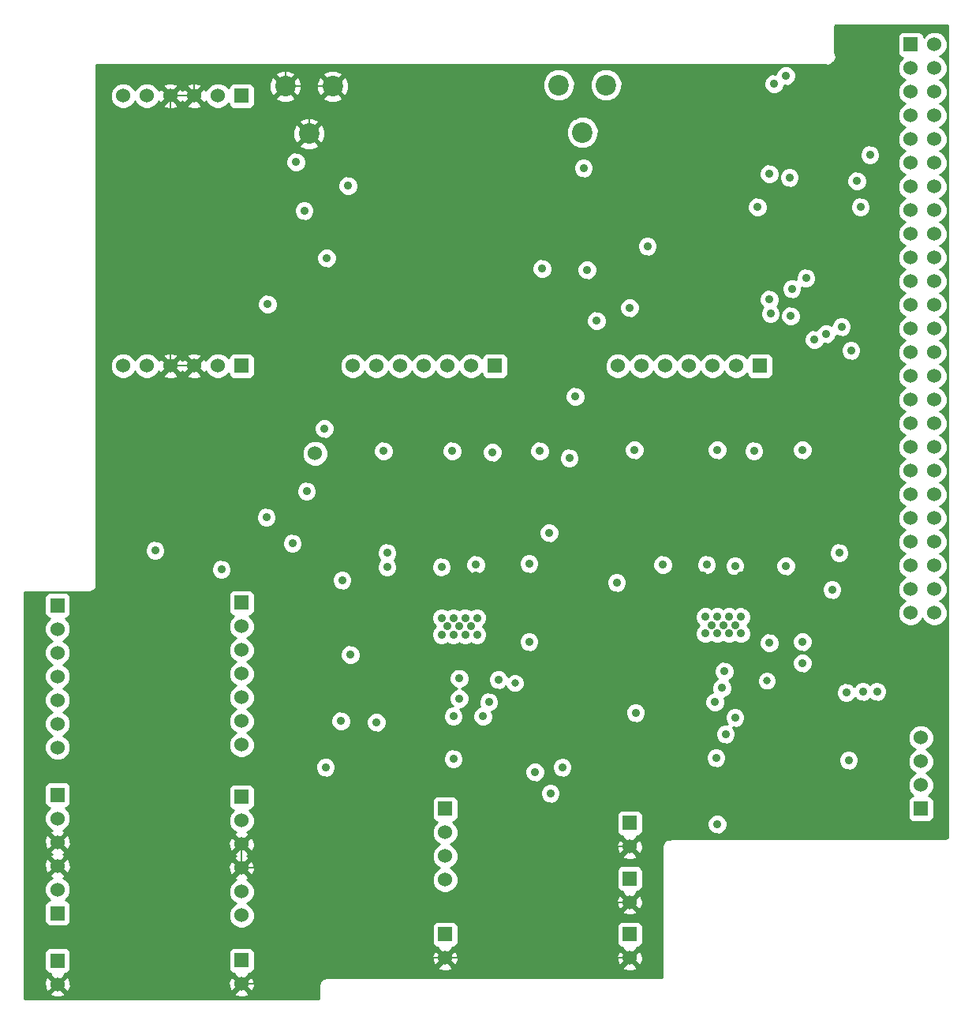
<source format=gbr>
G04 (created by PCBNEW (2013-mar-13)-testing) date Wed 17 Dec 2014 11:00:28 GMT*
%MOIN*%
G04 Gerber Fmt 3.4, Leading zero omitted, Abs format*
%FSLAX34Y34*%
G01*
G70*
G90*
G04 APERTURE LIST*
%ADD10C,0.005906*%
%ADD11C,0.031500*%
%ADD12C,0.060000*%
%ADD13R,0.060000X0.060000*%
%ADD14C,0.086600*%
%ADD15C,0.035400*%
%ADD16C,0.035000*%
%ADD17C,0.008000*%
%ADD18C,0.010000*%
G04 APERTURE END LIST*
G54D10*
G54D11*
X52150Y-46600D03*
X62800Y-46500D03*
G54D12*
X43708Y-36904D03*
G54D13*
X40600Y-43200D03*
G54D12*
X40600Y-44200D03*
X40600Y-45200D03*
X40600Y-46200D03*
X40600Y-47200D03*
X40600Y-48200D03*
X40600Y-49200D03*
G54D13*
X32829Y-43313D03*
G54D12*
X32829Y-44313D03*
X32829Y-45313D03*
X32829Y-46313D03*
X32829Y-47313D03*
X32829Y-48313D03*
X32829Y-49313D03*
G54D13*
X62500Y-33200D03*
G54D12*
X61500Y-33200D03*
X60500Y-33200D03*
X59500Y-33200D03*
X58500Y-33200D03*
X57500Y-33200D03*
X56500Y-33200D03*
G54D13*
X51300Y-33200D03*
G54D12*
X50300Y-33200D03*
X49300Y-33200D03*
X48300Y-33200D03*
X47300Y-33200D03*
X46300Y-33200D03*
X45300Y-33200D03*
G54D13*
X40600Y-21800D03*
G54D12*
X39600Y-21800D03*
X38600Y-21800D03*
X37600Y-21800D03*
X36600Y-21800D03*
X35600Y-21800D03*
G54D13*
X69300Y-51900D03*
G54D12*
X69300Y-50900D03*
X69300Y-49900D03*
X69300Y-48900D03*
G54D13*
X49200Y-51900D03*
G54D12*
X49200Y-52900D03*
X49200Y-53900D03*
X49200Y-54900D03*
G54D13*
X32829Y-58313D03*
G54D12*
X32829Y-59313D03*
G54D13*
X57000Y-57200D03*
G54D12*
X57000Y-58200D03*
G54D13*
X57000Y-54850D03*
G54D12*
X57000Y-55850D03*
G54D13*
X57000Y-52500D03*
G54D12*
X57000Y-53500D03*
G54D13*
X68874Y-19639D03*
G54D12*
X69874Y-19639D03*
X68874Y-24639D03*
X69874Y-20639D03*
X68874Y-25639D03*
X69874Y-21639D03*
X68874Y-26639D03*
X69874Y-22639D03*
X68874Y-27639D03*
X69874Y-23639D03*
X68874Y-28639D03*
X69874Y-24639D03*
X68874Y-29639D03*
X69874Y-25639D03*
X68874Y-30639D03*
X69874Y-26639D03*
X68874Y-31639D03*
X69874Y-27639D03*
X68874Y-32639D03*
X69874Y-28639D03*
X68874Y-33639D03*
X69874Y-29639D03*
X68874Y-34639D03*
X69874Y-30639D03*
X69874Y-31639D03*
X68874Y-35639D03*
X69874Y-32639D03*
X69874Y-34639D03*
X69874Y-35639D03*
X69874Y-36639D03*
X69874Y-37639D03*
X68874Y-36639D03*
X68874Y-37639D03*
X68874Y-20639D03*
X68874Y-21639D03*
X68874Y-22639D03*
X68874Y-23639D03*
X68874Y-38639D03*
X69874Y-38639D03*
X69874Y-33639D03*
X68874Y-39639D03*
X69874Y-39639D03*
X68874Y-40639D03*
X69874Y-40639D03*
X68874Y-41639D03*
X69874Y-41639D03*
X68874Y-42639D03*
X69874Y-42639D03*
X68874Y-43639D03*
X69874Y-43639D03*
G54D13*
X32829Y-51313D03*
G54D12*
X32829Y-52313D03*
X32829Y-53313D03*
X32829Y-54313D03*
G54D13*
X32829Y-56313D03*
G54D12*
X32829Y-55313D03*
G54D13*
X40600Y-33200D03*
G54D12*
X39600Y-33200D03*
X38600Y-33200D03*
X37600Y-33200D03*
X36600Y-33200D03*
X35600Y-33200D03*
G54D13*
X40600Y-51400D03*
G54D12*
X40600Y-52400D03*
X40600Y-53400D03*
X40600Y-54400D03*
X40600Y-55400D03*
X40600Y-56400D03*
G54D13*
X40600Y-58300D03*
G54D12*
X40600Y-59300D03*
G54D14*
X43450Y-23400D03*
X44450Y-21400D03*
X42450Y-21400D03*
X55000Y-23350D03*
X56000Y-21350D03*
X54000Y-21350D03*
G54D15*
X49050Y-43850D03*
X49550Y-43850D03*
X50050Y-43850D03*
X50550Y-43850D03*
X49300Y-44200D03*
X49800Y-44200D03*
X50300Y-44200D03*
X49050Y-44550D03*
X49550Y-44550D03*
X50050Y-44550D03*
X50550Y-44550D03*
X60200Y-43800D03*
X60700Y-43800D03*
X61200Y-43800D03*
X61700Y-43800D03*
X60450Y-44150D03*
X60950Y-44150D03*
X61450Y-44150D03*
X60200Y-44500D03*
X60700Y-44500D03*
X61200Y-44500D03*
X61700Y-44500D03*
G54D13*
X49200Y-57200D03*
G54D12*
X49200Y-58200D03*
G54D16*
X53000Y-50350D03*
X44800Y-48200D03*
X49550Y-49800D03*
X49550Y-48000D03*
X50800Y-48000D03*
X49800Y-47250D03*
X42750Y-40700D03*
X61050Y-48750D03*
X60900Y-46800D03*
X60650Y-49750D03*
X60600Y-47400D03*
X66750Y-26500D03*
X62400Y-26500D03*
X63600Y-20950D03*
X44100Y-35850D03*
X44200Y-28650D03*
X54450Y-37100D03*
X39750Y-41800D03*
X43250Y-26650D03*
X65300Y-31850D03*
X63850Y-29950D03*
X66150Y-47000D03*
X66250Y-49850D03*
X65550Y-42650D03*
X53650Y-51250D03*
X65950Y-31550D03*
X64450Y-29500D03*
X55600Y-31300D03*
X55200Y-29150D03*
X57750Y-28150D03*
X67150Y-24300D03*
X63800Y-31100D03*
X62900Y-44900D03*
X64300Y-44850D03*
X64800Y-32100D03*
X53600Y-40250D03*
X62950Y-31000D03*
X57000Y-30750D03*
X54150Y-50150D03*
X65850Y-41100D03*
X44150Y-50150D03*
X46750Y-41100D03*
X45200Y-45400D03*
X41650Y-39600D03*
X41700Y-30600D03*
X62900Y-30400D03*
X62900Y-25100D03*
X53300Y-29100D03*
X63750Y-25250D03*
X60700Y-52550D03*
X51450Y-46450D03*
X66350Y-32550D03*
X66850Y-46950D03*
X67450Y-46950D03*
X55050Y-24850D03*
X62250Y-36800D03*
X60700Y-36750D03*
X64300Y-36750D03*
X57200Y-36750D03*
X51200Y-36850D03*
X49500Y-36800D03*
X46600Y-36800D03*
X53200Y-36800D03*
X46300Y-48250D03*
X52750Y-44850D03*
X44850Y-42250D03*
X36950Y-41000D03*
X43350Y-38500D03*
X64300Y-45750D03*
X66600Y-25400D03*
X63100Y-21300D03*
X42900Y-24600D03*
X57250Y-47850D03*
X56450Y-42350D03*
X45100Y-25600D03*
X54700Y-34500D03*
X58400Y-41600D03*
X60250Y-41600D03*
X63600Y-41650D03*
X61450Y-41650D03*
X50500Y-41600D03*
X52750Y-41550D03*
X46750Y-41700D03*
X49050Y-41700D03*
X51050Y-47400D03*
X49800Y-46400D03*
X61450Y-48050D03*
X61000Y-46100D03*
X50550Y-25150D03*
X57300Y-47150D03*
X50500Y-42050D03*
X49000Y-42250D03*
X44250Y-46000D03*
X55350Y-46050D03*
X37050Y-38800D03*
X61700Y-42050D03*
X60100Y-42050D03*
G54D17*
X47950Y-22550D02*
X43450Y-22550D01*
X50550Y-25150D02*
X47950Y-22550D01*
X49200Y-58200D02*
X45150Y-58200D01*
X45050Y-58300D02*
X42700Y-58300D01*
X45150Y-58200D02*
X45050Y-58300D01*
X49200Y-58200D02*
X52250Y-58200D01*
X57000Y-55850D02*
X54050Y-55850D01*
X54050Y-55850D02*
X53950Y-55750D01*
X57000Y-53500D02*
X53950Y-53500D01*
X53950Y-53500D02*
X53950Y-53400D01*
X40600Y-59300D02*
X42650Y-59300D01*
X42650Y-59300D02*
X42700Y-59250D01*
X42700Y-59250D02*
X42700Y-58300D01*
X57300Y-47150D02*
X57200Y-47050D01*
X57200Y-47050D02*
X55350Y-47050D01*
X40600Y-54400D02*
X42250Y-54400D01*
X42250Y-54400D02*
X42700Y-54850D01*
X42700Y-54850D02*
X42700Y-58300D01*
X40600Y-53400D02*
X40600Y-54400D01*
X49000Y-42250D02*
X45950Y-42250D01*
X45950Y-42250D02*
X45853Y-42346D01*
X50500Y-42050D02*
X49200Y-42050D01*
X49200Y-42050D02*
X49000Y-42250D01*
X46850Y-46000D02*
X44250Y-46000D01*
X42450Y-21400D02*
X44450Y-21400D01*
X44450Y-21400D02*
X43450Y-22400D01*
X43450Y-22400D02*
X43450Y-22550D01*
X43450Y-22550D02*
X43450Y-23400D01*
X54000Y-58200D02*
X52250Y-58200D01*
X52250Y-58200D02*
X52200Y-58200D01*
X55350Y-51200D02*
X54300Y-51200D01*
X54000Y-58200D02*
X57000Y-58200D01*
X53950Y-58150D02*
X54000Y-58200D01*
X53950Y-51550D02*
X53950Y-53400D01*
X53950Y-53400D02*
X53950Y-55750D01*
X53950Y-55750D02*
X53950Y-58150D01*
X54300Y-51200D02*
X53950Y-51550D01*
X55350Y-46050D02*
X55350Y-47050D01*
X55350Y-47050D02*
X55350Y-51200D01*
X60100Y-42050D02*
X57800Y-42050D01*
X55350Y-44500D02*
X55350Y-46050D01*
X57800Y-42050D02*
X55350Y-44500D01*
X46850Y-43750D02*
X46850Y-44400D01*
X45853Y-42346D02*
X46850Y-43300D01*
X46850Y-43300D02*
X46850Y-43750D01*
X46850Y-44400D02*
X46850Y-46000D01*
X46850Y-46000D02*
X55350Y-46050D01*
X37050Y-38800D02*
X42150Y-38800D01*
X42150Y-38800D02*
X45853Y-42346D01*
X37600Y-21800D02*
X37600Y-33200D01*
X38600Y-21800D02*
X37600Y-21800D01*
X42450Y-21400D02*
X42450Y-20800D01*
X38600Y-20750D02*
X38600Y-21800D01*
X42400Y-20750D02*
X38600Y-20750D01*
X42450Y-20800D02*
X42400Y-20750D01*
X38600Y-33200D02*
X37600Y-33200D01*
X37600Y-33200D02*
X37050Y-33750D01*
X37050Y-33750D02*
X37050Y-38800D01*
X61700Y-42050D02*
X60100Y-42050D01*
G54D10*
G36*
X70443Y-53125D02*
X70424Y-53129D01*
X70424Y-43530D01*
X70340Y-43327D01*
X70185Y-43173D01*
X70104Y-43139D01*
X70185Y-43105D01*
X70339Y-42950D01*
X70423Y-42748D01*
X70424Y-42530D01*
X70340Y-42327D01*
X70185Y-42173D01*
X70104Y-42139D01*
X70185Y-42105D01*
X70339Y-41950D01*
X70423Y-41748D01*
X70424Y-41530D01*
X70340Y-41327D01*
X70185Y-41173D01*
X70104Y-41139D01*
X70185Y-41105D01*
X70339Y-40950D01*
X70423Y-40748D01*
X70424Y-40530D01*
X70340Y-40327D01*
X70185Y-40173D01*
X70104Y-40139D01*
X70185Y-40105D01*
X70339Y-39950D01*
X70423Y-39748D01*
X70424Y-39530D01*
X70340Y-39327D01*
X70185Y-39173D01*
X70104Y-39139D01*
X70185Y-39105D01*
X70339Y-38950D01*
X70423Y-38748D01*
X70424Y-38530D01*
X70340Y-38327D01*
X70185Y-38173D01*
X70104Y-38139D01*
X70185Y-38105D01*
X70339Y-37950D01*
X70423Y-37748D01*
X70424Y-37530D01*
X70340Y-37327D01*
X70185Y-37173D01*
X70104Y-37139D01*
X70185Y-37105D01*
X70339Y-36950D01*
X70423Y-36748D01*
X70424Y-36530D01*
X70340Y-36327D01*
X70185Y-36173D01*
X70104Y-36139D01*
X70185Y-36105D01*
X70339Y-35950D01*
X70423Y-35748D01*
X70424Y-35530D01*
X70340Y-35327D01*
X70185Y-35173D01*
X70104Y-35139D01*
X70185Y-35105D01*
X70339Y-34950D01*
X70423Y-34748D01*
X70424Y-34530D01*
X70340Y-34327D01*
X70185Y-34173D01*
X70104Y-34139D01*
X70185Y-34105D01*
X70339Y-33950D01*
X70423Y-33748D01*
X70424Y-33530D01*
X70340Y-33327D01*
X70185Y-33173D01*
X70104Y-33139D01*
X70185Y-33105D01*
X70339Y-32950D01*
X70423Y-32748D01*
X70424Y-32530D01*
X70340Y-32327D01*
X70185Y-32173D01*
X70104Y-32139D01*
X70185Y-32105D01*
X70339Y-31950D01*
X70423Y-31748D01*
X70424Y-31530D01*
X70340Y-31327D01*
X70185Y-31173D01*
X70104Y-31139D01*
X70185Y-31105D01*
X70339Y-30950D01*
X70423Y-30748D01*
X70424Y-30530D01*
X70340Y-30327D01*
X70185Y-30173D01*
X70104Y-30139D01*
X70185Y-30105D01*
X70339Y-29950D01*
X70423Y-29748D01*
X70424Y-29530D01*
X70340Y-29327D01*
X70185Y-29173D01*
X70104Y-29139D01*
X70185Y-29105D01*
X70339Y-28950D01*
X70423Y-28748D01*
X70424Y-28530D01*
X70340Y-28327D01*
X70185Y-28173D01*
X70104Y-28139D01*
X70185Y-28105D01*
X70339Y-27950D01*
X70423Y-27748D01*
X70424Y-27530D01*
X70340Y-27327D01*
X70185Y-27173D01*
X70104Y-27139D01*
X70185Y-27105D01*
X70339Y-26950D01*
X70423Y-26748D01*
X70424Y-26530D01*
X70340Y-26327D01*
X70185Y-26173D01*
X70104Y-26139D01*
X70185Y-26105D01*
X70339Y-25950D01*
X70423Y-25748D01*
X70424Y-25530D01*
X70340Y-25327D01*
X70185Y-25173D01*
X70104Y-25139D01*
X70185Y-25105D01*
X70339Y-24950D01*
X70423Y-24748D01*
X70424Y-24530D01*
X70340Y-24327D01*
X70185Y-24173D01*
X70104Y-24139D01*
X70185Y-24105D01*
X70339Y-23950D01*
X70423Y-23748D01*
X70424Y-23530D01*
X70340Y-23327D01*
X70185Y-23173D01*
X70104Y-23139D01*
X70185Y-23105D01*
X70339Y-22950D01*
X70423Y-22748D01*
X70424Y-22530D01*
X70340Y-22327D01*
X70185Y-22173D01*
X70104Y-22139D01*
X70185Y-22105D01*
X70339Y-21950D01*
X70423Y-21748D01*
X70424Y-21530D01*
X70340Y-21327D01*
X70185Y-21173D01*
X70104Y-21139D01*
X70185Y-21105D01*
X70339Y-20950D01*
X70423Y-20748D01*
X70424Y-20530D01*
X70340Y-20327D01*
X70185Y-20173D01*
X70104Y-20139D01*
X70185Y-20105D01*
X70339Y-19950D01*
X70423Y-19748D01*
X70424Y-19530D01*
X70340Y-19327D01*
X70185Y-19173D01*
X69983Y-19089D01*
X69765Y-19088D01*
X69562Y-19172D01*
X69424Y-19311D01*
X69424Y-19289D01*
X69385Y-19197D01*
X69315Y-19127D01*
X69223Y-19089D01*
X69124Y-19089D01*
X68524Y-19089D01*
X68432Y-19127D01*
X68362Y-19197D01*
X68324Y-19289D01*
X68324Y-19388D01*
X68324Y-19988D01*
X68362Y-20080D01*
X68432Y-20150D01*
X68524Y-20189D01*
X68546Y-20189D01*
X68408Y-20327D01*
X68324Y-20529D01*
X68323Y-20747D01*
X68407Y-20950D01*
X68562Y-21104D01*
X68643Y-21138D01*
X68562Y-21172D01*
X68408Y-21327D01*
X68324Y-21529D01*
X68323Y-21747D01*
X68407Y-21950D01*
X68562Y-22104D01*
X68643Y-22138D01*
X68562Y-22172D01*
X68408Y-22327D01*
X68324Y-22529D01*
X68323Y-22747D01*
X68407Y-22950D01*
X68562Y-23104D01*
X68643Y-23138D01*
X68562Y-23172D01*
X68408Y-23327D01*
X68324Y-23529D01*
X68323Y-23747D01*
X68407Y-23950D01*
X68562Y-24104D01*
X68643Y-24138D01*
X68562Y-24172D01*
X68408Y-24327D01*
X68324Y-24529D01*
X68323Y-24747D01*
X68407Y-24950D01*
X68562Y-25104D01*
X68643Y-25138D01*
X68562Y-25172D01*
X68408Y-25327D01*
X68324Y-25529D01*
X68323Y-25747D01*
X68407Y-25950D01*
X68562Y-26104D01*
X68643Y-26138D01*
X68562Y-26172D01*
X68408Y-26327D01*
X68324Y-26529D01*
X68323Y-26747D01*
X68407Y-26950D01*
X68562Y-27104D01*
X68643Y-27138D01*
X68562Y-27172D01*
X68408Y-27327D01*
X68324Y-27529D01*
X68323Y-27747D01*
X68407Y-27950D01*
X68562Y-28104D01*
X68643Y-28138D01*
X68562Y-28172D01*
X68408Y-28327D01*
X68324Y-28529D01*
X68323Y-28747D01*
X68407Y-28950D01*
X68562Y-29104D01*
X68643Y-29138D01*
X68562Y-29172D01*
X68408Y-29327D01*
X68324Y-29529D01*
X68323Y-29747D01*
X68407Y-29950D01*
X68562Y-30104D01*
X68643Y-30138D01*
X68562Y-30172D01*
X68408Y-30327D01*
X68324Y-30529D01*
X68323Y-30747D01*
X68407Y-30950D01*
X68562Y-31104D01*
X68643Y-31138D01*
X68562Y-31172D01*
X68408Y-31327D01*
X68324Y-31529D01*
X68323Y-31747D01*
X68407Y-31950D01*
X68562Y-32104D01*
X68643Y-32138D01*
X68562Y-32172D01*
X68408Y-32327D01*
X68324Y-32529D01*
X68323Y-32747D01*
X68407Y-32950D01*
X68562Y-33104D01*
X68643Y-33138D01*
X68562Y-33172D01*
X68408Y-33327D01*
X68324Y-33529D01*
X68323Y-33747D01*
X68407Y-33950D01*
X68562Y-34104D01*
X68643Y-34138D01*
X68562Y-34172D01*
X68408Y-34327D01*
X68324Y-34529D01*
X68323Y-34747D01*
X68407Y-34950D01*
X68562Y-35104D01*
X68643Y-35138D01*
X68562Y-35172D01*
X68408Y-35327D01*
X68324Y-35529D01*
X68323Y-35747D01*
X68407Y-35950D01*
X68562Y-36104D01*
X68643Y-36138D01*
X68562Y-36172D01*
X68408Y-36327D01*
X68324Y-36529D01*
X68323Y-36747D01*
X68407Y-36950D01*
X68562Y-37104D01*
X68643Y-37138D01*
X68562Y-37172D01*
X68408Y-37327D01*
X68324Y-37529D01*
X68323Y-37747D01*
X68407Y-37950D01*
X68562Y-38104D01*
X68643Y-38138D01*
X68562Y-38172D01*
X68408Y-38327D01*
X68324Y-38529D01*
X68323Y-38747D01*
X68407Y-38950D01*
X68562Y-39104D01*
X68643Y-39138D01*
X68562Y-39172D01*
X68408Y-39327D01*
X68324Y-39529D01*
X68323Y-39747D01*
X68407Y-39950D01*
X68562Y-40104D01*
X68643Y-40138D01*
X68562Y-40172D01*
X68408Y-40327D01*
X68324Y-40529D01*
X68323Y-40747D01*
X68407Y-40950D01*
X68562Y-41104D01*
X68643Y-41138D01*
X68562Y-41172D01*
X68408Y-41327D01*
X68324Y-41529D01*
X68323Y-41747D01*
X68407Y-41950D01*
X68562Y-42104D01*
X68643Y-42138D01*
X68562Y-42172D01*
X68408Y-42327D01*
X68324Y-42529D01*
X68323Y-42747D01*
X68407Y-42950D01*
X68562Y-43104D01*
X68643Y-43138D01*
X68562Y-43172D01*
X68408Y-43327D01*
X68324Y-43529D01*
X68323Y-43747D01*
X68407Y-43950D01*
X68562Y-44104D01*
X68764Y-44188D01*
X68982Y-44189D01*
X69185Y-44105D01*
X69339Y-43950D01*
X69373Y-43869D01*
X69407Y-43950D01*
X69562Y-44104D01*
X69764Y-44188D01*
X69982Y-44189D01*
X70185Y-44105D01*
X70339Y-43950D01*
X70423Y-43748D01*
X70424Y-43530D01*
X70424Y-53129D01*
X70347Y-53144D01*
X70318Y-53164D01*
X69850Y-53164D01*
X69850Y-50791D01*
X69766Y-50588D01*
X69611Y-50434D01*
X69530Y-50400D01*
X69611Y-50366D01*
X69765Y-50211D01*
X69849Y-50009D01*
X69850Y-49791D01*
X69766Y-49588D01*
X69611Y-49434D01*
X69530Y-49400D01*
X69611Y-49366D01*
X69765Y-49211D01*
X69849Y-49009D01*
X69850Y-48791D01*
X69766Y-48588D01*
X69611Y-48434D01*
X69409Y-48350D01*
X69191Y-48349D01*
X68988Y-48433D01*
X68834Y-48588D01*
X68750Y-48790D01*
X68749Y-49008D01*
X68833Y-49211D01*
X68988Y-49365D01*
X69069Y-49399D01*
X68988Y-49433D01*
X68834Y-49588D01*
X68750Y-49790D01*
X68749Y-50008D01*
X68833Y-50211D01*
X68988Y-50365D01*
X69069Y-50399D01*
X68988Y-50433D01*
X68834Y-50588D01*
X68750Y-50790D01*
X68749Y-51008D01*
X68833Y-51211D01*
X68972Y-51350D01*
X68950Y-51350D01*
X68858Y-51388D01*
X68788Y-51458D01*
X68750Y-51550D01*
X68750Y-51649D01*
X68750Y-52249D01*
X68788Y-52341D01*
X68858Y-52411D01*
X68950Y-52450D01*
X69049Y-52450D01*
X69649Y-52450D01*
X69741Y-52411D01*
X69811Y-52341D01*
X69850Y-52249D01*
X69850Y-52150D01*
X69850Y-51550D01*
X69811Y-51458D01*
X69741Y-51388D01*
X69649Y-51350D01*
X69627Y-51350D01*
X69765Y-51211D01*
X69849Y-51009D01*
X69850Y-50791D01*
X69850Y-53164D01*
X67875Y-53164D01*
X67875Y-46865D01*
X67810Y-46709D01*
X67691Y-46589D01*
X67575Y-46541D01*
X67575Y-24215D01*
X67510Y-24059D01*
X67391Y-23939D01*
X67234Y-23875D01*
X67065Y-23874D01*
X66909Y-23939D01*
X66789Y-24058D01*
X66725Y-24215D01*
X66724Y-24384D01*
X66789Y-24540D01*
X66908Y-24660D01*
X67065Y-24724D01*
X67234Y-24725D01*
X67390Y-24660D01*
X67510Y-24541D01*
X67574Y-24384D01*
X67575Y-24215D01*
X67575Y-46541D01*
X67534Y-46525D01*
X67365Y-46524D01*
X67209Y-46589D01*
X67175Y-46623D01*
X67175Y-26415D01*
X67110Y-26259D01*
X67025Y-26173D01*
X67025Y-25315D01*
X66960Y-25159D01*
X66841Y-25039D01*
X66684Y-24975D01*
X66515Y-24974D01*
X66359Y-25039D01*
X66239Y-25158D01*
X66175Y-25315D01*
X66174Y-25484D01*
X66239Y-25640D01*
X66358Y-25760D01*
X66515Y-25824D01*
X66684Y-25825D01*
X66840Y-25760D01*
X66960Y-25641D01*
X67024Y-25484D01*
X67025Y-25315D01*
X67025Y-26173D01*
X66991Y-26139D01*
X66834Y-26075D01*
X66665Y-26074D01*
X66509Y-26139D01*
X66389Y-26258D01*
X66325Y-26415D01*
X66324Y-26584D01*
X66389Y-26740D01*
X66508Y-26860D01*
X66665Y-26924D01*
X66834Y-26925D01*
X66990Y-26860D01*
X67110Y-26741D01*
X67174Y-26584D01*
X67175Y-26415D01*
X67175Y-46623D01*
X67150Y-46648D01*
X67091Y-46589D01*
X66934Y-46525D01*
X66775Y-46524D01*
X66775Y-32465D01*
X66710Y-32309D01*
X66591Y-32189D01*
X66434Y-32125D01*
X66375Y-32125D01*
X66375Y-31465D01*
X66310Y-31309D01*
X66191Y-31189D01*
X66034Y-31125D01*
X65865Y-31124D01*
X65709Y-31189D01*
X65589Y-31308D01*
X65525Y-31465D01*
X65525Y-31483D01*
X65384Y-31425D01*
X65215Y-31424D01*
X65059Y-31489D01*
X64939Y-31608D01*
X64908Y-31684D01*
X64884Y-31675D01*
X64875Y-31675D01*
X64875Y-29415D01*
X64810Y-29259D01*
X64691Y-29139D01*
X64534Y-29075D01*
X64365Y-29074D01*
X64209Y-29139D01*
X64175Y-29173D01*
X64175Y-25165D01*
X64110Y-25009D01*
X64025Y-24923D01*
X64025Y-20865D01*
X63960Y-20709D01*
X63841Y-20589D01*
X63684Y-20525D01*
X63515Y-20524D01*
X63359Y-20589D01*
X63239Y-20708D01*
X63175Y-20865D01*
X63175Y-20875D01*
X63015Y-20874D01*
X62859Y-20939D01*
X62739Y-21058D01*
X62675Y-21215D01*
X62674Y-21384D01*
X62739Y-21540D01*
X62858Y-21660D01*
X63015Y-21724D01*
X63184Y-21725D01*
X63340Y-21660D01*
X63460Y-21541D01*
X63524Y-21384D01*
X63524Y-21374D01*
X63684Y-21375D01*
X63840Y-21310D01*
X63960Y-21191D01*
X64024Y-21034D01*
X64025Y-20865D01*
X64025Y-24923D01*
X63991Y-24889D01*
X63834Y-24825D01*
X63665Y-24824D01*
X63509Y-24889D01*
X63389Y-25008D01*
X63325Y-25165D01*
X63325Y-25015D01*
X63260Y-24859D01*
X63141Y-24739D01*
X62984Y-24675D01*
X62815Y-24674D01*
X62659Y-24739D01*
X62539Y-24858D01*
X62475Y-25015D01*
X62474Y-25184D01*
X62539Y-25340D01*
X62658Y-25460D01*
X62815Y-25524D01*
X62984Y-25525D01*
X63140Y-25460D01*
X63260Y-25341D01*
X63324Y-25184D01*
X63325Y-25015D01*
X63325Y-25165D01*
X63324Y-25334D01*
X63389Y-25490D01*
X63508Y-25610D01*
X63665Y-25674D01*
X63834Y-25675D01*
X63990Y-25610D01*
X64110Y-25491D01*
X64174Y-25334D01*
X64175Y-25165D01*
X64175Y-29173D01*
X64089Y-29258D01*
X64025Y-29415D01*
X64024Y-29562D01*
X63934Y-29525D01*
X63765Y-29524D01*
X63609Y-29589D01*
X63489Y-29708D01*
X63425Y-29865D01*
X63424Y-30034D01*
X63489Y-30190D01*
X63608Y-30310D01*
X63765Y-30374D01*
X63934Y-30375D01*
X64090Y-30310D01*
X64210Y-30191D01*
X64274Y-30034D01*
X64275Y-29887D01*
X64365Y-29924D01*
X64534Y-29925D01*
X64690Y-29860D01*
X64810Y-29741D01*
X64874Y-29584D01*
X64875Y-29415D01*
X64875Y-31675D01*
X64715Y-31674D01*
X64559Y-31739D01*
X64439Y-31858D01*
X64375Y-32015D01*
X64374Y-32184D01*
X64439Y-32340D01*
X64558Y-32460D01*
X64715Y-32524D01*
X64884Y-32525D01*
X65040Y-32460D01*
X65160Y-32341D01*
X65191Y-32265D01*
X65215Y-32274D01*
X65384Y-32275D01*
X65540Y-32210D01*
X65660Y-32091D01*
X65724Y-31934D01*
X65724Y-31916D01*
X65865Y-31974D01*
X66034Y-31975D01*
X66190Y-31910D01*
X66310Y-31791D01*
X66374Y-31634D01*
X66375Y-31465D01*
X66375Y-32125D01*
X66265Y-32124D01*
X66109Y-32189D01*
X65989Y-32308D01*
X65925Y-32465D01*
X65924Y-32634D01*
X65989Y-32790D01*
X66108Y-32910D01*
X66265Y-32974D01*
X66434Y-32975D01*
X66590Y-32910D01*
X66710Y-32791D01*
X66774Y-32634D01*
X66775Y-32465D01*
X66775Y-46524D01*
X66765Y-46524D01*
X66609Y-46589D01*
X66489Y-46708D01*
X66481Y-46730D01*
X66391Y-46639D01*
X66275Y-46591D01*
X66275Y-41015D01*
X66210Y-40859D01*
X66091Y-40739D01*
X65934Y-40675D01*
X65765Y-40674D01*
X65609Y-40739D01*
X65489Y-40858D01*
X65425Y-41015D01*
X65424Y-41184D01*
X65489Y-41340D01*
X65608Y-41460D01*
X65765Y-41524D01*
X65934Y-41525D01*
X66090Y-41460D01*
X66210Y-41341D01*
X66274Y-41184D01*
X66275Y-41015D01*
X66275Y-46591D01*
X66234Y-46575D01*
X66065Y-46574D01*
X65975Y-46612D01*
X65975Y-42565D01*
X65910Y-42409D01*
X65791Y-42289D01*
X65634Y-42225D01*
X65465Y-42224D01*
X65309Y-42289D01*
X65189Y-42408D01*
X65125Y-42565D01*
X65124Y-42734D01*
X65189Y-42890D01*
X65308Y-43010D01*
X65465Y-43074D01*
X65634Y-43075D01*
X65790Y-43010D01*
X65910Y-42891D01*
X65974Y-42734D01*
X65975Y-42565D01*
X65975Y-46612D01*
X65909Y-46639D01*
X65789Y-46758D01*
X65725Y-46915D01*
X65724Y-47084D01*
X65789Y-47240D01*
X65908Y-47360D01*
X66065Y-47424D01*
X66234Y-47425D01*
X66390Y-47360D01*
X66510Y-47241D01*
X66518Y-47219D01*
X66608Y-47310D01*
X66765Y-47374D01*
X66934Y-47375D01*
X67090Y-47310D01*
X67149Y-47251D01*
X67208Y-47310D01*
X67365Y-47374D01*
X67534Y-47375D01*
X67690Y-47310D01*
X67810Y-47191D01*
X67874Y-47034D01*
X67875Y-46865D01*
X67875Y-53164D01*
X66675Y-53164D01*
X66675Y-49765D01*
X66610Y-49609D01*
X66491Y-49489D01*
X66334Y-49425D01*
X66165Y-49424D01*
X66009Y-49489D01*
X65889Y-49608D01*
X65825Y-49765D01*
X65824Y-49934D01*
X65889Y-50090D01*
X66008Y-50210D01*
X66165Y-50274D01*
X66334Y-50275D01*
X66490Y-50210D01*
X66610Y-50091D01*
X66674Y-49934D01*
X66675Y-49765D01*
X66675Y-53164D01*
X64725Y-53164D01*
X64725Y-45665D01*
X64725Y-44765D01*
X64725Y-36665D01*
X64660Y-36509D01*
X64541Y-36389D01*
X64384Y-36325D01*
X64225Y-36324D01*
X64225Y-31015D01*
X64160Y-30859D01*
X64041Y-30739D01*
X63884Y-30675D01*
X63715Y-30674D01*
X63559Y-30739D01*
X63439Y-30858D01*
X63375Y-31015D01*
X63375Y-30915D01*
X63310Y-30759D01*
X63226Y-30675D01*
X63260Y-30641D01*
X63324Y-30484D01*
X63325Y-30315D01*
X63260Y-30159D01*
X63141Y-30039D01*
X62984Y-29975D01*
X62825Y-29974D01*
X62825Y-26415D01*
X62760Y-26259D01*
X62641Y-26139D01*
X62484Y-26075D01*
X62315Y-26074D01*
X62159Y-26139D01*
X62039Y-26258D01*
X61975Y-26415D01*
X61974Y-26584D01*
X62039Y-26740D01*
X62158Y-26860D01*
X62315Y-26924D01*
X62484Y-26925D01*
X62640Y-26860D01*
X62760Y-26741D01*
X62824Y-26584D01*
X62825Y-26415D01*
X62825Y-29974D01*
X62815Y-29974D01*
X62659Y-30039D01*
X62539Y-30158D01*
X62475Y-30315D01*
X62474Y-30484D01*
X62539Y-30640D01*
X62623Y-30724D01*
X62589Y-30758D01*
X62525Y-30915D01*
X62524Y-31084D01*
X62589Y-31240D01*
X62708Y-31360D01*
X62865Y-31424D01*
X63034Y-31425D01*
X63190Y-31360D01*
X63310Y-31241D01*
X63374Y-31084D01*
X63375Y-30915D01*
X63375Y-31015D01*
X63374Y-31184D01*
X63439Y-31340D01*
X63558Y-31460D01*
X63715Y-31524D01*
X63884Y-31525D01*
X64040Y-31460D01*
X64160Y-31341D01*
X64224Y-31184D01*
X64225Y-31015D01*
X64225Y-36324D01*
X64215Y-36324D01*
X64059Y-36389D01*
X63939Y-36508D01*
X63875Y-36665D01*
X63874Y-36834D01*
X63939Y-36990D01*
X64058Y-37110D01*
X64215Y-37174D01*
X64384Y-37175D01*
X64540Y-37110D01*
X64660Y-36991D01*
X64724Y-36834D01*
X64725Y-36665D01*
X64725Y-44765D01*
X64660Y-44609D01*
X64541Y-44489D01*
X64384Y-44425D01*
X64215Y-44424D01*
X64059Y-44489D01*
X64025Y-44523D01*
X64025Y-41565D01*
X63960Y-41409D01*
X63841Y-41289D01*
X63684Y-41225D01*
X63515Y-41224D01*
X63359Y-41289D01*
X63239Y-41408D01*
X63175Y-41565D01*
X63174Y-41734D01*
X63239Y-41890D01*
X63358Y-42010D01*
X63515Y-42074D01*
X63684Y-42075D01*
X63840Y-42010D01*
X63960Y-41891D01*
X64024Y-41734D01*
X64025Y-41565D01*
X64025Y-44523D01*
X63939Y-44608D01*
X63875Y-44765D01*
X63874Y-44934D01*
X63939Y-45090D01*
X64058Y-45210D01*
X64215Y-45274D01*
X64384Y-45275D01*
X64540Y-45210D01*
X64660Y-45091D01*
X64724Y-44934D01*
X64725Y-44765D01*
X64725Y-45665D01*
X64660Y-45509D01*
X64541Y-45389D01*
X64384Y-45325D01*
X64215Y-45324D01*
X64059Y-45389D01*
X63939Y-45508D01*
X63875Y-45665D01*
X63874Y-45834D01*
X63939Y-45990D01*
X64058Y-46110D01*
X64215Y-46174D01*
X64384Y-46175D01*
X64540Y-46110D01*
X64660Y-45991D01*
X64724Y-45834D01*
X64725Y-45665D01*
X64725Y-53164D01*
X63325Y-53164D01*
X63325Y-44815D01*
X63260Y-44659D01*
X63141Y-44539D01*
X63050Y-44502D01*
X63050Y-33549D01*
X63050Y-33450D01*
X63050Y-32850D01*
X63011Y-32758D01*
X62941Y-32688D01*
X62849Y-32650D01*
X62750Y-32650D01*
X62150Y-32650D01*
X62058Y-32688D01*
X61988Y-32758D01*
X61950Y-32850D01*
X61950Y-32872D01*
X61811Y-32734D01*
X61609Y-32650D01*
X61391Y-32649D01*
X61188Y-32733D01*
X61034Y-32888D01*
X61000Y-32969D01*
X60966Y-32888D01*
X60811Y-32734D01*
X60609Y-32650D01*
X60391Y-32649D01*
X60188Y-32733D01*
X60034Y-32888D01*
X60000Y-32969D01*
X59966Y-32888D01*
X59811Y-32734D01*
X59609Y-32650D01*
X59391Y-32649D01*
X59188Y-32733D01*
X59034Y-32888D01*
X59000Y-32969D01*
X58966Y-32888D01*
X58811Y-32734D01*
X58609Y-32650D01*
X58391Y-32649D01*
X58188Y-32733D01*
X58175Y-32747D01*
X58175Y-28065D01*
X58110Y-27909D01*
X57991Y-27789D01*
X57834Y-27725D01*
X57665Y-27724D01*
X57509Y-27789D01*
X57389Y-27908D01*
X57325Y-28065D01*
X57324Y-28234D01*
X57389Y-28390D01*
X57508Y-28510D01*
X57665Y-28574D01*
X57834Y-28575D01*
X57990Y-28510D01*
X58110Y-28391D01*
X58174Y-28234D01*
X58175Y-28065D01*
X58175Y-32747D01*
X58034Y-32888D01*
X58000Y-32969D01*
X57966Y-32888D01*
X57811Y-32734D01*
X57609Y-32650D01*
X57425Y-32649D01*
X57425Y-30665D01*
X57360Y-30509D01*
X57241Y-30389D01*
X57084Y-30325D01*
X56915Y-30324D01*
X56759Y-30389D01*
X56683Y-30465D01*
X56683Y-21214D01*
X56579Y-20963D01*
X56387Y-20771D01*
X56136Y-20667D01*
X55864Y-20666D01*
X55613Y-20770D01*
X55421Y-20962D01*
X55317Y-21213D01*
X55316Y-21485D01*
X55420Y-21736D01*
X55612Y-21928D01*
X55863Y-22032D01*
X56135Y-22033D01*
X56386Y-21929D01*
X56578Y-21737D01*
X56682Y-21486D01*
X56683Y-21214D01*
X56683Y-30465D01*
X56639Y-30508D01*
X56575Y-30665D01*
X56574Y-30834D01*
X56639Y-30990D01*
X56758Y-31110D01*
X56915Y-31174D01*
X57084Y-31175D01*
X57240Y-31110D01*
X57360Y-30991D01*
X57424Y-30834D01*
X57425Y-30665D01*
X57425Y-32649D01*
X57391Y-32649D01*
X57188Y-32733D01*
X57034Y-32888D01*
X57000Y-32969D01*
X56966Y-32888D01*
X56811Y-32734D01*
X56609Y-32650D01*
X56391Y-32649D01*
X56188Y-32733D01*
X56034Y-32888D01*
X56025Y-32909D01*
X56025Y-31215D01*
X55960Y-31059D01*
X55841Y-30939D01*
X55684Y-30875D01*
X55683Y-30875D01*
X55683Y-23214D01*
X55579Y-22963D01*
X55387Y-22771D01*
X55136Y-22667D01*
X54864Y-22666D01*
X54683Y-22741D01*
X54683Y-21214D01*
X54579Y-20963D01*
X54387Y-20771D01*
X54136Y-20667D01*
X53864Y-20666D01*
X53613Y-20770D01*
X53421Y-20962D01*
X53317Y-21213D01*
X53316Y-21485D01*
X53420Y-21736D01*
X53612Y-21928D01*
X53863Y-22032D01*
X54135Y-22033D01*
X54386Y-21929D01*
X54578Y-21737D01*
X54682Y-21486D01*
X54683Y-21214D01*
X54683Y-22741D01*
X54613Y-22770D01*
X54421Y-22962D01*
X54317Y-23213D01*
X54316Y-23485D01*
X54420Y-23736D01*
X54612Y-23928D01*
X54863Y-24032D01*
X55135Y-24033D01*
X55386Y-23929D01*
X55578Y-23737D01*
X55682Y-23486D01*
X55683Y-23214D01*
X55683Y-30875D01*
X55625Y-30875D01*
X55625Y-29065D01*
X55560Y-28909D01*
X55475Y-28823D01*
X55475Y-24765D01*
X55410Y-24609D01*
X55291Y-24489D01*
X55134Y-24425D01*
X54965Y-24424D01*
X54809Y-24489D01*
X54689Y-24608D01*
X54625Y-24765D01*
X54624Y-24934D01*
X54689Y-25090D01*
X54808Y-25210D01*
X54965Y-25274D01*
X55134Y-25275D01*
X55290Y-25210D01*
X55410Y-25091D01*
X55474Y-24934D01*
X55475Y-24765D01*
X55475Y-28823D01*
X55441Y-28789D01*
X55284Y-28725D01*
X55115Y-28724D01*
X54959Y-28789D01*
X54839Y-28908D01*
X54775Y-29065D01*
X54774Y-29234D01*
X54839Y-29390D01*
X54958Y-29510D01*
X55115Y-29574D01*
X55284Y-29575D01*
X55440Y-29510D01*
X55560Y-29391D01*
X55624Y-29234D01*
X55625Y-29065D01*
X55625Y-30875D01*
X55515Y-30874D01*
X55359Y-30939D01*
X55239Y-31058D01*
X55175Y-31215D01*
X55174Y-31384D01*
X55239Y-31540D01*
X55358Y-31660D01*
X55515Y-31724D01*
X55684Y-31725D01*
X55840Y-31660D01*
X55960Y-31541D01*
X56024Y-31384D01*
X56025Y-31215D01*
X56025Y-32909D01*
X55950Y-33090D01*
X55949Y-33308D01*
X56033Y-33511D01*
X56188Y-33665D01*
X56390Y-33749D01*
X56608Y-33750D01*
X56811Y-33666D01*
X56965Y-33511D01*
X56999Y-33430D01*
X57033Y-33511D01*
X57188Y-33665D01*
X57390Y-33749D01*
X57608Y-33750D01*
X57811Y-33666D01*
X57965Y-33511D01*
X57999Y-33430D01*
X58033Y-33511D01*
X58188Y-33665D01*
X58390Y-33749D01*
X58608Y-33750D01*
X58811Y-33666D01*
X58965Y-33511D01*
X58999Y-33430D01*
X59033Y-33511D01*
X59188Y-33665D01*
X59390Y-33749D01*
X59608Y-33750D01*
X59811Y-33666D01*
X59965Y-33511D01*
X59999Y-33430D01*
X60033Y-33511D01*
X60188Y-33665D01*
X60390Y-33749D01*
X60608Y-33750D01*
X60811Y-33666D01*
X60965Y-33511D01*
X60999Y-33430D01*
X61033Y-33511D01*
X61188Y-33665D01*
X61390Y-33749D01*
X61608Y-33750D01*
X61811Y-33666D01*
X61950Y-33527D01*
X61950Y-33549D01*
X61988Y-33641D01*
X62058Y-33711D01*
X62150Y-33750D01*
X62249Y-33750D01*
X62849Y-33750D01*
X62941Y-33711D01*
X63011Y-33641D01*
X63050Y-33549D01*
X63050Y-44502D01*
X62984Y-44475D01*
X62815Y-44474D01*
X62675Y-44533D01*
X62675Y-36715D01*
X62610Y-36559D01*
X62491Y-36439D01*
X62334Y-36375D01*
X62165Y-36374D01*
X62009Y-36439D01*
X61889Y-36558D01*
X61825Y-36715D01*
X61824Y-36884D01*
X61889Y-37040D01*
X62008Y-37160D01*
X62165Y-37224D01*
X62334Y-37225D01*
X62490Y-37160D01*
X62610Y-37041D01*
X62674Y-36884D01*
X62675Y-36715D01*
X62675Y-44533D01*
X62659Y-44539D01*
X62539Y-44658D01*
X62475Y-44815D01*
X62474Y-44984D01*
X62539Y-45140D01*
X62658Y-45260D01*
X62815Y-45324D01*
X62984Y-45325D01*
X63140Y-45260D01*
X63260Y-45141D01*
X63324Y-44984D01*
X63325Y-44815D01*
X63325Y-53164D01*
X63207Y-53164D01*
X63207Y-46419D01*
X63145Y-46269D01*
X63031Y-46154D01*
X62881Y-46092D01*
X62719Y-46092D01*
X62569Y-46154D01*
X62454Y-46268D01*
X62392Y-46418D01*
X62392Y-46580D01*
X62454Y-46730D01*
X62568Y-46845D01*
X62718Y-46907D01*
X62880Y-46907D01*
X63030Y-46845D01*
X63145Y-46731D01*
X63207Y-46581D01*
X63207Y-46419D01*
X63207Y-53164D01*
X62127Y-53164D01*
X62127Y-44415D01*
X62062Y-44258D01*
X61953Y-44149D01*
X62061Y-44042D01*
X62126Y-43885D01*
X62127Y-43715D01*
X62062Y-43558D01*
X61942Y-43438D01*
X61875Y-43410D01*
X61875Y-41565D01*
X61810Y-41409D01*
X61691Y-41289D01*
X61534Y-41225D01*
X61365Y-41224D01*
X61209Y-41289D01*
X61125Y-41373D01*
X61125Y-36665D01*
X61060Y-36509D01*
X60941Y-36389D01*
X60784Y-36325D01*
X60615Y-36324D01*
X60459Y-36389D01*
X60339Y-36508D01*
X60275Y-36665D01*
X60274Y-36834D01*
X60339Y-36990D01*
X60458Y-37110D01*
X60615Y-37174D01*
X60784Y-37175D01*
X60940Y-37110D01*
X61060Y-36991D01*
X61124Y-36834D01*
X61125Y-36665D01*
X61125Y-41373D01*
X61089Y-41408D01*
X61025Y-41565D01*
X61024Y-41734D01*
X61089Y-41890D01*
X61208Y-42010D01*
X61365Y-42074D01*
X61534Y-42075D01*
X61690Y-42010D01*
X61810Y-41891D01*
X61874Y-41734D01*
X61875Y-41565D01*
X61875Y-43410D01*
X61785Y-43373D01*
X61615Y-43372D01*
X61458Y-43437D01*
X61450Y-43446D01*
X61442Y-43438D01*
X61285Y-43373D01*
X61115Y-43372D01*
X60958Y-43437D01*
X60950Y-43446D01*
X60942Y-43438D01*
X60785Y-43373D01*
X60675Y-43372D01*
X60675Y-41515D01*
X60610Y-41359D01*
X60491Y-41239D01*
X60334Y-41175D01*
X60165Y-41174D01*
X60009Y-41239D01*
X59889Y-41358D01*
X59825Y-41515D01*
X59824Y-41684D01*
X59889Y-41840D01*
X60008Y-41960D01*
X60165Y-42024D01*
X60334Y-42025D01*
X60490Y-41960D01*
X60610Y-41841D01*
X60674Y-41684D01*
X60675Y-41515D01*
X60675Y-43372D01*
X60615Y-43372D01*
X60458Y-43437D01*
X60450Y-43446D01*
X60442Y-43438D01*
X60285Y-43373D01*
X60115Y-43372D01*
X59958Y-43437D01*
X59838Y-43557D01*
X59773Y-43714D01*
X59772Y-43884D01*
X59837Y-44041D01*
X59946Y-44150D01*
X59838Y-44257D01*
X59773Y-44414D01*
X59772Y-44584D01*
X59837Y-44741D01*
X59957Y-44861D01*
X60114Y-44926D01*
X60284Y-44927D01*
X60441Y-44862D01*
X60449Y-44853D01*
X60457Y-44861D01*
X60614Y-44926D01*
X60784Y-44927D01*
X60941Y-44862D01*
X60949Y-44853D01*
X60957Y-44861D01*
X61114Y-44926D01*
X61284Y-44927D01*
X61441Y-44862D01*
X61449Y-44853D01*
X61457Y-44861D01*
X61614Y-44926D01*
X61784Y-44927D01*
X61941Y-44862D01*
X62061Y-44742D01*
X62126Y-44585D01*
X62127Y-44415D01*
X62127Y-53164D01*
X61875Y-53164D01*
X61875Y-47965D01*
X61810Y-47809D01*
X61691Y-47689D01*
X61534Y-47625D01*
X61425Y-47624D01*
X61425Y-46015D01*
X61360Y-45859D01*
X61241Y-45739D01*
X61084Y-45675D01*
X60915Y-45674D01*
X60759Y-45739D01*
X60639Y-45858D01*
X60575Y-46015D01*
X60574Y-46184D01*
X60639Y-46340D01*
X60715Y-46416D01*
X60659Y-46439D01*
X60539Y-46558D01*
X60475Y-46715D01*
X60474Y-46884D01*
X60512Y-46976D01*
X60359Y-47039D01*
X60239Y-47158D01*
X60175Y-47315D01*
X60174Y-47484D01*
X60239Y-47640D01*
X60358Y-47760D01*
X60515Y-47824D01*
X60684Y-47825D01*
X60840Y-47760D01*
X60960Y-47641D01*
X61024Y-47484D01*
X61025Y-47315D01*
X60987Y-47223D01*
X61140Y-47160D01*
X61260Y-47041D01*
X61324Y-46884D01*
X61325Y-46715D01*
X61260Y-46559D01*
X61184Y-46483D01*
X61240Y-46460D01*
X61360Y-46341D01*
X61424Y-46184D01*
X61425Y-46015D01*
X61425Y-47624D01*
X61365Y-47624D01*
X61209Y-47689D01*
X61089Y-47808D01*
X61025Y-47965D01*
X61024Y-48134D01*
X61089Y-48290D01*
X61124Y-48325D01*
X60965Y-48324D01*
X60809Y-48389D01*
X60689Y-48508D01*
X60625Y-48665D01*
X60624Y-48834D01*
X60689Y-48990D01*
X60808Y-49110D01*
X60965Y-49174D01*
X61134Y-49175D01*
X61290Y-49110D01*
X61410Y-48991D01*
X61474Y-48834D01*
X61475Y-48665D01*
X61410Y-48509D01*
X61375Y-48474D01*
X61534Y-48475D01*
X61690Y-48410D01*
X61810Y-48291D01*
X61874Y-48134D01*
X61875Y-47965D01*
X61875Y-53164D01*
X61125Y-53164D01*
X61125Y-52465D01*
X61075Y-52344D01*
X61075Y-49665D01*
X61010Y-49509D01*
X60891Y-49389D01*
X60734Y-49325D01*
X60565Y-49324D01*
X60409Y-49389D01*
X60289Y-49508D01*
X60225Y-49665D01*
X60224Y-49834D01*
X60289Y-49990D01*
X60408Y-50110D01*
X60565Y-50174D01*
X60734Y-50175D01*
X60890Y-50110D01*
X61010Y-49991D01*
X61074Y-49834D01*
X61075Y-49665D01*
X61075Y-52344D01*
X61060Y-52309D01*
X60941Y-52189D01*
X60784Y-52125D01*
X60615Y-52124D01*
X60459Y-52189D01*
X60339Y-52308D01*
X60275Y-52465D01*
X60274Y-52634D01*
X60339Y-52790D01*
X60458Y-52910D01*
X60615Y-52974D01*
X60784Y-52975D01*
X60940Y-52910D01*
X61060Y-52791D01*
X61124Y-52634D01*
X61125Y-52465D01*
X61125Y-53164D01*
X58825Y-53164D01*
X58825Y-41515D01*
X58760Y-41359D01*
X58641Y-41239D01*
X58484Y-41175D01*
X58315Y-41174D01*
X58159Y-41239D01*
X58039Y-41358D01*
X57975Y-41515D01*
X57974Y-41684D01*
X58039Y-41840D01*
X58158Y-41960D01*
X58315Y-42024D01*
X58484Y-42025D01*
X58640Y-41960D01*
X58760Y-41841D01*
X58824Y-41684D01*
X58825Y-41515D01*
X58825Y-53164D01*
X58760Y-53164D01*
X58702Y-53175D01*
X58700Y-53175D01*
X58575Y-53199D01*
X58470Y-53270D01*
X58399Y-53375D01*
X58375Y-53500D01*
X58375Y-59025D01*
X57675Y-59025D01*
X57675Y-47765D01*
X57625Y-47644D01*
X57625Y-36665D01*
X57560Y-36509D01*
X57441Y-36389D01*
X57284Y-36325D01*
X57115Y-36324D01*
X56959Y-36389D01*
X56839Y-36508D01*
X56775Y-36665D01*
X56774Y-36834D01*
X56839Y-36990D01*
X56958Y-37110D01*
X57115Y-37174D01*
X57284Y-37175D01*
X57440Y-37110D01*
X57560Y-36991D01*
X57624Y-36834D01*
X57625Y-36665D01*
X57625Y-47644D01*
X57610Y-47609D01*
X57491Y-47489D01*
X57334Y-47425D01*
X57165Y-47424D01*
X57009Y-47489D01*
X56889Y-47608D01*
X56875Y-47644D01*
X56875Y-42265D01*
X56810Y-42109D01*
X56691Y-41989D01*
X56534Y-41925D01*
X56365Y-41924D01*
X56209Y-41989D01*
X56089Y-42108D01*
X56025Y-42265D01*
X56024Y-42434D01*
X56089Y-42590D01*
X56208Y-42710D01*
X56365Y-42774D01*
X56534Y-42775D01*
X56690Y-42710D01*
X56810Y-42591D01*
X56874Y-42434D01*
X56875Y-42265D01*
X56875Y-47644D01*
X56825Y-47765D01*
X56824Y-47934D01*
X56889Y-48090D01*
X57008Y-48210D01*
X57165Y-48274D01*
X57334Y-48275D01*
X57490Y-48210D01*
X57610Y-48091D01*
X57674Y-47934D01*
X57675Y-47765D01*
X57675Y-59025D01*
X57554Y-59025D01*
X57554Y-58281D01*
X57554Y-55931D01*
X57554Y-53581D01*
X57550Y-53486D01*
X57550Y-52849D01*
X57550Y-52750D01*
X57550Y-52150D01*
X57511Y-52058D01*
X57441Y-51988D01*
X57349Y-51950D01*
X57250Y-51950D01*
X56650Y-51950D01*
X56558Y-51988D01*
X56488Y-52058D01*
X56450Y-52150D01*
X56450Y-52249D01*
X56450Y-52849D01*
X56488Y-52941D01*
X56558Y-53011D01*
X56650Y-53050D01*
X56703Y-53050D01*
X56684Y-53114D01*
X57000Y-53429D01*
X57315Y-53114D01*
X57296Y-53050D01*
X57349Y-53050D01*
X57441Y-53011D01*
X57511Y-52941D01*
X57550Y-52849D01*
X57550Y-53486D01*
X57543Y-53363D01*
X57481Y-53212D01*
X57385Y-53184D01*
X57070Y-53500D01*
X57385Y-53815D01*
X57481Y-53787D01*
X57554Y-53581D01*
X57554Y-55931D01*
X57550Y-55836D01*
X57550Y-55199D01*
X57550Y-55100D01*
X57550Y-54500D01*
X57511Y-54408D01*
X57441Y-54338D01*
X57349Y-54300D01*
X57315Y-54300D01*
X57315Y-53885D01*
X57000Y-53570D01*
X56929Y-53641D01*
X56929Y-53500D01*
X56614Y-53184D01*
X56518Y-53212D01*
X56445Y-53418D01*
X56456Y-53636D01*
X56518Y-53787D01*
X56614Y-53815D01*
X56929Y-53500D01*
X56929Y-53641D01*
X56684Y-53885D01*
X56712Y-53981D01*
X56918Y-54054D01*
X57136Y-54043D01*
X57287Y-53981D01*
X57315Y-53885D01*
X57315Y-54300D01*
X57250Y-54300D01*
X56650Y-54300D01*
X56558Y-54338D01*
X56488Y-54408D01*
X56450Y-54500D01*
X56450Y-54599D01*
X56450Y-55199D01*
X56488Y-55291D01*
X56558Y-55361D01*
X56650Y-55400D01*
X56703Y-55400D01*
X56684Y-55464D01*
X57000Y-55779D01*
X57315Y-55464D01*
X57296Y-55400D01*
X57349Y-55400D01*
X57441Y-55361D01*
X57511Y-55291D01*
X57550Y-55199D01*
X57550Y-55836D01*
X57543Y-55713D01*
X57481Y-55562D01*
X57385Y-55534D01*
X57070Y-55850D01*
X57385Y-56165D01*
X57481Y-56137D01*
X57554Y-55931D01*
X57554Y-58281D01*
X57550Y-58186D01*
X57550Y-57549D01*
X57550Y-57450D01*
X57550Y-56850D01*
X57511Y-56758D01*
X57441Y-56688D01*
X57349Y-56650D01*
X57315Y-56650D01*
X57315Y-56235D01*
X57000Y-55920D01*
X56929Y-55991D01*
X56929Y-55850D01*
X56614Y-55534D01*
X56518Y-55562D01*
X56445Y-55768D01*
X56456Y-55986D01*
X56518Y-56137D01*
X56614Y-56165D01*
X56929Y-55850D01*
X56929Y-55991D01*
X56684Y-56235D01*
X56712Y-56331D01*
X56918Y-56404D01*
X57136Y-56393D01*
X57287Y-56331D01*
X57315Y-56235D01*
X57315Y-56650D01*
X57250Y-56650D01*
X56650Y-56650D01*
X56558Y-56688D01*
X56488Y-56758D01*
X56450Y-56850D01*
X56450Y-56949D01*
X56450Y-57549D01*
X56488Y-57641D01*
X56558Y-57711D01*
X56650Y-57750D01*
X56703Y-57750D01*
X56684Y-57814D01*
X57000Y-58129D01*
X57315Y-57814D01*
X57296Y-57750D01*
X57349Y-57750D01*
X57441Y-57711D01*
X57511Y-57641D01*
X57550Y-57549D01*
X57550Y-58186D01*
X57543Y-58063D01*
X57481Y-57912D01*
X57385Y-57884D01*
X57070Y-58200D01*
X57385Y-58515D01*
X57481Y-58487D01*
X57554Y-58281D01*
X57554Y-59025D01*
X57315Y-59025D01*
X57315Y-58585D01*
X57000Y-58270D01*
X56929Y-58341D01*
X56929Y-58200D01*
X56614Y-57884D01*
X56518Y-57912D01*
X56445Y-58118D01*
X56456Y-58336D01*
X56518Y-58487D01*
X56614Y-58515D01*
X56929Y-58200D01*
X56929Y-58341D01*
X56684Y-58585D01*
X56712Y-58681D01*
X56918Y-58754D01*
X57136Y-58743D01*
X57287Y-58681D01*
X57315Y-58585D01*
X57315Y-59025D01*
X55125Y-59025D01*
X55125Y-34415D01*
X55060Y-34259D01*
X54941Y-34139D01*
X54784Y-34075D01*
X54615Y-34074D01*
X54459Y-34139D01*
X54339Y-34258D01*
X54275Y-34415D01*
X54274Y-34584D01*
X54339Y-34740D01*
X54458Y-34860D01*
X54615Y-34924D01*
X54784Y-34925D01*
X54940Y-34860D01*
X55060Y-34741D01*
X55124Y-34584D01*
X55125Y-34415D01*
X55125Y-59025D01*
X54875Y-59025D01*
X54875Y-37015D01*
X54810Y-36859D01*
X54691Y-36739D01*
X54534Y-36675D01*
X54365Y-36674D01*
X54209Y-36739D01*
X54089Y-36858D01*
X54025Y-37015D01*
X54024Y-37184D01*
X54089Y-37340D01*
X54208Y-37460D01*
X54365Y-37524D01*
X54534Y-37525D01*
X54690Y-37460D01*
X54810Y-37341D01*
X54874Y-37184D01*
X54875Y-37015D01*
X54875Y-59025D01*
X54575Y-59025D01*
X54575Y-50065D01*
X54510Y-49909D01*
X54391Y-49789D01*
X54234Y-49725D01*
X54065Y-49724D01*
X54025Y-49741D01*
X54025Y-40165D01*
X53960Y-40009D01*
X53841Y-39889D01*
X53725Y-39841D01*
X53725Y-29015D01*
X53660Y-28859D01*
X53541Y-28739D01*
X53384Y-28675D01*
X53215Y-28674D01*
X53059Y-28739D01*
X52939Y-28858D01*
X52875Y-29015D01*
X52874Y-29184D01*
X52939Y-29340D01*
X53058Y-29460D01*
X53215Y-29524D01*
X53384Y-29525D01*
X53540Y-29460D01*
X53660Y-29341D01*
X53724Y-29184D01*
X53725Y-29015D01*
X53725Y-39841D01*
X53684Y-39825D01*
X53625Y-39825D01*
X53625Y-36715D01*
X53560Y-36559D01*
X53441Y-36439D01*
X53284Y-36375D01*
X53115Y-36374D01*
X52959Y-36439D01*
X52839Y-36558D01*
X52775Y-36715D01*
X52774Y-36884D01*
X52839Y-37040D01*
X52958Y-37160D01*
X53115Y-37224D01*
X53284Y-37225D01*
X53440Y-37160D01*
X53560Y-37041D01*
X53624Y-36884D01*
X53625Y-36715D01*
X53625Y-39825D01*
X53515Y-39824D01*
X53359Y-39889D01*
X53239Y-40008D01*
X53175Y-40165D01*
X53174Y-40334D01*
X53239Y-40490D01*
X53358Y-40610D01*
X53515Y-40674D01*
X53684Y-40675D01*
X53840Y-40610D01*
X53960Y-40491D01*
X54024Y-40334D01*
X54025Y-40165D01*
X54025Y-49741D01*
X53909Y-49789D01*
X53789Y-49908D01*
X53725Y-50065D01*
X53724Y-50234D01*
X53789Y-50390D01*
X53908Y-50510D01*
X54065Y-50574D01*
X54234Y-50575D01*
X54390Y-50510D01*
X54510Y-50391D01*
X54574Y-50234D01*
X54575Y-50065D01*
X54575Y-59025D01*
X54075Y-59025D01*
X54075Y-51165D01*
X54010Y-51009D01*
X53891Y-50889D01*
X53734Y-50825D01*
X53565Y-50824D01*
X53425Y-50883D01*
X53425Y-50265D01*
X53360Y-50109D01*
X53241Y-49989D01*
X53175Y-49962D01*
X53175Y-44765D01*
X53175Y-41465D01*
X53110Y-41309D01*
X52991Y-41189D01*
X52834Y-41125D01*
X52665Y-41124D01*
X52509Y-41189D01*
X52389Y-41308D01*
X52325Y-41465D01*
X52324Y-41634D01*
X52389Y-41790D01*
X52508Y-41910D01*
X52665Y-41974D01*
X52834Y-41975D01*
X52990Y-41910D01*
X53110Y-41791D01*
X53174Y-41634D01*
X53175Y-41465D01*
X53175Y-44765D01*
X53110Y-44609D01*
X52991Y-44489D01*
X52834Y-44425D01*
X52665Y-44424D01*
X52509Y-44489D01*
X52389Y-44608D01*
X52325Y-44765D01*
X52324Y-44934D01*
X52389Y-45090D01*
X52508Y-45210D01*
X52665Y-45274D01*
X52834Y-45275D01*
X52990Y-45210D01*
X53110Y-45091D01*
X53174Y-44934D01*
X53175Y-44765D01*
X53175Y-49962D01*
X53084Y-49925D01*
X52915Y-49924D01*
X52759Y-49989D01*
X52639Y-50108D01*
X52575Y-50265D01*
X52574Y-50434D01*
X52639Y-50590D01*
X52758Y-50710D01*
X52915Y-50774D01*
X53084Y-50775D01*
X53240Y-50710D01*
X53360Y-50591D01*
X53424Y-50434D01*
X53425Y-50265D01*
X53425Y-50883D01*
X53409Y-50889D01*
X53289Y-51008D01*
X53225Y-51165D01*
X53224Y-51334D01*
X53289Y-51490D01*
X53408Y-51610D01*
X53565Y-51674D01*
X53734Y-51675D01*
X53890Y-51610D01*
X54010Y-51491D01*
X54074Y-51334D01*
X54075Y-51165D01*
X54075Y-59025D01*
X52557Y-59025D01*
X52557Y-46519D01*
X52495Y-46369D01*
X52381Y-46254D01*
X52231Y-46192D01*
X52069Y-46192D01*
X51919Y-46254D01*
X51855Y-46318D01*
X51850Y-46305D01*
X51850Y-33549D01*
X51850Y-33450D01*
X51850Y-32850D01*
X51811Y-32758D01*
X51741Y-32688D01*
X51649Y-32650D01*
X51550Y-32650D01*
X50950Y-32650D01*
X50858Y-32688D01*
X50788Y-32758D01*
X50750Y-32850D01*
X50750Y-32872D01*
X50611Y-32734D01*
X50409Y-32650D01*
X50191Y-32649D01*
X49988Y-32733D01*
X49834Y-32888D01*
X49800Y-32969D01*
X49766Y-32888D01*
X49611Y-32734D01*
X49409Y-32650D01*
X49191Y-32649D01*
X48988Y-32733D01*
X48834Y-32888D01*
X48800Y-32969D01*
X48766Y-32888D01*
X48611Y-32734D01*
X48409Y-32650D01*
X48191Y-32649D01*
X47988Y-32733D01*
X47834Y-32888D01*
X47800Y-32969D01*
X47766Y-32888D01*
X47611Y-32734D01*
X47409Y-32650D01*
X47191Y-32649D01*
X46988Y-32733D01*
X46834Y-32888D01*
X46800Y-32969D01*
X46766Y-32888D01*
X46611Y-32734D01*
X46409Y-32650D01*
X46191Y-32649D01*
X45988Y-32733D01*
X45834Y-32888D01*
X45800Y-32969D01*
X45766Y-32888D01*
X45611Y-32734D01*
X45525Y-32697D01*
X45525Y-25515D01*
X45460Y-25359D01*
X45341Y-25239D01*
X45184Y-25175D01*
X45137Y-25175D01*
X45137Y-21513D01*
X45128Y-21241D01*
X45041Y-21032D01*
X44932Y-20988D01*
X44861Y-21059D01*
X44861Y-20917D01*
X44817Y-20808D01*
X44563Y-20712D01*
X44291Y-20721D01*
X44082Y-20808D01*
X44038Y-20917D01*
X44450Y-21329D01*
X44861Y-20917D01*
X44861Y-21059D01*
X44520Y-21400D01*
X44932Y-21811D01*
X45041Y-21767D01*
X45137Y-21513D01*
X45137Y-25175D01*
X45015Y-25174D01*
X44861Y-25238D01*
X44861Y-21882D01*
X44450Y-21470D01*
X44379Y-21541D01*
X44379Y-21400D01*
X43967Y-20988D01*
X43858Y-21032D01*
X43762Y-21286D01*
X43771Y-21558D01*
X43858Y-21767D01*
X43967Y-21811D01*
X44379Y-21400D01*
X44379Y-21541D01*
X44038Y-21882D01*
X44082Y-21991D01*
X44336Y-22087D01*
X44608Y-22078D01*
X44817Y-21991D01*
X44861Y-21882D01*
X44861Y-25238D01*
X44859Y-25239D01*
X44739Y-25358D01*
X44675Y-25515D01*
X44674Y-25684D01*
X44739Y-25840D01*
X44858Y-25960D01*
X45015Y-26024D01*
X45184Y-26025D01*
X45340Y-25960D01*
X45460Y-25841D01*
X45524Y-25684D01*
X45525Y-25515D01*
X45525Y-32697D01*
X45409Y-32650D01*
X45191Y-32649D01*
X44988Y-32733D01*
X44834Y-32888D01*
X44750Y-33090D01*
X44749Y-33308D01*
X44833Y-33511D01*
X44988Y-33665D01*
X45190Y-33749D01*
X45408Y-33750D01*
X45611Y-33666D01*
X45765Y-33511D01*
X45799Y-33430D01*
X45833Y-33511D01*
X45988Y-33665D01*
X46190Y-33749D01*
X46408Y-33750D01*
X46611Y-33666D01*
X46765Y-33511D01*
X46799Y-33430D01*
X46833Y-33511D01*
X46988Y-33665D01*
X47190Y-33749D01*
X47408Y-33750D01*
X47611Y-33666D01*
X47765Y-33511D01*
X47799Y-33430D01*
X47833Y-33511D01*
X47988Y-33665D01*
X48190Y-33749D01*
X48408Y-33750D01*
X48611Y-33666D01*
X48765Y-33511D01*
X48799Y-33430D01*
X48833Y-33511D01*
X48988Y-33665D01*
X49190Y-33749D01*
X49408Y-33750D01*
X49611Y-33666D01*
X49765Y-33511D01*
X49799Y-33430D01*
X49833Y-33511D01*
X49988Y-33665D01*
X50190Y-33749D01*
X50408Y-33750D01*
X50611Y-33666D01*
X50750Y-33527D01*
X50750Y-33549D01*
X50788Y-33641D01*
X50858Y-33711D01*
X50950Y-33750D01*
X51049Y-33750D01*
X51649Y-33750D01*
X51741Y-33711D01*
X51811Y-33641D01*
X51850Y-33549D01*
X51850Y-46305D01*
X51810Y-46209D01*
X51691Y-46089D01*
X51625Y-46062D01*
X51625Y-36765D01*
X51560Y-36609D01*
X51441Y-36489D01*
X51284Y-36425D01*
X51115Y-36424D01*
X50959Y-36489D01*
X50839Y-36608D01*
X50775Y-36765D01*
X50774Y-36934D01*
X50839Y-37090D01*
X50958Y-37210D01*
X51115Y-37274D01*
X51284Y-37275D01*
X51440Y-37210D01*
X51560Y-37091D01*
X51624Y-36934D01*
X51625Y-36765D01*
X51625Y-46062D01*
X51534Y-46025D01*
X51365Y-46024D01*
X51209Y-46089D01*
X51089Y-46208D01*
X51025Y-46365D01*
X51024Y-46534D01*
X51089Y-46690D01*
X51208Y-46810D01*
X51365Y-46874D01*
X51534Y-46875D01*
X51690Y-46810D01*
X51765Y-46735D01*
X51804Y-46830D01*
X51918Y-46945D01*
X52068Y-47007D01*
X52230Y-47007D01*
X52380Y-46945D01*
X52495Y-46831D01*
X52557Y-46681D01*
X52557Y-46519D01*
X52557Y-59025D01*
X51475Y-59025D01*
X51475Y-47315D01*
X51410Y-47159D01*
X51291Y-47039D01*
X51134Y-46975D01*
X50977Y-46974D01*
X50977Y-44465D01*
X50912Y-44308D01*
X50803Y-44199D01*
X50911Y-44092D01*
X50976Y-43935D01*
X50977Y-43765D01*
X50925Y-43639D01*
X50925Y-41515D01*
X50860Y-41359D01*
X50741Y-41239D01*
X50584Y-41175D01*
X50415Y-41174D01*
X50259Y-41239D01*
X50139Y-41358D01*
X50075Y-41515D01*
X50074Y-41684D01*
X50139Y-41840D01*
X50258Y-41960D01*
X50415Y-42024D01*
X50584Y-42025D01*
X50740Y-41960D01*
X50860Y-41841D01*
X50924Y-41684D01*
X50925Y-41515D01*
X50925Y-43639D01*
X50912Y-43608D01*
X50792Y-43488D01*
X50635Y-43423D01*
X50465Y-43422D01*
X50308Y-43487D01*
X50300Y-43496D01*
X50292Y-43488D01*
X50135Y-43423D01*
X49965Y-43422D01*
X49925Y-43439D01*
X49925Y-36715D01*
X49860Y-36559D01*
X49741Y-36439D01*
X49584Y-36375D01*
X49415Y-36374D01*
X49259Y-36439D01*
X49139Y-36558D01*
X49075Y-36715D01*
X49074Y-36884D01*
X49139Y-37040D01*
X49258Y-37160D01*
X49415Y-37224D01*
X49584Y-37225D01*
X49740Y-37160D01*
X49860Y-37041D01*
X49924Y-36884D01*
X49925Y-36715D01*
X49925Y-43439D01*
X49808Y-43487D01*
X49800Y-43496D01*
X49792Y-43488D01*
X49635Y-43423D01*
X49475Y-43422D01*
X49475Y-41615D01*
X49410Y-41459D01*
X49291Y-41339D01*
X49134Y-41275D01*
X48965Y-41274D01*
X48809Y-41339D01*
X48689Y-41458D01*
X48625Y-41615D01*
X48624Y-41784D01*
X48689Y-41940D01*
X48808Y-42060D01*
X48965Y-42124D01*
X49134Y-42125D01*
X49290Y-42060D01*
X49410Y-41941D01*
X49474Y-41784D01*
X49475Y-41615D01*
X49475Y-43422D01*
X49465Y-43422D01*
X49308Y-43487D01*
X49300Y-43496D01*
X49292Y-43488D01*
X49135Y-43423D01*
X48965Y-43422D01*
X48808Y-43487D01*
X48688Y-43607D01*
X48623Y-43764D01*
X48622Y-43934D01*
X48687Y-44091D01*
X48796Y-44200D01*
X48688Y-44307D01*
X48623Y-44464D01*
X48622Y-44634D01*
X48687Y-44791D01*
X48807Y-44911D01*
X48964Y-44976D01*
X49134Y-44977D01*
X49291Y-44912D01*
X49299Y-44903D01*
X49307Y-44911D01*
X49464Y-44976D01*
X49634Y-44977D01*
X49791Y-44912D01*
X49799Y-44903D01*
X49807Y-44911D01*
X49964Y-44976D01*
X50134Y-44977D01*
X50291Y-44912D01*
X50299Y-44903D01*
X50307Y-44911D01*
X50464Y-44976D01*
X50634Y-44977D01*
X50791Y-44912D01*
X50911Y-44792D01*
X50976Y-44635D01*
X50977Y-44465D01*
X50977Y-46974D01*
X50965Y-46974D01*
X50809Y-47039D01*
X50689Y-47158D01*
X50625Y-47315D01*
X50624Y-47484D01*
X50670Y-47593D01*
X50559Y-47639D01*
X50439Y-47758D01*
X50375Y-47915D01*
X50374Y-48084D01*
X50439Y-48240D01*
X50558Y-48360D01*
X50715Y-48424D01*
X50884Y-48425D01*
X51040Y-48360D01*
X51160Y-48241D01*
X51224Y-48084D01*
X51225Y-47915D01*
X51179Y-47806D01*
X51290Y-47760D01*
X51410Y-47641D01*
X51474Y-47484D01*
X51475Y-47315D01*
X51475Y-59025D01*
X50225Y-59025D01*
X50225Y-47165D01*
X50160Y-47009D01*
X50041Y-46889D01*
X49884Y-46825D01*
X49884Y-46825D01*
X50040Y-46760D01*
X50160Y-46641D01*
X50224Y-46484D01*
X50225Y-46315D01*
X50160Y-46159D01*
X50041Y-46039D01*
X49884Y-45975D01*
X49715Y-45974D01*
X49559Y-46039D01*
X49439Y-46158D01*
X49375Y-46315D01*
X49374Y-46484D01*
X49439Y-46640D01*
X49558Y-46760D01*
X49715Y-46824D01*
X49715Y-46824D01*
X49559Y-46889D01*
X49439Y-47008D01*
X49375Y-47165D01*
X49374Y-47334D01*
X49439Y-47490D01*
X49523Y-47574D01*
X49465Y-47574D01*
X49309Y-47639D01*
X49189Y-47758D01*
X49125Y-47915D01*
X49124Y-48084D01*
X49189Y-48240D01*
X49308Y-48360D01*
X49465Y-48424D01*
X49634Y-48425D01*
X49790Y-48360D01*
X49910Y-48241D01*
X49974Y-48084D01*
X49975Y-47915D01*
X49910Y-47759D01*
X49826Y-47675D01*
X49884Y-47675D01*
X50040Y-47610D01*
X50160Y-47491D01*
X50224Y-47334D01*
X50225Y-47165D01*
X50225Y-59025D01*
X49975Y-59025D01*
X49975Y-49715D01*
X49910Y-49559D01*
X49791Y-49439D01*
X49634Y-49375D01*
X49465Y-49374D01*
X49309Y-49439D01*
X49189Y-49558D01*
X49125Y-49715D01*
X49124Y-49884D01*
X49189Y-50040D01*
X49308Y-50160D01*
X49465Y-50224D01*
X49634Y-50225D01*
X49790Y-50160D01*
X49910Y-50041D01*
X49974Y-49884D01*
X49975Y-49715D01*
X49975Y-59025D01*
X49754Y-59025D01*
X49754Y-58281D01*
X49750Y-58188D01*
X49750Y-54791D01*
X49666Y-54588D01*
X49511Y-54434D01*
X49430Y-54400D01*
X49511Y-54366D01*
X49665Y-54211D01*
X49749Y-54009D01*
X49750Y-53791D01*
X49666Y-53588D01*
X49511Y-53434D01*
X49430Y-53400D01*
X49511Y-53366D01*
X49665Y-53211D01*
X49749Y-53009D01*
X49750Y-52791D01*
X49666Y-52588D01*
X49527Y-52450D01*
X49549Y-52450D01*
X49641Y-52411D01*
X49711Y-52341D01*
X49750Y-52249D01*
X49750Y-52150D01*
X49750Y-51550D01*
X49711Y-51458D01*
X49641Y-51388D01*
X49549Y-51350D01*
X49450Y-51350D01*
X48850Y-51350D01*
X48758Y-51388D01*
X48688Y-51458D01*
X48650Y-51550D01*
X48650Y-51649D01*
X48650Y-52249D01*
X48688Y-52341D01*
X48758Y-52411D01*
X48850Y-52450D01*
X48872Y-52450D01*
X48734Y-52588D01*
X48650Y-52790D01*
X48649Y-53008D01*
X48733Y-53211D01*
X48888Y-53365D01*
X48969Y-53399D01*
X48888Y-53433D01*
X48734Y-53588D01*
X48650Y-53790D01*
X48649Y-54008D01*
X48733Y-54211D01*
X48888Y-54365D01*
X48969Y-54399D01*
X48888Y-54433D01*
X48734Y-54588D01*
X48650Y-54790D01*
X48649Y-55008D01*
X48733Y-55211D01*
X48888Y-55365D01*
X49090Y-55449D01*
X49308Y-55450D01*
X49511Y-55366D01*
X49665Y-55211D01*
X49749Y-55009D01*
X49750Y-54791D01*
X49750Y-58188D01*
X49750Y-58186D01*
X49750Y-57549D01*
X49750Y-57450D01*
X49750Y-56850D01*
X49711Y-56758D01*
X49641Y-56688D01*
X49549Y-56650D01*
X49450Y-56650D01*
X48850Y-56650D01*
X48758Y-56688D01*
X48688Y-56758D01*
X48650Y-56850D01*
X48650Y-56949D01*
X48650Y-57549D01*
X48688Y-57641D01*
X48758Y-57711D01*
X48850Y-57750D01*
X48903Y-57750D01*
X48884Y-57814D01*
X49200Y-58129D01*
X49515Y-57814D01*
X49496Y-57750D01*
X49549Y-57750D01*
X49641Y-57711D01*
X49711Y-57641D01*
X49750Y-57549D01*
X49750Y-58186D01*
X49743Y-58063D01*
X49681Y-57912D01*
X49585Y-57884D01*
X49270Y-58200D01*
X49585Y-58515D01*
X49681Y-58487D01*
X49754Y-58281D01*
X49754Y-59025D01*
X49515Y-59025D01*
X49515Y-58585D01*
X49200Y-58270D01*
X49129Y-58341D01*
X49129Y-58200D01*
X48814Y-57884D01*
X48718Y-57912D01*
X48645Y-58118D01*
X48656Y-58336D01*
X48718Y-58487D01*
X48814Y-58515D01*
X49129Y-58200D01*
X49129Y-58341D01*
X48884Y-58585D01*
X48912Y-58681D01*
X49118Y-58754D01*
X49336Y-58743D01*
X49487Y-58681D01*
X49515Y-58585D01*
X49515Y-59025D01*
X47175Y-59025D01*
X47175Y-41615D01*
X47110Y-41459D01*
X47051Y-41400D01*
X47110Y-41341D01*
X47174Y-41184D01*
X47175Y-41015D01*
X47110Y-40859D01*
X47025Y-40773D01*
X47025Y-36715D01*
X46960Y-36559D01*
X46841Y-36439D01*
X46684Y-36375D01*
X46515Y-36374D01*
X46359Y-36439D01*
X46239Y-36558D01*
X46175Y-36715D01*
X46174Y-36884D01*
X46239Y-37040D01*
X46358Y-37160D01*
X46515Y-37224D01*
X46684Y-37225D01*
X46840Y-37160D01*
X46960Y-37041D01*
X47024Y-36884D01*
X47025Y-36715D01*
X47025Y-40773D01*
X46991Y-40739D01*
X46834Y-40675D01*
X46665Y-40674D01*
X46509Y-40739D01*
X46389Y-40858D01*
X46325Y-41015D01*
X46324Y-41184D01*
X46389Y-41340D01*
X46448Y-41399D01*
X46389Y-41458D01*
X46325Y-41615D01*
X46324Y-41784D01*
X46389Y-41940D01*
X46508Y-42060D01*
X46665Y-42124D01*
X46834Y-42125D01*
X46990Y-42060D01*
X47110Y-41941D01*
X47174Y-41784D01*
X47175Y-41615D01*
X47175Y-59025D01*
X46725Y-59025D01*
X46725Y-48165D01*
X46660Y-48009D01*
X46541Y-47889D01*
X46384Y-47825D01*
X46215Y-47824D01*
X46059Y-47889D01*
X45939Y-48008D01*
X45875Y-48165D01*
X45874Y-48334D01*
X45939Y-48490D01*
X46058Y-48610D01*
X46215Y-48674D01*
X46384Y-48675D01*
X46540Y-48610D01*
X46660Y-48491D01*
X46724Y-48334D01*
X46725Y-48165D01*
X46725Y-59025D01*
X45625Y-59025D01*
X45625Y-45315D01*
X45560Y-45159D01*
X45441Y-45039D01*
X45284Y-44975D01*
X45275Y-44975D01*
X45275Y-42165D01*
X45210Y-42009D01*
X45091Y-41889D01*
X44934Y-41825D01*
X44765Y-41824D01*
X44625Y-41883D01*
X44625Y-28565D01*
X44560Y-28409D01*
X44441Y-28289D01*
X44284Y-28225D01*
X44137Y-28224D01*
X44137Y-23513D01*
X44128Y-23241D01*
X44041Y-23032D01*
X43932Y-22988D01*
X43861Y-23059D01*
X43861Y-22917D01*
X43817Y-22808D01*
X43563Y-22712D01*
X43291Y-22721D01*
X43137Y-22785D01*
X43137Y-21513D01*
X43128Y-21241D01*
X43041Y-21032D01*
X42932Y-20988D01*
X42861Y-21059D01*
X42861Y-20917D01*
X42817Y-20808D01*
X42563Y-20712D01*
X42291Y-20721D01*
X42082Y-20808D01*
X42038Y-20917D01*
X42450Y-21329D01*
X42861Y-20917D01*
X42861Y-21059D01*
X42520Y-21400D01*
X42932Y-21811D01*
X43041Y-21767D01*
X43137Y-21513D01*
X43137Y-22785D01*
X43082Y-22808D01*
X43038Y-22917D01*
X43450Y-23329D01*
X43861Y-22917D01*
X43861Y-23059D01*
X43520Y-23400D01*
X43932Y-23811D01*
X44041Y-23767D01*
X44137Y-23513D01*
X44137Y-28224D01*
X44115Y-28224D01*
X43959Y-28289D01*
X43861Y-28387D01*
X43861Y-23882D01*
X43450Y-23470D01*
X43379Y-23541D01*
X43379Y-23400D01*
X42967Y-22988D01*
X42861Y-23031D01*
X42861Y-21882D01*
X42450Y-21470D01*
X42379Y-21541D01*
X42379Y-21400D01*
X41967Y-20988D01*
X41858Y-21032D01*
X41762Y-21286D01*
X41771Y-21558D01*
X41858Y-21767D01*
X41967Y-21811D01*
X42379Y-21400D01*
X42379Y-21541D01*
X42038Y-21882D01*
X42082Y-21991D01*
X42336Y-22087D01*
X42608Y-22078D01*
X42817Y-21991D01*
X42861Y-21882D01*
X42861Y-23031D01*
X42858Y-23032D01*
X42762Y-23286D01*
X42771Y-23558D01*
X42858Y-23767D01*
X42967Y-23811D01*
X43379Y-23400D01*
X43379Y-23541D01*
X43038Y-23882D01*
X43082Y-23991D01*
X43336Y-24087D01*
X43608Y-24078D01*
X43817Y-23991D01*
X43861Y-23882D01*
X43861Y-28387D01*
X43839Y-28408D01*
X43775Y-28565D01*
X43774Y-28734D01*
X43839Y-28890D01*
X43958Y-29010D01*
X44115Y-29074D01*
X44284Y-29075D01*
X44440Y-29010D01*
X44560Y-28891D01*
X44624Y-28734D01*
X44625Y-28565D01*
X44625Y-41883D01*
X44609Y-41889D01*
X44525Y-41973D01*
X44525Y-35765D01*
X44460Y-35609D01*
X44341Y-35489D01*
X44184Y-35425D01*
X44015Y-35424D01*
X43859Y-35489D01*
X43739Y-35608D01*
X43675Y-35765D01*
X43675Y-26565D01*
X43610Y-26409D01*
X43491Y-26289D01*
X43334Y-26225D01*
X43325Y-26225D01*
X43325Y-24515D01*
X43260Y-24359D01*
X43141Y-24239D01*
X42984Y-24175D01*
X42815Y-24174D01*
X42659Y-24239D01*
X42539Y-24358D01*
X42475Y-24515D01*
X42474Y-24684D01*
X42539Y-24840D01*
X42658Y-24960D01*
X42815Y-25024D01*
X42984Y-25025D01*
X43140Y-24960D01*
X43260Y-24841D01*
X43324Y-24684D01*
X43325Y-24515D01*
X43325Y-26225D01*
X43165Y-26224D01*
X43009Y-26289D01*
X42889Y-26408D01*
X42825Y-26565D01*
X42824Y-26734D01*
X42889Y-26890D01*
X43008Y-27010D01*
X43165Y-27074D01*
X43334Y-27075D01*
X43490Y-27010D01*
X43610Y-26891D01*
X43674Y-26734D01*
X43675Y-26565D01*
X43675Y-35765D01*
X43674Y-35934D01*
X43739Y-36090D01*
X43858Y-36210D01*
X44015Y-36274D01*
X44184Y-36275D01*
X44340Y-36210D01*
X44460Y-36091D01*
X44524Y-35934D01*
X44525Y-35765D01*
X44525Y-41973D01*
X44489Y-42008D01*
X44425Y-42165D01*
X44424Y-42334D01*
X44489Y-42490D01*
X44608Y-42610D01*
X44765Y-42674D01*
X44934Y-42675D01*
X45090Y-42610D01*
X45210Y-42491D01*
X45274Y-42334D01*
X45275Y-42165D01*
X45275Y-44975D01*
X45115Y-44974D01*
X44959Y-45039D01*
X44839Y-45158D01*
X44775Y-45315D01*
X44774Y-45484D01*
X44839Y-45640D01*
X44958Y-45760D01*
X45115Y-45824D01*
X45284Y-45825D01*
X45440Y-45760D01*
X45560Y-45641D01*
X45624Y-45484D01*
X45625Y-45315D01*
X45625Y-59025D01*
X45225Y-59025D01*
X45225Y-48115D01*
X45160Y-47959D01*
X45041Y-47839D01*
X44884Y-47775D01*
X44715Y-47774D01*
X44559Y-47839D01*
X44439Y-47958D01*
X44375Y-48115D01*
X44374Y-48284D01*
X44439Y-48440D01*
X44558Y-48560D01*
X44715Y-48624D01*
X44884Y-48625D01*
X45040Y-48560D01*
X45160Y-48441D01*
X45224Y-48284D01*
X45225Y-48115D01*
X45225Y-59025D01*
X44575Y-59025D01*
X44575Y-50065D01*
X44510Y-49909D01*
X44391Y-49789D01*
X44258Y-49734D01*
X44258Y-36795D01*
X44174Y-36592D01*
X44019Y-36438D01*
X43817Y-36354D01*
X43599Y-36353D01*
X43396Y-36437D01*
X43242Y-36592D01*
X43158Y-36794D01*
X43157Y-37012D01*
X43241Y-37215D01*
X43396Y-37369D01*
X43598Y-37453D01*
X43816Y-37454D01*
X44019Y-37370D01*
X44173Y-37215D01*
X44257Y-37013D01*
X44258Y-36795D01*
X44258Y-49734D01*
X44234Y-49725D01*
X44065Y-49724D01*
X43909Y-49789D01*
X43789Y-49908D01*
X43775Y-49944D01*
X43775Y-38415D01*
X43710Y-38259D01*
X43591Y-38139D01*
X43434Y-38075D01*
X43265Y-38074D01*
X43109Y-38139D01*
X42989Y-38258D01*
X42925Y-38415D01*
X42924Y-38584D01*
X42989Y-38740D01*
X43108Y-38860D01*
X43265Y-38924D01*
X43434Y-38925D01*
X43590Y-38860D01*
X43710Y-38741D01*
X43774Y-38584D01*
X43775Y-38415D01*
X43775Y-49944D01*
X43725Y-50065D01*
X43724Y-50234D01*
X43789Y-50390D01*
X43908Y-50510D01*
X44065Y-50574D01*
X44234Y-50575D01*
X44390Y-50510D01*
X44510Y-50391D01*
X44574Y-50234D01*
X44575Y-50065D01*
X44575Y-59025D01*
X44193Y-59025D01*
X44068Y-59049D01*
X43963Y-59120D01*
X43892Y-59225D01*
X43868Y-59350D01*
X43868Y-59911D01*
X43175Y-59911D01*
X43175Y-40615D01*
X43110Y-40459D01*
X42991Y-40339D01*
X42834Y-40275D01*
X42665Y-40274D01*
X42509Y-40339D01*
X42389Y-40458D01*
X42325Y-40615D01*
X42324Y-40784D01*
X42389Y-40940D01*
X42508Y-41060D01*
X42665Y-41124D01*
X42834Y-41125D01*
X42990Y-41060D01*
X43110Y-40941D01*
X43174Y-40784D01*
X43175Y-40615D01*
X43175Y-59911D01*
X42125Y-59911D01*
X42125Y-30515D01*
X42060Y-30359D01*
X41941Y-30239D01*
X41784Y-30175D01*
X41615Y-30174D01*
X41459Y-30239D01*
X41339Y-30358D01*
X41275Y-30515D01*
X41274Y-30684D01*
X41339Y-30840D01*
X41458Y-30960D01*
X41615Y-31024D01*
X41784Y-31025D01*
X41940Y-30960D01*
X42060Y-30841D01*
X42124Y-30684D01*
X42125Y-30515D01*
X42125Y-59911D01*
X42075Y-59911D01*
X42075Y-39515D01*
X42010Y-39359D01*
X41891Y-39239D01*
X41734Y-39175D01*
X41565Y-39174D01*
X41409Y-39239D01*
X41289Y-39358D01*
X41225Y-39515D01*
X41224Y-39684D01*
X41289Y-39840D01*
X41408Y-39960D01*
X41565Y-40024D01*
X41734Y-40025D01*
X41890Y-39960D01*
X42010Y-39841D01*
X42074Y-39684D01*
X42075Y-39515D01*
X42075Y-59911D01*
X41154Y-59911D01*
X41154Y-59381D01*
X41154Y-54481D01*
X41154Y-53481D01*
X41150Y-53388D01*
X41150Y-52291D01*
X41150Y-49091D01*
X41066Y-48888D01*
X40911Y-48734D01*
X40830Y-48700D01*
X40911Y-48666D01*
X41065Y-48511D01*
X41149Y-48309D01*
X41150Y-48091D01*
X41066Y-47888D01*
X40911Y-47734D01*
X40830Y-47700D01*
X40911Y-47666D01*
X41065Y-47511D01*
X41149Y-47309D01*
X41150Y-47091D01*
X41066Y-46888D01*
X40911Y-46734D01*
X40830Y-46700D01*
X40911Y-46666D01*
X41065Y-46511D01*
X41149Y-46309D01*
X41150Y-46091D01*
X41066Y-45888D01*
X40911Y-45734D01*
X40830Y-45700D01*
X40911Y-45666D01*
X41065Y-45511D01*
X41149Y-45309D01*
X41150Y-45091D01*
X41066Y-44888D01*
X40911Y-44734D01*
X40830Y-44700D01*
X40911Y-44666D01*
X41065Y-44511D01*
X41149Y-44309D01*
X41150Y-44091D01*
X41066Y-43888D01*
X40927Y-43750D01*
X40949Y-43750D01*
X41041Y-43711D01*
X41111Y-43641D01*
X41150Y-43549D01*
X41150Y-43450D01*
X41150Y-42850D01*
X41150Y-33549D01*
X41150Y-33450D01*
X41150Y-32850D01*
X41150Y-22149D01*
X41150Y-22050D01*
X41150Y-21450D01*
X41111Y-21358D01*
X41041Y-21288D01*
X40949Y-21250D01*
X40850Y-21250D01*
X40250Y-21250D01*
X40158Y-21288D01*
X40088Y-21358D01*
X40050Y-21450D01*
X40050Y-21472D01*
X39911Y-21334D01*
X39709Y-21250D01*
X39491Y-21249D01*
X39288Y-21333D01*
X39134Y-21488D01*
X39102Y-21563D01*
X39081Y-21512D01*
X38985Y-21484D01*
X38915Y-21555D01*
X38915Y-21414D01*
X38887Y-21318D01*
X38681Y-21245D01*
X38463Y-21256D01*
X38312Y-21318D01*
X38284Y-21414D01*
X38600Y-21729D01*
X38915Y-21414D01*
X38915Y-21555D01*
X38670Y-21800D01*
X38985Y-22115D01*
X39081Y-22087D01*
X39100Y-22032D01*
X39133Y-22111D01*
X39288Y-22265D01*
X39490Y-22349D01*
X39708Y-22350D01*
X39911Y-22266D01*
X40050Y-22127D01*
X40050Y-22149D01*
X40088Y-22241D01*
X40158Y-22311D01*
X40250Y-22350D01*
X40349Y-22350D01*
X40949Y-22350D01*
X41041Y-22311D01*
X41111Y-22241D01*
X41150Y-22149D01*
X41150Y-32850D01*
X41111Y-32758D01*
X41041Y-32688D01*
X40949Y-32650D01*
X40850Y-32650D01*
X40250Y-32650D01*
X40158Y-32688D01*
X40088Y-32758D01*
X40050Y-32850D01*
X40050Y-32872D01*
X39911Y-32734D01*
X39709Y-32650D01*
X39491Y-32649D01*
X39288Y-32733D01*
X39134Y-32888D01*
X39102Y-32963D01*
X39081Y-32912D01*
X38985Y-32884D01*
X38915Y-32955D01*
X38915Y-32814D01*
X38915Y-22185D01*
X38600Y-21870D01*
X38529Y-21941D01*
X38529Y-21800D01*
X38214Y-21484D01*
X38118Y-21512D01*
X38101Y-21560D01*
X38081Y-21512D01*
X37985Y-21484D01*
X37915Y-21555D01*
X37915Y-21414D01*
X37887Y-21318D01*
X37681Y-21245D01*
X37463Y-21256D01*
X37312Y-21318D01*
X37284Y-21414D01*
X37600Y-21729D01*
X37915Y-21414D01*
X37915Y-21555D01*
X37670Y-21800D01*
X37985Y-22115D01*
X38081Y-22087D01*
X38098Y-22039D01*
X38118Y-22087D01*
X38214Y-22115D01*
X38529Y-21800D01*
X38529Y-21941D01*
X38284Y-22185D01*
X38312Y-22281D01*
X38518Y-22354D01*
X38736Y-22343D01*
X38887Y-22281D01*
X38915Y-22185D01*
X38915Y-32814D01*
X38887Y-32718D01*
X38681Y-32645D01*
X38463Y-32656D01*
X38312Y-32718D01*
X38284Y-32814D01*
X38600Y-33129D01*
X38915Y-32814D01*
X38915Y-32955D01*
X38670Y-33200D01*
X38985Y-33515D01*
X39081Y-33487D01*
X39100Y-33432D01*
X39133Y-33511D01*
X39288Y-33665D01*
X39490Y-33749D01*
X39708Y-33750D01*
X39911Y-33666D01*
X40050Y-33527D01*
X40050Y-33549D01*
X40088Y-33641D01*
X40158Y-33711D01*
X40250Y-33750D01*
X40349Y-33750D01*
X40949Y-33750D01*
X41041Y-33711D01*
X41111Y-33641D01*
X41150Y-33549D01*
X41150Y-42850D01*
X41111Y-42758D01*
X41041Y-42688D01*
X40949Y-42650D01*
X40850Y-42650D01*
X40250Y-42650D01*
X40175Y-42681D01*
X40175Y-41715D01*
X40110Y-41559D01*
X39991Y-41439D01*
X39834Y-41375D01*
X39665Y-41374D01*
X39509Y-41439D01*
X39389Y-41558D01*
X39325Y-41715D01*
X39324Y-41884D01*
X39389Y-42040D01*
X39508Y-42160D01*
X39665Y-42224D01*
X39834Y-42225D01*
X39990Y-42160D01*
X40110Y-42041D01*
X40174Y-41884D01*
X40175Y-41715D01*
X40175Y-42681D01*
X40158Y-42688D01*
X40088Y-42758D01*
X40050Y-42850D01*
X40050Y-42949D01*
X40050Y-43549D01*
X40088Y-43641D01*
X40158Y-43711D01*
X40250Y-43750D01*
X40272Y-43750D01*
X40134Y-43888D01*
X40050Y-44090D01*
X40049Y-44308D01*
X40133Y-44511D01*
X40288Y-44665D01*
X40369Y-44699D01*
X40288Y-44733D01*
X40134Y-44888D01*
X40050Y-45090D01*
X40049Y-45308D01*
X40133Y-45511D01*
X40288Y-45665D01*
X40369Y-45699D01*
X40288Y-45733D01*
X40134Y-45888D01*
X40050Y-46090D01*
X40049Y-46308D01*
X40133Y-46511D01*
X40288Y-46665D01*
X40369Y-46699D01*
X40288Y-46733D01*
X40134Y-46888D01*
X40050Y-47090D01*
X40049Y-47308D01*
X40133Y-47511D01*
X40288Y-47665D01*
X40369Y-47699D01*
X40288Y-47733D01*
X40134Y-47888D01*
X40050Y-48090D01*
X40049Y-48308D01*
X40133Y-48511D01*
X40288Y-48665D01*
X40369Y-48699D01*
X40288Y-48733D01*
X40134Y-48888D01*
X40050Y-49090D01*
X40049Y-49308D01*
X40133Y-49511D01*
X40288Y-49665D01*
X40490Y-49749D01*
X40708Y-49750D01*
X40911Y-49666D01*
X41065Y-49511D01*
X41149Y-49309D01*
X41150Y-49091D01*
X41150Y-52291D01*
X41066Y-52088D01*
X40927Y-51950D01*
X40949Y-51950D01*
X41041Y-51911D01*
X41111Y-51841D01*
X41150Y-51749D01*
X41150Y-51650D01*
X41150Y-51050D01*
X41111Y-50958D01*
X41041Y-50888D01*
X40949Y-50850D01*
X40850Y-50850D01*
X40250Y-50850D01*
X40158Y-50888D01*
X40088Y-50958D01*
X40050Y-51050D01*
X40050Y-51149D01*
X40050Y-51749D01*
X40088Y-51841D01*
X40158Y-51911D01*
X40250Y-51950D01*
X40272Y-51950D01*
X40134Y-52088D01*
X40050Y-52290D01*
X40049Y-52508D01*
X40133Y-52711D01*
X40288Y-52865D01*
X40363Y-52897D01*
X40312Y-52918D01*
X40284Y-53014D01*
X40600Y-53329D01*
X40915Y-53014D01*
X40887Y-52918D01*
X40832Y-52899D01*
X40911Y-52866D01*
X41065Y-52711D01*
X41149Y-52509D01*
X41150Y-52291D01*
X41150Y-53388D01*
X41143Y-53263D01*
X41081Y-53112D01*
X40985Y-53084D01*
X40670Y-53400D01*
X40985Y-53715D01*
X41081Y-53687D01*
X41154Y-53481D01*
X41154Y-54481D01*
X41143Y-54263D01*
X41081Y-54112D01*
X40985Y-54084D01*
X40915Y-54155D01*
X40915Y-54014D01*
X40887Y-53918D01*
X40839Y-53901D01*
X40887Y-53881D01*
X40915Y-53785D01*
X40600Y-53470D01*
X40529Y-53541D01*
X40529Y-53400D01*
X40214Y-53084D01*
X40118Y-53112D01*
X40045Y-53318D01*
X40056Y-53536D01*
X40118Y-53687D01*
X40214Y-53715D01*
X40529Y-53400D01*
X40529Y-53541D01*
X40284Y-53785D01*
X40312Y-53881D01*
X40360Y-53898D01*
X40312Y-53918D01*
X40284Y-54014D01*
X40600Y-54329D01*
X40915Y-54014D01*
X40915Y-54155D01*
X40670Y-54400D01*
X40985Y-54715D01*
X41081Y-54687D01*
X41154Y-54481D01*
X41154Y-59381D01*
X41150Y-59288D01*
X41150Y-56291D01*
X41066Y-56088D01*
X40911Y-55934D01*
X40830Y-55900D01*
X40911Y-55866D01*
X41065Y-55711D01*
X41149Y-55509D01*
X41150Y-55291D01*
X41066Y-55088D01*
X40911Y-54934D01*
X40836Y-54902D01*
X40887Y-54881D01*
X40915Y-54785D01*
X40600Y-54470D01*
X40529Y-54541D01*
X40529Y-54400D01*
X40214Y-54084D01*
X40118Y-54112D01*
X40045Y-54318D01*
X40056Y-54536D01*
X40118Y-54687D01*
X40214Y-54715D01*
X40529Y-54400D01*
X40529Y-54541D01*
X40284Y-54785D01*
X40312Y-54881D01*
X40367Y-54900D01*
X40288Y-54933D01*
X40134Y-55088D01*
X40050Y-55290D01*
X40049Y-55508D01*
X40133Y-55711D01*
X40288Y-55865D01*
X40369Y-55899D01*
X40288Y-55933D01*
X40134Y-56088D01*
X40050Y-56290D01*
X40049Y-56508D01*
X40133Y-56711D01*
X40288Y-56865D01*
X40490Y-56949D01*
X40708Y-56950D01*
X40911Y-56866D01*
X41065Y-56711D01*
X41149Y-56509D01*
X41150Y-56291D01*
X41150Y-59288D01*
X41150Y-59286D01*
X41150Y-58649D01*
X41150Y-58550D01*
X41150Y-57950D01*
X41111Y-57858D01*
X41041Y-57788D01*
X40949Y-57750D01*
X40850Y-57750D01*
X40250Y-57750D01*
X40158Y-57788D01*
X40088Y-57858D01*
X40050Y-57950D01*
X40050Y-58049D01*
X40050Y-58649D01*
X40088Y-58741D01*
X40158Y-58811D01*
X40250Y-58850D01*
X40303Y-58850D01*
X40284Y-58914D01*
X40600Y-59229D01*
X40915Y-58914D01*
X40896Y-58850D01*
X40949Y-58850D01*
X41041Y-58811D01*
X41111Y-58741D01*
X41150Y-58649D01*
X41150Y-59286D01*
X41143Y-59163D01*
X41081Y-59012D01*
X40985Y-58984D01*
X40670Y-59300D01*
X40985Y-59615D01*
X41081Y-59587D01*
X41154Y-59381D01*
X41154Y-59911D01*
X40915Y-59911D01*
X40915Y-59685D01*
X40600Y-59370D01*
X40529Y-59441D01*
X40529Y-59300D01*
X40214Y-58984D01*
X40118Y-59012D01*
X40045Y-59218D01*
X40056Y-59436D01*
X40118Y-59587D01*
X40214Y-59615D01*
X40529Y-59300D01*
X40529Y-59441D01*
X40284Y-59685D01*
X40312Y-59781D01*
X40518Y-59854D01*
X40736Y-59843D01*
X40887Y-59781D01*
X40915Y-59685D01*
X40915Y-59911D01*
X38915Y-59911D01*
X38915Y-33585D01*
X38600Y-33270D01*
X38529Y-33341D01*
X38529Y-33200D01*
X38214Y-32884D01*
X38118Y-32912D01*
X38101Y-32960D01*
X38081Y-32912D01*
X37985Y-32884D01*
X37915Y-32955D01*
X37915Y-32814D01*
X37915Y-22185D01*
X37600Y-21870D01*
X37529Y-21941D01*
X37529Y-21800D01*
X37214Y-21484D01*
X37118Y-21512D01*
X37099Y-21567D01*
X37066Y-21488D01*
X36911Y-21334D01*
X36709Y-21250D01*
X36491Y-21249D01*
X36288Y-21333D01*
X36134Y-21488D01*
X36100Y-21569D01*
X36066Y-21488D01*
X35911Y-21334D01*
X35709Y-21250D01*
X35491Y-21249D01*
X35288Y-21333D01*
X35134Y-21488D01*
X35050Y-21690D01*
X35049Y-21908D01*
X35133Y-22111D01*
X35288Y-22265D01*
X35490Y-22349D01*
X35708Y-22350D01*
X35911Y-22266D01*
X36065Y-22111D01*
X36099Y-22030D01*
X36133Y-22111D01*
X36288Y-22265D01*
X36490Y-22349D01*
X36708Y-22350D01*
X36911Y-22266D01*
X37065Y-22111D01*
X37097Y-22036D01*
X37118Y-22087D01*
X37214Y-22115D01*
X37529Y-21800D01*
X37529Y-21941D01*
X37284Y-22185D01*
X37312Y-22281D01*
X37518Y-22354D01*
X37736Y-22343D01*
X37887Y-22281D01*
X37915Y-22185D01*
X37915Y-32814D01*
X37887Y-32718D01*
X37681Y-32645D01*
X37463Y-32656D01*
X37312Y-32718D01*
X37284Y-32814D01*
X37600Y-33129D01*
X37915Y-32814D01*
X37915Y-32955D01*
X37670Y-33200D01*
X37985Y-33515D01*
X38081Y-33487D01*
X38098Y-33439D01*
X38118Y-33487D01*
X38214Y-33515D01*
X38529Y-33200D01*
X38529Y-33341D01*
X38284Y-33585D01*
X38312Y-33681D01*
X38518Y-33754D01*
X38736Y-33743D01*
X38887Y-33681D01*
X38915Y-33585D01*
X38915Y-59911D01*
X37915Y-59911D01*
X37915Y-33585D01*
X37600Y-33270D01*
X37529Y-33341D01*
X37529Y-33200D01*
X37214Y-32884D01*
X37118Y-32912D01*
X37099Y-32967D01*
X37066Y-32888D01*
X36911Y-32734D01*
X36709Y-32650D01*
X36491Y-32649D01*
X36288Y-32733D01*
X36134Y-32888D01*
X36100Y-32969D01*
X36066Y-32888D01*
X35911Y-32734D01*
X35709Y-32650D01*
X35491Y-32649D01*
X35288Y-32733D01*
X35134Y-32888D01*
X35050Y-33090D01*
X35049Y-33308D01*
X35133Y-33511D01*
X35288Y-33665D01*
X35490Y-33749D01*
X35708Y-33750D01*
X35911Y-33666D01*
X36065Y-33511D01*
X36099Y-33430D01*
X36133Y-33511D01*
X36288Y-33665D01*
X36490Y-33749D01*
X36708Y-33750D01*
X36911Y-33666D01*
X37065Y-33511D01*
X37097Y-33436D01*
X37118Y-33487D01*
X37214Y-33515D01*
X37529Y-33200D01*
X37529Y-33341D01*
X37284Y-33585D01*
X37312Y-33681D01*
X37518Y-33754D01*
X37736Y-33743D01*
X37887Y-33681D01*
X37915Y-33585D01*
X37915Y-59911D01*
X37375Y-59911D01*
X37375Y-40915D01*
X37310Y-40759D01*
X37191Y-40639D01*
X37034Y-40575D01*
X36865Y-40574D01*
X36709Y-40639D01*
X36589Y-40758D01*
X36525Y-40915D01*
X36524Y-41084D01*
X36589Y-41240D01*
X36708Y-41360D01*
X36865Y-41424D01*
X37034Y-41425D01*
X37190Y-41360D01*
X37310Y-41241D01*
X37374Y-41084D01*
X37375Y-40915D01*
X37375Y-59911D01*
X33383Y-59911D01*
X33383Y-59394D01*
X33383Y-54394D01*
X33383Y-53394D01*
X33379Y-53301D01*
X33379Y-52204D01*
X33379Y-49204D01*
X33295Y-49001D01*
X33140Y-48847D01*
X33059Y-48813D01*
X33140Y-48779D01*
X33294Y-48624D01*
X33378Y-48422D01*
X33379Y-48204D01*
X33295Y-48001D01*
X33140Y-47847D01*
X33059Y-47813D01*
X33140Y-47779D01*
X33294Y-47624D01*
X33378Y-47422D01*
X33379Y-47204D01*
X33295Y-47001D01*
X33140Y-46847D01*
X33059Y-46813D01*
X33140Y-46779D01*
X33294Y-46624D01*
X33378Y-46422D01*
X33379Y-46204D01*
X33295Y-46001D01*
X33140Y-45847D01*
X33059Y-45813D01*
X33140Y-45779D01*
X33294Y-45624D01*
X33378Y-45422D01*
X33379Y-45204D01*
X33295Y-45001D01*
X33140Y-44847D01*
X33059Y-44813D01*
X33140Y-44779D01*
X33294Y-44624D01*
X33378Y-44422D01*
X33379Y-44204D01*
X33295Y-44001D01*
X33156Y-43863D01*
X33178Y-43863D01*
X33270Y-43824D01*
X33340Y-43754D01*
X33379Y-43662D01*
X33379Y-43563D01*
X33379Y-42963D01*
X33340Y-42871D01*
X33270Y-42801D01*
X33178Y-42763D01*
X33079Y-42763D01*
X32479Y-42763D01*
X32387Y-42801D01*
X32317Y-42871D01*
X32279Y-42963D01*
X32279Y-43062D01*
X32279Y-43662D01*
X32317Y-43754D01*
X32387Y-43824D01*
X32479Y-43863D01*
X32501Y-43863D01*
X32363Y-44001D01*
X32279Y-44203D01*
X32278Y-44421D01*
X32362Y-44624D01*
X32517Y-44778D01*
X32598Y-44812D01*
X32517Y-44846D01*
X32363Y-45001D01*
X32279Y-45203D01*
X32278Y-45421D01*
X32362Y-45624D01*
X32517Y-45778D01*
X32598Y-45812D01*
X32517Y-45846D01*
X32363Y-46001D01*
X32279Y-46203D01*
X32278Y-46421D01*
X32362Y-46624D01*
X32517Y-46778D01*
X32598Y-46812D01*
X32517Y-46846D01*
X32363Y-47001D01*
X32279Y-47203D01*
X32278Y-47421D01*
X32362Y-47624D01*
X32517Y-47778D01*
X32598Y-47812D01*
X32517Y-47846D01*
X32363Y-48001D01*
X32279Y-48203D01*
X32278Y-48421D01*
X32362Y-48624D01*
X32517Y-48778D01*
X32598Y-48812D01*
X32517Y-48846D01*
X32363Y-49001D01*
X32279Y-49203D01*
X32278Y-49421D01*
X32362Y-49624D01*
X32517Y-49778D01*
X32719Y-49862D01*
X32937Y-49863D01*
X33140Y-49779D01*
X33294Y-49624D01*
X33378Y-49422D01*
X33379Y-49204D01*
X33379Y-52204D01*
X33295Y-52001D01*
X33156Y-51863D01*
X33178Y-51863D01*
X33270Y-51824D01*
X33340Y-51754D01*
X33379Y-51662D01*
X33379Y-51563D01*
X33379Y-50963D01*
X33340Y-50871D01*
X33270Y-50801D01*
X33178Y-50763D01*
X33079Y-50763D01*
X32479Y-50763D01*
X32387Y-50801D01*
X32317Y-50871D01*
X32279Y-50963D01*
X32279Y-51062D01*
X32279Y-51662D01*
X32317Y-51754D01*
X32387Y-51824D01*
X32479Y-51863D01*
X32501Y-51863D01*
X32363Y-52001D01*
X32279Y-52203D01*
X32278Y-52421D01*
X32362Y-52624D01*
X32517Y-52778D01*
X32592Y-52810D01*
X32541Y-52831D01*
X32513Y-52927D01*
X32829Y-53242D01*
X33144Y-52927D01*
X33116Y-52831D01*
X33061Y-52812D01*
X33140Y-52779D01*
X33294Y-52624D01*
X33378Y-52422D01*
X33379Y-52204D01*
X33379Y-53301D01*
X33372Y-53176D01*
X33310Y-53025D01*
X33214Y-52997D01*
X32899Y-53313D01*
X33214Y-53628D01*
X33310Y-53600D01*
X33383Y-53394D01*
X33383Y-54394D01*
X33372Y-54176D01*
X33310Y-54025D01*
X33214Y-53997D01*
X33144Y-54068D01*
X33144Y-53927D01*
X33116Y-53831D01*
X33068Y-53814D01*
X33116Y-53794D01*
X33144Y-53698D01*
X32829Y-53383D01*
X32758Y-53454D01*
X32758Y-53313D01*
X32443Y-52997D01*
X32347Y-53025D01*
X32274Y-53231D01*
X32285Y-53449D01*
X32347Y-53600D01*
X32443Y-53628D01*
X32758Y-53313D01*
X32758Y-53454D01*
X32513Y-53698D01*
X32541Y-53794D01*
X32589Y-53811D01*
X32541Y-53831D01*
X32513Y-53927D01*
X32829Y-54242D01*
X33144Y-53927D01*
X33144Y-54068D01*
X32899Y-54313D01*
X33214Y-54628D01*
X33310Y-54600D01*
X33383Y-54394D01*
X33383Y-59394D01*
X33379Y-59301D01*
X33379Y-55204D01*
X33295Y-55001D01*
X33140Y-54847D01*
X33065Y-54815D01*
X33116Y-54794D01*
X33144Y-54698D01*
X32829Y-54383D01*
X32758Y-54454D01*
X32758Y-54313D01*
X32443Y-53997D01*
X32347Y-54025D01*
X32274Y-54231D01*
X32285Y-54449D01*
X32347Y-54600D01*
X32443Y-54628D01*
X32758Y-54313D01*
X32758Y-54454D01*
X32513Y-54698D01*
X32541Y-54794D01*
X32596Y-54813D01*
X32517Y-54846D01*
X32363Y-55001D01*
X32279Y-55203D01*
X32278Y-55421D01*
X32362Y-55624D01*
X32501Y-55763D01*
X32479Y-55763D01*
X32387Y-55801D01*
X32317Y-55871D01*
X32279Y-55963D01*
X32279Y-56062D01*
X32279Y-56662D01*
X32317Y-56754D01*
X32387Y-56824D01*
X32479Y-56863D01*
X32578Y-56863D01*
X33178Y-56863D01*
X33270Y-56824D01*
X33340Y-56754D01*
X33379Y-56662D01*
X33379Y-56563D01*
X33379Y-55963D01*
X33340Y-55871D01*
X33270Y-55801D01*
X33178Y-55763D01*
X33156Y-55763D01*
X33294Y-55624D01*
X33378Y-55422D01*
X33379Y-55204D01*
X33379Y-59301D01*
X33379Y-59299D01*
X33379Y-58662D01*
X33379Y-58563D01*
X33379Y-57963D01*
X33340Y-57871D01*
X33270Y-57801D01*
X33178Y-57763D01*
X33079Y-57763D01*
X32479Y-57763D01*
X32387Y-57801D01*
X32317Y-57871D01*
X32279Y-57963D01*
X32279Y-58062D01*
X32279Y-58662D01*
X32317Y-58754D01*
X32387Y-58824D01*
X32479Y-58863D01*
X32532Y-58863D01*
X32513Y-58927D01*
X32829Y-59242D01*
X33144Y-58927D01*
X33125Y-58863D01*
X33178Y-58863D01*
X33270Y-58824D01*
X33340Y-58754D01*
X33379Y-58662D01*
X33379Y-59299D01*
X33372Y-59176D01*
X33310Y-59025D01*
X33214Y-58997D01*
X32899Y-59313D01*
X33214Y-59628D01*
X33310Y-59600D01*
X33383Y-59394D01*
X33383Y-59911D01*
X33144Y-59911D01*
X33144Y-59698D01*
X32829Y-59383D01*
X32758Y-59454D01*
X32758Y-59313D01*
X32443Y-58997D01*
X32347Y-59025D01*
X32274Y-59231D01*
X32285Y-59449D01*
X32347Y-59600D01*
X32443Y-59628D01*
X32758Y-59313D01*
X32758Y-59454D01*
X32513Y-59698D01*
X32541Y-59794D01*
X32747Y-59867D01*
X32965Y-59856D01*
X33116Y-59794D01*
X33144Y-59698D01*
X33144Y-59911D01*
X31427Y-59911D01*
X31427Y-42746D01*
X34154Y-42746D01*
X34278Y-42721D01*
X34383Y-42650D01*
X34454Y-42545D01*
X34479Y-42421D01*
X34479Y-20502D01*
X52806Y-20502D01*
X52930Y-20477D01*
X52933Y-20475D01*
X65187Y-20475D01*
X65225Y-20500D01*
X65350Y-20525D01*
X65474Y-20500D01*
X65579Y-20429D01*
X65599Y-20399D01*
X65629Y-20379D01*
X65700Y-20274D01*
X65725Y-20150D01*
X65700Y-20025D01*
X65675Y-19987D01*
X65675Y-18862D01*
X65697Y-18829D01*
X70443Y-18829D01*
X70443Y-50689D01*
X70443Y-53125D01*
X70443Y-53125D01*
G37*
G54D18*
X70443Y-53125D02*
X70424Y-53129D01*
X70424Y-43530D01*
X70340Y-43327D01*
X70185Y-43173D01*
X70104Y-43139D01*
X70185Y-43105D01*
X70339Y-42950D01*
X70423Y-42748D01*
X70424Y-42530D01*
X70340Y-42327D01*
X70185Y-42173D01*
X70104Y-42139D01*
X70185Y-42105D01*
X70339Y-41950D01*
X70423Y-41748D01*
X70424Y-41530D01*
X70340Y-41327D01*
X70185Y-41173D01*
X70104Y-41139D01*
X70185Y-41105D01*
X70339Y-40950D01*
X70423Y-40748D01*
X70424Y-40530D01*
X70340Y-40327D01*
X70185Y-40173D01*
X70104Y-40139D01*
X70185Y-40105D01*
X70339Y-39950D01*
X70423Y-39748D01*
X70424Y-39530D01*
X70340Y-39327D01*
X70185Y-39173D01*
X70104Y-39139D01*
X70185Y-39105D01*
X70339Y-38950D01*
X70423Y-38748D01*
X70424Y-38530D01*
X70340Y-38327D01*
X70185Y-38173D01*
X70104Y-38139D01*
X70185Y-38105D01*
X70339Y-37950D01*
X70423Y-37748D01*
X70424Y-37530D01*
X70340Y-37327D01*
X70185Y-37173D01*
X70104Y-37139D01*
X70185Y-37105D01*
X70339Y-36950D01*
X70423Y-36748D01*
X70424Y-36530D01*
X70340Y-36327D01*
X70185Y-36173D01*
X70104Y-36139D01*
X70185Y-36105D01*
X70339Y-35950D01*
X70423Y-35748D01*
X70424Y-35530D01*
X70340Y-35327D01*
X70185Y-35173D01*
X70104Y-35139D01*
X70185Y-35105D01*
X70339Y-34950D01*
X70423Y-34748D01*
X70424Y-34530D01*
X70340Y-34327D01*
X70185Y-34173D01*
X70104Y-34139D01*
X70185Y-34105D01*
X70339Y-33950D01*
X70423Y-33748D01*
X70424Y-33530D01*
X70340Y-33327D01*
X70185Y-33173D01*
X70104Y-33139D01*
X70185Y-33105D01*
X70339Y-32950D01*
X70423Y-32748D01*
X70424Y-32530D01*
X70340Y-32327D01*
X70185Y-32173D01*
X70104Y-32139D01*
X70185Y-32105D01*
X70339Y-31950D01*
X70423Y-31748D01*
X70424Y-31530D01*
X70340Y-31327D01*
X70185Y-31173D01*
X70104Y-31139D01*
X70185Y-31105D01*
X70339Y-30950D01*
X70423Y-30748D01*
X70424Y-30530D01*
X70340Y-30327D01*
X70185Y-30173D01*
X70104Y-30139D01*
X70185Y-30105D01*
X70339Y-29950D01*
X70423Y-29748D01*
X70424Y-29530D01*
X70340Y-29327D01*
X70185Y-29173D01*
X70104Y-29139D01*
X70185Y-29105D01*
X70339Y-28950D01*
X70423Y-28748D01*
X70424Y-28530D01*
X70340Y-28327D01*
X70185Y-28173D01*
X70104Y-28139D01*
X70185Y-28105D01*
X70339Y-27950D01*
X70423Y-27748D01*
X70424Y-27530D01*
X70340Y-27327D01*
X70185Y-27173D01*
X70104Y-27139D01*
X70185Y-27105D01*
X70339Y-26950D01*
X70423Y-26748D01*
X70424Y-26530D01*
X70340Y-26327D01*
X70185Y-26173D01*
X70104Y-26139D01*
X70185Y-26105D01*
X70339Y-25950D01*
X70423Y-25748D01*
X70424Y-25530D01*
X70340Y-25327D01*
X70185Y-25173D01*
X70104Y-25139D01*
X70185Y-25105D01*
X70339Y-24950D01*
X70423Y-24748D01*
X70424Y-24530D01*
X70340Y-24327D01*
X70185Y-24173D01*
X70104Y-24139D01*
X70185Y-24105D01*
X70339Y-23950D01*
X70423Y-23748D01*
X70424Y-23530D01*
X70340Y-23327D01*
X70185Y-23173D01*
X70104Y-23139D01*
X70185Y-23105D01*
X70339Y-22950D01*
X70423Y-22748D01*
X70424Y-22530D01*
X70340Y-22327D01*
X70185Y-22173D01*
X70104Y-22139D01*
X70185Y-22105D01*
X70339Y-21950D01*
X70423Y-21748D01*
X70424Y-21530D01*
X70340Y-21327D01*
X70185Y-21173D01*
X70104Y-21139D01*
X70185Y-21105D01*
X70339Y-20950D01*
X70423Y-20748D01*
X70424Y-20530D01*
X70340Y-20327D01*
X70185Y-20173D01*
X70104Y-20139D01*
X70185Y-20105D01*
X70339Y-19950D01*
X70423Y-19748D01*
X70424Y-19530D01*
X70340Y-19327D01*
X70185Y-19173D01*
X69983Y-19089D01*
X69765Y-19088D01*
X69562Y-19172D01*
X69424Y-19311D01*
X69424Y-19289D01*
X69385Y-19197D01*
X69315Y-19127D01*
X69223Y-19089D01*
X69124Y-19089D01*
X68524Y-19089D01*
X68432Y-19127D01*
X68362Y-19197D01*
X68324Y-19289D01*
X68324Y-19388D01*
X68324Y-19988D01*
X68362Y-20080D01*
X68432Y-20150D01*
X68524Y-20189D01*
X68546Y-20189D01*
X68408Y-20327D01*
X68324Y-20529D01*
X68323Y-20747D01*
X68407Y-20950D01*
X68562Y-21104D01*
X68643Y-21138D01*
X68562Y-21172D01*
X68408Y-21327D01*
X68324Y-21529D01*
X68323Y-21747D01*
X68407Y-21950D01*
X68562Y-22104D01*
X68643Y-22138D01*
X68562Y-22172D01*
X68408Y-22327D01*
X68324Y-22529D01*
X68323Y-22747D01*
X68407Y-22950D01*
X68562Y-23104D01*
X68643Y-23138D01*
X68562Y-23172D01*
X68408Y-23327D01*
X68324Y-23529D01*
X68323Y-23747D01*
X68407Y-23950D01*
X68562Y-24104D01*
X68643Y-24138D01*
X68562Y-24172D01*
X68408Y-24327D01*
X68324Y-24529D01*
X68323Y-24747D01*
X68407Y-24950D01*
X68562Y-25104D01*
X68643Y-25138D01*
X68562Y-25172D01*
X68408Y-25327D01*
X68324Y-25529D01*
X68323Y-25747D01*
X68407Y-25950D01*
X68562Y-26104D01*
X68643Y-26138D01*
X68562Y-26172D01*
X68408Y-26327D01*
X68324Y-26529D01*
X68323Y-26747D01*
X68407Y-26950D01*
X68562Y-27104D01*
X68643Y-27138D01*
X68562Y-27172D01*
X68408Y-27327D01*
X68324Y-27529D01*
X68323Y-27747D01*
X68407Y-27950D01*
X68562Y-28104D01*
X68643Y-28138D01*
X68562Y-28172D01*
X68408Y-28327D01*
X68324Y-28529D01*
X68323Y-28747D01*
X68407Y-28950D01*
X68562Y-29104D01*
X68643Y-29138D01*
X68562Y-29172D01*
X68408Y-29327D01*
X68324Y-29529D01*
X68323Y-29747D01*
X68407Y-29950D01*
X68562Y-30104D01*
X68643Y-30138D01*
X68562Y-30172D01*
X68408Y-30327D01*
X68324Y-30529D01*
X68323Y-30747D01*
X68407Y-30950D01*
X68562Y-31104D01*
X68643Y-31138D01*
X68562Y-31172D01*
X68408Y-31327D01*
X68324Y-31529D01*
X68323Y-31747D01*
X68407Y-31950D01*
X68562Y-32104D01*
X68643Y-32138D01*
X68562Y-32172D01*
X68408Y-32327D01*
X68324Y-32529D01*
X68323Y-32747D01*
X68407Y-32950D01*
X68562Y-33104D01*
X68643Y-33138D01*
X68562Y-33172D01*
X68408Y-33327D01*
X68324Y-33529D01*
X68323Y-33747D01*
X68407Y-33950D01*
X68562Y-34104D01*
X68643Y-34138D01*
X68562Y-34172D01*
X68408Y-34327D01*
X68324Y-34529D01*
X68323Y-34747D01*
X68407Y-34950D01*
X68562Y-35104D01*
X68643Y-35138D01*
X68562Y-35172D01*
X68408Y-35327D01*
X68324Y-35529D01*
X68323Y-35747D01*
X68407Y-35950D01*
X68562Y-36104D01*
X68643Y-36138D01*
X68562Y-36172D01*
X68408Y-36327D01*
X68324Y-36529D01*
X68323Y-36747D01*
X68407Y-36950D01*
X68562Y-37104D01*
X68643Y-37138D01*
X68562Y-37172D01*
X68408Y-37327D01*
X68324Y-37529D01*
X68323Y-37747D01*
X68407Y-37950D01*
X68562Y-38104D01*
X68643Y-38138D01*
X68562Y-38172D01*
X68408Y-38327D01*
X68324Y-38529D01*
X68323Y-38747D01*
X68407Y-38950D01*
X68562Y-39104D01*
X68643Y-39138D01*
X68562Y-39172D01*
X68408Y-39327D01*
X68324Y-39529D01*
X68323Y-39747D01*
X68407Y-39950D01*
X68562Y-40104D01*
X68643Y-40138D01*
X68562Y-40172D01*
X68408Y-40327D01*
X68324Y-40529D01*
X68323Y-40747D01*
X68407Y-40950D01*
X68562Y-41104D01*
X68643Y-41138D01*
X68562Y-41172D01*
X68408Y-41327D01*
X68324Y-41529D01*
X68323Y-41747D01*
X68407Y-41950D01*
X68562Y-42104D01*
X68643Y-42138D01*
X68562Y-42172D01*
X68408Y-42327D01*
X68324Y-42529D01*
X68323Y-42747D01*
X68407Y-42950D01*
X68562Y-43104D01*
X68643Y-43138D01*
X68562Y-43172D01*
X68408Y-43327D01*
X68324Y-43529D01*
X68323Y-43747D01*
X68407Y-43950D01*
X68562Y-44104D01*
X68764Y-44188D01*
X68982Y-44189D01*
X69185Y-44105D01*
X69339Y-43950D01*
X69373Y-43869D01*
X69407Y-43950D01*
X69562Y-44104D01*
X69764Y-44188D01*
X69982Y-44189D01*
X70185Y-44105D01*
X70339Y-43950D01*
X70423Y-43748D01*
X70424Y-43530D01*
X70424Y-53129D01*
X70347Y-53144D01*
X70318Y-53164D01*
X69850Y-53164D01*
X69850Y-50791D01*
X69766Y-50588D01*
X69611Y-50434D01*
X69530Y-50400D01*
X69611Y-50366D01*
X69765Y-50211D01*
X69849Y-50009D01*
X69850Y-49791D01*
X69766Y-49588D01*
X69611Y-49434D01*
X69530Y-49400D01*
X69611Y-49366D01*
X69765Y-49211D01*
X69849Y-49009D01*
X69850Y-48791D01*
X69766Y-48588D01*
X69611Y-48434D01*
X69409Y-48350D01*
X69191Y-48349D01*
X68988Y-48433D01*
X68834Y-48588D01*
X68750Y-48790D01*
X68749Y-49008D01*
X68833Y-49211D01*
X68988Y-49365D01*
X69069Y-49399D01*
X68988Y-49433D01*
X68834Y-49588D01*
X68750Y-49790D01*
X68749Y-50008D01*
X68833Y-50211D01*
X68988Y-50365D01*
X69069Y-50399D01*
X68988Y-50433D01*
X68834Y-50588D01*
X68750Y-50790D01*
X68749Y-51008D01*
X68833Y-51211D01*
X68972Y-51350D01*
X68950Y-51350D01*
X68858Y-51388D01*
X68788Y-51458D01*
X68750Y-51550D01*
X68750Y-51649D01*
X68750Y-52249D01*
X68788Y-52341D01*
X68858Y-52411D01*
X68950Y-52450D01*
X69049Y-52450D01*
X69649Y-52450D01*
X69741Y-52411D01*
X69811Y-52341D01*
X69850Y-52249D01*
X69850Y-52150D01*
X69850Y-51550D01*
X69811Y-51458D01*
X69741Y-51388D01*
X69649Y-51350D01*
X69627Y-51350D01*
X69765Y-51211D01*
X69849Y-51009D01*
X69850Y-50791D01*
X69850Y-53164D01*
X67875Y-53164D01*
X67875Y-46865D01*
X67810Y-46709D01*
X67691Y-46589D01*
X67575Y-46541D01*
X67575Y-24215D01*
X67510Y-24059D01*
X67391Y-23939D01*
X67234Y-23875D01*
X67065Y-23874D01*
X66909Y-23939D01*
X66789Y-24058D01*
X66725Y-24215D01*
X66724Y-24384D01*
X66789Y-24540D01*
X66908Y-24660D01*
X67065Y-24724D01*
X67234Y-24725D01*
X67390Y-24660D01*
X67510Y-24541D01*
X67574Y-24384D01*
X67575Y-24215D01*
X67575Y-46541D01*
X67534Y-46525D01*
X67365Y-46524D01*
X67209Y-46589D01*
X67175Y-46623D01*
X67175Y-26415D01*
X67110Y-26259D01*
X67025Y-26173D01*
X67025Y-25315D01*
X66960Y-25159D01*
X66841Y-25039D01*
X66684Y-24975D01*
X66515Y-24974D01*
X66359Y-25039D01*
X66239Y-25158D01*
X66175Y-25315D01*
X66174Y-25484D01*
X66239Y-25640D01*
X66358Y-25760D01*
X66515Y-25824D01*
X66684Y-25825D01*
X66840Y-25760D01*
X66960Y-25641D01*
X67024Y-25484D01*
X67025Y-25315D01*
X67025Y-26173D01*
X66991Y-26139D01*
X66834Y-26075D01*
X66665Y-26074D01*
X66509Y-26139D01*
X66389Y-26258D01*
X66325Y-26415D01*
X66324Y-26584D01*
X66389Y-26740D01*
X66508Y-26860D01*
X66665Y-26924D01*
X66834Y-26925D01*
X66990Y-26860D01*
X67110Y-26741D01*
X67174Y-26584D01*
X67175Y-26415D01*
X67175Y-46623D01*
X67150Y-46648D01*
X67091Y-46589D01*
X66934Y-46525D01*
X66775Y-46524D01*
X66775Y-32465D01*
X66710Y-32309D01*
X66591Y-32189D01*
X66434Y-32125D01*
X66375Y-32125D01*
X66375Y-31465D01*
X66310Y-31309D01*
X66191Y-31189D01*
X66034Y-31125D01*
X65865Y-31124D01*
X65709Y-31189D01*
X65589Y-31308D01*
X65525Y-31465D01*
X65525Y-31483D01*
X65384Y-31425D01*
X65215Y-31424D01*
X65059Y-31489D01*
X64939Y-31608D01*
X64908Y-31684D01*
X64884Y-31675D01*
X64875Y-31675D01*
X64875Y-29415D01*
X64810Y-29259D01*
X64691Y-29139D01*
X64534Y-29075D01*
X64365Y-29074D01*
X64209Y-29139D01*
X64175Y-29173D01*
X64175Y-25165D01*
X64110Y-25009D01*
X64025Y-24923D01*
X64025Y-20865D01*
X63960Y-20709D01*
X63841Y-20589D01*
X63684Y-20525D01*
X63515Y-20524D01*
X63359Y-20589D01*
X63239Y-20708D01*
X63175Y-20865D01*
X63175Y-20875D01*
X63015Y-20874D01*
X62859Y-20939D01*
X62739Y-21058D01*
X62675Y-21215D01*
X62674Y-21384D01*
X62739Y-21540D01*
X62858Y-21660D01*
X63015Y-21724D01*
X63184Y-21725D01*
X63340Y-21660D01*
X63460Y-21541D01*
X63524Y-21384D01*
X63524Y-21374D01*
X63684Y-21375D01*
X63840Y-21310D01*
X63960Y-21191D01*
X64024Y-21034D01*
X64025Y-20865D01*
X64025Y-24923D01*
X63991Y-24889D01*
X63834Y-24825D01*
X63665Y-24824D01*
X63509Y-24889D01*
X63389Y-25008D01*
X63325Y-25165D01*
X63325Y-25015D01*
X63260Y-24859D01*
X63141Y-24739D01*
X62984Y-24675D01*
X62815Y-24674D01*
X62659Y-24739D01*
X62539Y-24858D01*
X62475Y-25015D01*
X62474Y-25184D01*
X62539Y-25340D01*
X62658Y-25460D01*
X62815Y-25524D01*
X62984Y-25525D01*
X63140Y-25460D01*
X63260Y-25341D01*
X63324Y-25184D01*
X63325Y-25015D01*
X63325Y-25165D01*
X63324Y-25334D01*
X63389Y-25490D01*
X63508Y-25610D01*
X63665Y-25674D01*
X63834Y-25675D01*
X63990Y-25610D01*
X64110Y-25491D01*
X64174Y-25334D01*
X64175Y-25165D01*
X64175Y-29173D01*
X64089Y-29258D01*
X64025Y-29415D01*
X64024Y-29562D01*
X63934Y-29525D01*
X63765Y-29524D01*
X63609Y-29589D01*
X63489Y-29708D01*
X63425Y-29865D01*
X63424Y-30034D01*
X63489Y-30190D01*
X63608Y-30310D01*
X63765Y-30374D01*
X63934Y-30375D01*
X64090Y-30310D01*
X64210Y-30191D01*
X64274Y-30034D01*
X64275Y-29887D01*
X64365Y-29924D01*
X64534Y-29925D01*
X64690Y-29860D01*
X64810Y-29741D01*
X64874Y-29584D01*
X64875Y-29415D01*
X64875Y-31675D01*
X64715Y-31674D01*
X64559Y-31739D01*
X64439Y-31858D01*
X64375Y-32015D01*
X64374Y-32184D01*
X64439Y-32340D01*
X64558Y-32460D01*
X64715Y-32524D01*
X64884Y-32525D01*
X65040Y-32460D01*
X65160Y-32341D01*
X65191Y-32265D01*
X65215Y-32274D01*
X65384Y-32275D01*
X65540Y-32210D01*
X65660Y-32091D01*
X65724Y-31934D01*
X65724Y-31916D01*
X65865Y-31974D01*
X66034Y-31975D01*
X66190Y-31910D01*
X66310Y-31791D01*
X66374Y-31634D01*
X66375Y-31465D01*
X66375Y-32125D01*
X66265Y-32124D01*
X66109Y-32189D01*
X65989Y-32308D01*
X65925Y-32465D01*
X65924Y-32634D01*
X65989Y-32790D01*
X66108Y-32910D01*
X66265Y-32974D01*
X66434Y-32975D01*
X66590Y-32910D01*
X66710Y-32791D01*
X66774Y-32634D01*
X66775Y-32465D01*
X66775Y-46524D01*
X66765Y-46524D01*
X66609Y-46589D01*
X66489Y-46708D01*
X66481Y-46730D01*
X66391Y-46639D01*
X66275Y-46591D01*
X66275Y-41015D01*
X66210Y-40859D01*
X66091Y-40739D01*
X65934Y-40675D01*
X65765Y-40674D01*
X65609Y-40739D01*
X65489Y-40858D01*
X65425Y-41015D01*
X65424Y-41184D01*
X65489Y-41340D01*
X65608Y-41460D01*
X65765Y-41524D01*
X65934Y-41525D01*
X66090Y-41460D01*
X66210Y-41341D01*
X66274Y-41184D01*
X66275Y-41015D01*
X66275Y-46591D01*
X66234Y-46575D01*
X66065Y-46574D01*
X65975Y-46612D01*
X65975Y-42565D01*
X65910Y-42409D01*
X65791Y-42289D01*
X65634Y-42225D01*
X65465Y-42224D01*
X65309Y-42289D01*
X65189Y-42408D01*
X65125Y-42565D01*
X65124Y-42734D01*
X65189Y-42890D01*
X65308Y-43010D01*
X65465Y-43074D01*
X65634Y-43075D01*
X65790Y-43010D01*
X65910Y-42891D01*
X65974Y-42734D01*
X65975Y-42565D01*
X65975Y-46612D01*
X65909Y-46639D01*
X65789Y-46758D01*
X65725Y-46915D01*
X65724Y-47084D01*
X65789Y-47240D01*
X65908Y-47360D01*
X66065Y-47424D01*
X66234Y-47425D01*
X66390Y-47360D01*
X66510Y-47241D01*
X66518Y-47219D01*
X66608Y-47310D01*
X66765Y-47374D01*
X66934Y-47375D01*
X67090Y-47310D01*
X67149Y-47251D01*
X67208Y-47310D01*
X67365Y-47374D01*
X67534Y-47375D01*
X67690Y-47310D01*
X67810Y-47191D01*
X67874Y-47034D01*
X67875Y-46865D01*
X67875Y-53164D01*
X66675Y-53164D01*
X66675Y-49765D01*
X66610Y-49609D01*
X66491Y-49489D01*
X66334Y-49425D01*
X66165Y-49424D01*
X66009Y-49489D01*
X65889Y-49608D01*
X65825Y-49765D01*
X65824Y-49934D01*
X65889Y-50090D01*
X66008Y-50210D01*
X66165Y-50274D01*
X66334Y-50275D01*
X66490Y-50210D01*
X66610Y-50091D01*
X66674Y-49934D01*
X66675Y-49765D01*
X66675Y-53164D01*
X64725Y-53164D01*
X64725Y-45665D01*
X64725Y-44765D01*
X64725Y-36665D01*
X64660Y-36509D01*
X64541Y-36389D01*
X64384Y-36325D01*
X64225Y-36324D01*
X64225Y-31015D01*
X64160Y-30859D01*
X64041Y-30739D01*
X63884Y-30675D01*
X63715Y-30674D01*
X63559Y-30739D01*
X63439Y-30858D01*
X63375Y-31015D01*
X63375Y-30915D01*
X63310Y-30759D01*
X63226Y-30675D01*
X63260Y-30641D01*
X63324Y-30484D01*
X63325Y-30315D01*
X63260Y-30159D01*
X63141Y-30039D01*
X62984Y-29975D01*
X62825Y-29974D01*
X62825Y-26415D01*
X62760Y-26259D01*
X62641Y-26139D01*
X62484Y-26075D01*
X62315Y-26074D01*
X62159Y-26139D01*
X62039Y-26258D01*
X61975Y-26415D01*
X61974Y-26584D01*
X62039Y-26740D01*
X62158Y-26860D01*
X62315Y-26924D01*
X62484Y-26925D01*
X62640Y-26860D01*
X62760Y-26741D01*
X62824Y-26584D01*
X62825Y-26415D01*
X62825Y-29974D01*
X62815Y-29974D01*
X62659Y-30039D01*
X62539Y-30158D01*
X62475Y-30315D01*
X62474Y-30484D01*
X62539Y-30640D01*
X62623Y-30724D01*
X62589Y-30758D01*
X62525Y-30915D01*
X62524Y-31084D01*
X62589Y-31240D01*
X62708Y-31360D01*
X62865Y-31424D01*
X63034Y-31425D01*
X63190Y-31360D01*
X63310Y-31241D01*
X63374Y-31084D01*
X63375Y-30915D01*
X63375Y-31015D01*
X63374Y-31184D01*
X63439Y-31340D01*
X63558Y-31460D01*
X63715Y-31524D01*
X63884Y-31525D01*
X64040Y-31460D01*
X64160Y-31341D01*
X64224Y-31184D01*
X64225Y-31015D01*
X64225Y-36324D01*
X64215Y-36324D01*
X64059Y-36389D01*
X63939Y-36508D01*
X63875Y-36665D01*
X63874Y-36834D01*
X63939Y-36990D01*
X64058Y-37110D01*
X64215Y-37174D01*
X64384Y-37175D01*
X64540Y-37110D01*
X64660Y-36991D01*
X64724Y-36834D01*
X64725Y-36665D01*
X64725Y-44765D01*
X64660Y-44609D01*
X64541Y-44489D01*
X64384Y-44425D01*
X64215Y-44424D01*
X64059Y-44489D01*
X64025Y-44523D01*
X64025Y-41565D01*
X63960Y-41409D01*
X63841Y-41289D01*
X63684Y-41225D01*
X63515Y-41224D01*
X63359Y-41289D01*
X63239Y-41408D01*
X63175Y-41565D01*
X63174Y-41734D01*
X63239Y-41890D01*
X63358Y-42010D01*
X63515Y-42074D01*
X63684Y-42075D01*
X63840Y-42010D01*
X63960Y-41891D01*
X64024Y-41734D01*
X64025Y-41565D01*
X64025Y-44523D01*
X63939Y-44608D01*
X63875Y-44765D01*
X63874Y-44934D01*
X63939Y-45090D01*
X64058Y-45210D01*
X64215Y-45274D01*
X64384Y-45275D01*
X64540Y-45210D01*
X64660Y-45091D01*
X64724Y-44934D01*
X64725Y-44765D01*
X64725Y-45665D01*
X64660Y-45509D01*
X64541Y-45389D01*
X64384Y-45325D01*
X64215Y-45324D01*
X64059Y-45389D01*
X63939Y-45508D01*
X63875Y-45665D01*
X63874Y-45834D01*
X63939Y-45990D01*
X64058Y-46110D01*
X64215Y-46174D01*
X64384Y-46175D01*
X64540Y-46110D01*
X64660Y-45991D01*
X64724Y-45834D01*
X64725Y-45665D01*
X64725Y-53164D01*
X63325Y-53164D01*
X63325Y-44815D01*
X63260Y-44659D01*
X63141Y-44539D01*
X63050Y-44502D01*
X63050Y-33549D01*
X63050Y-33450D01*
X63050Y-32850D01*
X63011Y-32758D01*
X62941Y-32688D01*
X62849Y-32650D01*
X62750Y-32650D01*
X62150Y-32650D01*
X62058Y-32688D01*
X61988Y-32758D01*
X61950Y-32850D01*
X61950Y-32872D01*
X61811Y-32734D01*
X61609Y-32650D01*
X61391Y-32649D01*
X61188Y-32733D01*
X61034Y-32888D01*
X61000Y-32969D01*
X60966Y-32888D01*
X60811Y-32734D01*
X60609Y-32650D01*
X60391Y-32649D01*
X60188Y-32733D01*
X60034Y-32888D01*
X60000Y-32969D01*
X59966Y-32888D01*
X59811Y-32734D01*
X59609Y-32650D01*
X59391Y-32649D01*
X59188Y-32733D01*
X59034Y-32888D01*
X59000Y-32969D01*
X58966Y-32888D01*
X58811Y-32734D01*
X58609Y-32650D01*
X58391Y-32649D01*
X58188Y-32733D01*
X58175Y-32747D01*
X58175Y-28065D01*
X58110Y-27909D01*
X57991Y-27789D01*
X57834Y-27725D01*
X57665Y-27724D01*
X57509Y-27789D01*
X57389Y-27908D01*
X57325Y-28065D01*
X57324Y-28234D01*
X57389Y-28390D01*
X57508Y-28510D01*
X57665Y-28574D01*
X57834Y-28575D01*
X57990Y-28510D01*
X58110Y-28391D01*
X58174Y-28234D01*
X58175Y-28065D01*
X58175Y-32747D01*
X58034Y-32888D01*
X58000Y-32969D01*
X57966Y-32888D01*
X57811Y-32734D01*
X57609Y-32650D01*
X57425Y-32649D01*
X57425Y-30665D01*
X57360Y-30509D01*
X57241Y-30389D01*
X57084Y-30325D01*
X56915Y-30324D01*
X56759Y-30389D01*
X56683Y-30465D01*
X56683Y-21214D01*
X56579Y-20963D01*
X56387Y-20771D01*
X56136Y-20667D01*
X55864Y-20666D01*
X55613Y-20770D01*
X55421Y-20962D01*
X55317Y-21213D01*
X55316Y-21485D01*
X55420Y-21736D01*
X55612Y-21928D01*
X55863Y-22032D01*
X56135Y-22033D01*
X56386Y-21929D01*
X56578Y-21737D01*
X56682Y-21486D01*
X56683Y-21214D01*
X56683Y-30465D01*
X56639Y-30508D01*
X56575Y-30665D01*
X56574Y-30834D01*
X56639Y-30990D01*
X56758Y-31110D01*
X56915Y-31174D01*
X57084Y-31175D01*
X57240Y-31110D01*
X57360Y-30991D01*
X57424Y-30834D01*
X57425Y-30665D01*
X57425Y-32649D01*
X57391Y-32649D01*
X57188Y-32733D01*
X57034Y-32888D01*
X57000Y-32969D01*
X56966Y-32888D01*
X56811Y-32734D01*
X56609Y-32650D01*
X56391Y-32649D01*
X56188Y-32733D01*
X56034Y-32888D01*
X56025Y-32909D01*
X56025Y-31215D01*
X55960Y-31059D01*
X55841Y-30939D01*
X55684Y-30875D01*
X55683Y-30875D01*
X55683Y-23214D01*
X55579Y-22963D01*
X55387Y-22771D01*
X55136Y-22667D01*
X54864Y-22666D01*
X54683Y-22741D01*
X54683Y-21214D01*
X54579Y-20963D01*
X54387Y-20771D01*
X54136Y-20667D01*
X53864Y-20666D01*
X53613Y-20770D01*
X53421Y-20962D01*
X53317Y-21213D01*
X53316Y-21485D01*
X53420Y-21736D01*
X53612Y-21928D01*
X53863Y-22032D01*
X54135Y-22033D01*
X54386Y-21929D01*
X54578Y-21737D01*
X54682Y-21486D01*
X54683Y-21214D01*
X54683Y-22741D01*
X54613Y-22770D01*
X54421Y-22962D01*
X54317Y-23213D01*
X54316Y-23485D01*
X54420Y-23736D01*
X54612Y-23928D01*
X54863Y-24032D01*
X55135Y-24033D01*
X55386Y-23929D01*
X55578Y-23737D01*
X55682Y-23486D01*
X55683Y-23214D01*
X55683Y-30875D01*
X55625Y-30875D01*
X55625Y-29065D01*
X55560Y-28909D01*
X55475Y-28823D01*
X55475Y-24765D01*
X55410Y-24609D01*
X55291Y-24489D01*
X55134Y-24425D01*
X54965Y-24424D01*
X54809Y-24489D01*
X54689Y-24608D01*
X54625Y-24765D01*
X54624Y-24934D01*
X54689Y-25090D01*
X54808Y-25210D01*
X54965Y-25274D01*
X55134Y-25275D01*
X55290Y-25210D01*
X55410Y-25091D01*
X55474Y-24934D01*
X55475Y-24765D01*
X55475Y-28823D01*
X55441Y-28789D01*
X55284Y-28725D01*
X55115Y-28724D01*
X54959Y-28789D01*
X54839Y-28908D01*
X54775Y-29065D01*
X54774Y-29234D01*
X54839Y-29390D01*
X54958Y-29510D01*
X55115Y-29574D01*
X55284Y-29575D01*
X55440Y-29510D01*
X55560Y-29391D01*
X55624Y-29234D01*
X55625Y-29065D01*
X55625Y-30875D01*
X55515Y-30874D01*
X55359Y-30939D01*
X55239Y-31058D01*
X55175Y-31215D01*
X55174Y-31384D01*
X55239Y-31540D01*
X55358Y-31660D01*
X55515Y-31724D01*
X55684Y-31725D01*
X55840Y-31660D01*
X55960Y-31541D01*
X56024Y-31384D01*
X56025Y-31215D01*
X56025Y-32909D01*
X55950Y-33090D01*
X55949Y-33308D01*
X56033Y-33511D01*
X56188Y-33665D01*
X56390Y-33749D01*
X56608Y-33750D01*
X56811Y-33666D01*
X56965Y-33511D01*
X56999Y-33430D01*
X57033Y-33511D01*
X57188Y-33665D01*
X57390Y-33749D01*
X57608Y-33750D01*
X57811Y-33666D01*
X57965Y-33511D01*
X57999Y-33430D01*
X58033Y-33511D01*
X58188Y-33665D01*
X58390Y-33749D01*
X58608Y-33750D01*
X58811Y-33666D01*
X58965Y-33511D01*
X58999Y-33430D01*
X59033Y-33511D01*
X59188Y-33665D01*
X59390Y-33749D01*
X59608Y-33750D01*
X59811Y-33666D01*
X59965Y-33511D01*
X59999Y-33430D01*
X60033Y-33511D01*
X60188Y-33665D01*
X60390Y-33749D01*
X60608Y-33750D01*
X60811Y-33666D01*
X60965Y-33511D01*
X60999Y-33430D01*
X61033Y-33511D01*
X61188Y-33665D01*
X61390Y-33749D01*
X61608Y-33750D01*
X61811Y-33666D01*
X61950Y-33527D01*
X61950Y-33549D01*
X61988Y-33641D01*
X62058Y-33711D01*
X62150Y-33750D01*
X62249Y-33750D01*
X62849Y-33750D01*
X62941Y-33711D01*
X63011Y-33641D01*
X63050Y-33549D01*
X63050Y-44502D01*
X62984Y-44475D01*
X62815Y-44474D01*
X62675Y-44533D01*
X62675Y-36715D01*
X62610Y-36559D01*
X62491Y-36439D01*
X62334Y-36375D01*
X62165Y-36374D01*
X62009Y-36439D01*
X61889Y-36558D01*
X61825Y-36715D01*
X61824Y-36884D01*
X61889Y-37040D01*
X62008Y-37160D01*
X62165Y-37224D01*
X62334Y-37225D01*
X62490Y-37160D01*
X62610Y-37041D01*
X62674Y-36884D01*
X62675Y-36715D01*
X62675Y-44533D01*
X62659Y-44539D01*
X62539Y-44658D01*
X62475Y-44815D01*
X62474Y-44984D01*
X62539Y-45140D01*
X62658Y-45260D01*
X62815Y-45324D01*
X62984Y-45325D01*
X63140Y-45260D01*
X63260Y-45141D01*
X63324Y-44984D01*
X63325Y-44815D01*
X63325Y-53164D01*
X63207Y-53164D01*
X63207Y-46419D01*
X63145Y-46269D01*
X63031Y-46154D01*
X62881Y-46092D01*
X62719Y-46092D01*
X62569Y-46154D01*
X62454Y-46268D01*
X62392Y-46418D01*
X62392Y-46580D01*
X62454Y-46730D01*
X62568Y-46845D01*
X62718Y-46907D01*
X62880Y-46907D01*
X63030Y-46845D01*
X63145Y-46731D01*
X63207Y-46581D01*
X63207Y-46419D01*
X63207Y-53164D01*
X62127Y-53164D01*
X62127Y-44415D01*
X62062Y-44258D01*
X61953Y-44149D01*
X62061Y-44042D01*
X62126Y-43885D01*
X62127Y-43715D01*
X62062Y-43558D01*
X61942Y-43438D01*
X61875Y-43410D01*
X61875Y-41565D01*
X61810Y-41409D01*
X61691Y-41289D01*
X61534Y-41225D01*
X61365Y-41224D01*
X61209Y-41289D01*
X61125Y-41373D01*
X61125Y-36665D01*
X61060Y-36509D01*
X60941Y-36389D01*
X60784Y-36325D01*
X60615Y-36324D01*
X60459Y-36389D01*
X60339Y-36508D01*
X60275Y-36665D01*
X60274Y-36834D01*
X60339Y-36990D01*
X60458Y-37110D01*
X60615Y-37174D01*
X60784Y-37175D01*
X60940Y-37110D01*
X61060Y-36991D01*
X61124Y-36834D01*
X61125Y-36665D01*
X61125Y-41373D01*
X61089Y-41408D01*
X61025Y-41565D01*
X61024Y-41734D01*
X61089Y-41890D01*
X61208Y-42010D01*
X61365Y-42074D01*
X61534Y-42075D01*
X61690Y-42010D01*
X61810Y-41891D01*
X61874Y-41734D01*
X61875Y-41565D01*
X61875Y-43410D01*
X61785Y-43373D01*
X61615Y-43372D01*
X61458Y-43437D01*
X61450Y-43446D01*
X61442Y-43438D01*
X61285Y-43373D01*
X61115Y-43372D01*
X60958Y-43437D01*
X60950Y-43446D01*
X60942Y-43438D01*
X60785Y-43373D01*
X60675Y-43372D01*
X60675Y-41515D01*
X60610Y-41359D01*
X60491Y-41239D01*
X60334Y-41175D01*
X60165Y-41174D01*
X60009Y-41239D01*
X59889Y-41358D01*
X59825Y-41515D01*
X59824Y-41684D01*
X59889Y-41840D01*
X60008Y-41960D01*
X60165Y-42024D01*
X60334Y-42025D01*
X60490Y-41960D01*
X60610Y-41841D01*
X60674Y-41684D01*
X60675Y-41515D01*
X60675Y-43372D01*
X60615Y-43372D01*
X60458Y-43437D01*
X60450Y-43446D01*
X60442Y-43438D01*
X60285Y-43373D01*
X60115Y-43372D01*
X59958Y-43437D01*
X59838Y-43557D01*
X59773Y-43714D01*
X59772Y-43884D01*
X59837Y-44041D01*
X59946Y-44150D01*
X59838Y-44257D01*
X59773Y-44414D01*
X59772Y-44584D01*
X59837Y-44741D01*
X59957Y-44861D01*
X60114Y-44926D01*
X60284Y-44927D01*
X60441Y-44862D01*
X60449Y-44853D01*
X60457Y-44861D01*
X60614Y-44926D01*
X60784Y-44927D01*
X60941Y-44862D01*
X60949Y-44853D01*
X60957Y-44861D01*
X61114Y-44926D01*
X61284Y-44927D01*
X61441Y-44862D01*
X61449Y-44853D01*
X61457Y-44861D01*
X61614Y-44926D01*
X61784Y-44927D01*
X61941Y-44862D01*
X62061Y-44742D01*
X62126Y-44585D01*
X62127Y-44415D01*
X62127Y-53164D01*
X61875Y-53164D01*
X61875Y-47965D01*
X61810Y-47809D01*
X61691Y-47689D01*
X61534Y-47625D01*
X61425Y-47624D01*
X61425Y-46015D01*
X61360Y-45859D01*
X61241Y-45739D01*
X61084Y-45675D01*
X60915Y-45674D01*
X60759Y-45739D01*
X60639Y-45858D01*
X60575Y-46015D01*
X60574Y-46184D01*
X60639Y-46340D01*
X60715Y-46416D01*
X60659Y-46439D01*
X60539Y-46558D01*
X60475Y-46715D01*
X60474Y-46884D01*
X60512Y-46976D01*
X60359Y-47039D01*
X60239Y-47158D01*
X60175Y-47315D01*
X60174Y-47484D01*
X60239Y-47640D01*
X60358Y-47760D01*
X60515Y-47824D01*
X60684Y-47825D01*
X60840Y-47760D01*
X60960Y-47641D01*
X61024Y-47484D01*
X61025Y-47315D01*
X60987Y-47223D01*
X61140Y-47160D01*
X61260Y-47041D01*
X61324Y-46884D01*
X61325Y-46715D01*
X61260Y-46559D01*
X61184Y-46483D01*
X61240Y-46460D01*
X61360Y-46341D01*
X61424Y-46184D01*
X61425Y-46015D01*
X61425Y-47624D01*
X61365Y-47624D01*
X61209Y-47689D01*
X61089Y-47808D01*
X61025Y-47965D01*
X61024Y-48134D01*
X61089Y-48290D01*
X61124Y-48325D01*
X60965Y-48324D01*
X60809Y-48389D01*
X60689Y-48508D01*
X60625Y-48665D01*
X60624Y-48834D01*
X60689Y-48990D01*
X60808Y-49110D01*
X60965Y-49174D01*
X61134Y-49175D01*
X61290Y-49110D01*
X61410Y-48991D01*
X61474Y-48834D01*
X61475Y-48665D01*
X61410Y-48509D01*
X61375Y-48474D01*
X61534Y-48475D01*
X61690Y-48410D01*
X61810Y-48291D01*
X61874Y-48134D01*
X61875Y-47965D01*
X61875Y-53164D01*
X61125Y-53164D01*
X61125Y-52465D01*
X61075Y-52344D01*
X61075Y-49665D01*
X61010Y-49509D01*
X60891Y-49389D01*
X60734Y-49325D01*
X60565Y-49324D01*
X60409Y-49389D01*
X60289Y-49508D01*
X60225Y-49665D01*
X60224Y-49834D01*
X60289Y-49990D01*
X60408Y-50110D01*
X60565Y-50174D01*
X60734Y-50175D01*
X60890Y-50110D01*
X61010Y-49991D01*
X61074Y-49834D01*
X61075Y-49665D01*
X61075Y-52344D01*
X61060Y-52309D01*
X60941Y-52189D01*
X60784Y-52125D01*
X60615Y-52124D01*
X60459Y-52189D01*
X60339Y-52308D01*
X60275Y-52465D01*
X60274Y-52634D01*
X60339Y-52790D01*
X60458Y-52910D01*
X60615Y-52974D01*
X60784Y-52975D01*
X60940Y-52910D01*
X61060Y-52791D01*
X61124Y-52634D01*
X61125Y-52465D01*
X61125Y-53164D01*
X58825Y-53164D01*
X58825Y-41515D01*
X58760Y-41359D01*
X58641Y-41239D01*
X58484Y-41175D01*
X58315Y-41174D01*
X58159Y-41239D01*
X58039Y-41358D01*
X57975Y-41515D01*
X57974Y-41684D01*
X58039Y-41840D01*
X58158Y-41960D01*
X58315Y-42024D01*
X58484Y-42025D01*
X58640Y-41960D01*
X58760Y-41841D01*
X58824Y-41684D01*
X58825Y-41515D01*
X58825Y-53164D01*
X58760Y-53164D01*
X58702Y-53175D01*
X58700Y-53175D01*
X58575Y-53199D01*
X58470Y-53270D01*
X58399Y-53375D01*
X58375Y-53500D01*
X58375Y-59025D01*
X57675Y-59025D01*
X57675Y-47765D01*
X57625Y-47644D01*
X57625Y-36665D01*
X57560Y-36509D01*
X57441Y-36389D01*
X57284Y-36325D01*
X57115Y-36324D01*
X56959Y-36389D01*
X56839Y-36508D01*
X56775Y-36665D01*
X56774Y-36834D01*
X56839Y-36990D01*
X56958Y-37110D01*
X57115Y-37174D01*
X57284Y-37175D01*
X57440Y-37110D01*
X57560Y-36991D01*
X57624Y-36834D01*
X57625Y-36665D01*
X57625Y-47644D01*
X57610Y-47609D01*
X57491Y-47489D01*
X57334Y-47425D01*
X57165Y-47424D01*
X57009Y-47489D01*
X56889Y-47608D01*
X56875Y-47644D01*
X56875Y-42265D01*
X56810Y-42109D01*
X56691Y-41989D01*
X56534Y-41925D01*
X56365Y-41924D01*
X56209Y-41989D01*
X56089Y-42108D01*
X56025Y-42265D01*
X56024Y-42434D01*
X56089Y-42590D01*
X56208Y-42710D01*
X56365Y-42774D01*
X56534Y-42775D01*
X56690Y-42710D01*
X56810Y-42591D01*
X56874Y-42434D01*
X56875Y-42265D01*
X56875Y-47644D01*
X56825Y-47765D01*
X56824Y-47934D01*
X56889Y-48090D01*
X57008Y-48210D01*
X57165Y-48274D01*
X57334Y-48275D01*
X57490Y-48210D01*
X57610Y-48091D01*
X57674Y-47934D01*
X57675Y-47765D01*
X57675Y-59025D01*
X57554Y-59025D01*
X57554Y-58281D01*
X57554Y-55931D01*
X57554Y-53581D01*
X57550Y-53486D01*
X57550Y-52849D01*
X57550Y-52750D01*
X57550Y-52150D01*
X57511Y-52058D01*
X57441Y-51988D01*
X57349Y-51950D01*
X57250Y-51950D01*
X56650Y-51950D01*
X56558Y-51988D01*
X56488Y-52058D01*
X56450Y-52150D01*
X56450Y-52249D01*
X56450Y-52849D01*
X56488Y-52941D01*
X56558Y-53011D01*
X56650Y-53050D01*
X56703Y-53050D01*
X56684Y-53114D01*
X57000Y-53429D01*
X57315Y-53114D01*
X57296Y-53050D01*
X57349Y-53050D01*
X57441Y-53011D01*
X57511Y-52941D01*
X57550Y-52849D01*
X57550Y-53486D01*
X57543Y-53363D01*
X57481Y-53212D01*
X57385Y-53184D01*
X57070Y-53500D01*
X57385Y-53815D01*
X57481Y-53787D01*
X57554Y-53581D01*
X57554Y-55931D01*
X57550Y-55836D01*
X57550Y-55199D01*
X57550Y-55100D01*
X57550Y-54500D01*
X57511Y-54408D01*
X57441Y-54338D01*
X57349Y-54300D01*
X57315Y-54300D01*
X57315Y-53885D01*
X57000Y-53570D01*
X56929Y-53641D01*
X56929Y-53500D01*
X56614Y-53184D01*
X56518Y-53212D01*
X56445Y-53418D01*
X56456Y-53636D01*
X56518Y-53787D01*
X56614Y-53815D01*
X56929Y-53500D01*
X56929Y-53641D01*
X56684Y-53885D01*
X56712Y-53981D01*
X56918Y-54054D01*
X57136Y-54043D01*
X57287Y-53981D01*
X57315Y-53885D01*
X57315Y-54300D01*
X57250Y-54300D01*
X56650Y-54300D01*
X56558Y-54338D01*
X56488Y-54408D01*
X56450Y-54500D01*
X56450Y-54599D01*
X56450Y-55199D01*
X56488Y-55291D01*
X56558Y-55361D01*
X56650Y-55400D01*
X56703Y-55400D01*
X56684Y-55464D01*
X57000Y-55779D01*
X57315Y-55464D01*
X57296Y-55400D01*
X57349Y-55400D01*
X57441Y-55361D01*
X57511Y-55291D01*
X57550Y-55199D01*
X57550Y-55836D01*
X57543Y-55713D01*
X57481Y-55562D01*
X57385Y-55534D01*
X57070Y-55850D01*
X57385Y-56165D01*
X57481Y-56137D01*
X57554Y-55931D01*
X57554Y-58281D01*
X57550Y-58186D01*
X57550Y-57549D01*
X57550Y-57450D01*
X57550Y-56850D01*
X57511Y-56758D01*
X57441Y-56688D01*
X57349Y-56650D01*
X57315Y-56650D01*
X57315Y-56235D01*
X57000Y-55920D01*
X56929Y-55991D01*
X56929Y-55850D01*
X56614Y-55534D01*
X56518Y-55562D01*
X56445Y-55768D01*
X56456Y-55986D01*
X56518Y-56137D01*
X56614Y-56165D01*
X56929Y-55850D01*
X56929Y-55991D01*
X56684Y-56235D01*
X56712Y-56331D01*
X56918Y-56404D01*
X57136Y-56393D01*
X57287Y-56331D01*
X57315Y-56235D01*
X57315Y-56650D01*
X57250Y-56650D01*
X56650Y-56650D01*
X56558Y-56688D01*
X56488Y-56758D01*
X56450Y-56850D01*
X56450Y-56949D01*
X56450Y-57549D01*
X56488Y-57641D01*
X56558Y-57711D01*
X56650Y-57750D01*
X56703Y-57750D01*
X56684Y-57814D01*
X57000Y-58129D01*
X57315Y-57814D01*
X57296Y-57750D01*
X57349Y-57750D01*
X57441Y-57711D01*
X57511Y-57641D01*
X57550Y-57549D01*
X57550Y-58186D01*
X57543Y-58063D01*
X57481Y-57912D01*
X57385Y-57884D01*
X57070Y-58200D01*
X57385Y-58515D01*
X57481Y-58487D01*
X57554Y-58281D01*
X57554Y-59025D01*
X57315Y-59025D01*
X57315Y-58585D01*
X57000Y-58270D01*
X56929Y-58341D01*
X56929Y-58200D01*
X56614Y-57884D01*
X56518Y-57912D01*
X56445Y-58118D01*
X56456Y-58336D01*
X56518Y-58487D01*
X56614Y-58515D01*
X56929Y-58200D01*
X56929Y-58341D01*
X56684Y-58585D01*
X56712Y-58681D01*
X56918Y-58754D01*
X57136Y-58743D01*
X57287Y-58681D01*
X57315Y-58585D01*
X57315Y-59025D01*
X55125Y-59025D01*
X55125Y-34415D01*
X55060Y-34259D01*
X54941Y-34139D01*
X54784Y-34075D01*
X54615Y-34074D01*
X54459Y-34139D01*
X54339Y-34258D01*
X54275Y-34415D01*
X54274Y-34584D01*
X54339Y-34740D01*
X54458Y-34860D01*
X54615Y-34924D01*
X54784Y-34925D01*
X54940Y-34860D01*
X55060Y-34741D01*
X55124Y-34584D01*
X55125Y-34415D01*
X55125Y-59025D01*
X54875Y-59025D01*
X54875Y-37015D01*
X54810Y-36859D01*
X54691Y-36739D01*
X54534Y-36675D01*
X54365Y-36674D01*
X54209Y-36739D01*
X54089Y-36858D01*
X54025Y-37015D01*
X54024Y-37184D01*
X54089Y-37340D01*
X54208Y-37460D01*
X54365Y-37524D01*
X54534Y-37525D01*
X54690Y-37460D01*
X54810Y-37341D01*
X54874Y-37184D01*
X54875Y-37015D01*
X54875Y-59025D01*
X54575Y-59025D01*
X54575Y-50065D01*
X54510Y-49909D01*
X54391Y-49789D01*
X54234Y-49725D01*
X54065Y-49724D01*
X54025Y-49741D01*
X54025Y-40165D01*
X53960Y-40009D01*
X53841Y-39889D01*
X53725Y-39841D01*
X53725Y-29015D01*
X53660Y-28859D01*
X53541Y-28739D01*
X53384Y-28675D01*
X53215Y-28674D01*
X53059Y-28739D01*
X52939Y-28858D01*
X52875Y-29015D01*
X52874Y-29184D01*
X52939Y-29340D01*
X53058Y-29460D01*
X53215Y-29524D01*
X53384Y-29525D01*
X53540Y-29460D01*
X53660Y-29341D01*
X53724Y-29184D01*
X53725Y-29015D01*
X53725Y-39841D01*
X53684Y-39825D01*
X53625Y-39825D01*
X53625Y-36715D01*
X53560Y-36559D01*
X53441Y-36439D01*
X53284Y-36375D01*
X53115Y-36374D01*
X52959Y-36439D01*
X52839Y-36558D01*
X52775Y-36715D01*
X52774Y-36884D01*
X52839Y-37040D01*
X52958Y-37160D01*
X53115Y-37224D01*
X53284Y-37225D01*
X53440Y-37160D01*
X53560Y-37041D01*
X53624Y-36884D01*
X53625Y-36715D01*
X53625Y-39825D01*
X53515Y-39824D01*
X53359Y-39889D01*
X53239Y-40008D01*
X53175Y-40165D01*
X53174Y-40334D01*
X53239Y-40490D01*
X53358Y-40610D01*
X53515Y-40674D01*
X53684Y-40675D01*
X53840Y-40610D01*
X53960Y-40491D01*
X54024Y-40334D01*
X54025Y-40165D01*
X54025Y-49741D01*
X53909Y-49789D01*
X53789Y-49908D01*
X53725Y-50065D01*
X53724Y-50234D01*
X53789Y-50390D01*
X53908Y-50510D01*
X54065Y-50574D01*
X54234Y-50575D01*
X54390Y-50510D01*
X54510Y-50391D01*
X54574Y-50234D01*
X54575Y-50065D01*
X54575Y-59025D01*
X54075Y-59025D01*
X54075Y-51165D01*
X54010Y-51009D01*
X53891Y-50889D01*
X53734Y-50825D01*
X53565Y-50824D01*
X53425Y-50883D01*
X53425Y-50265D01*
X53360Y-50109D01*
X53241Y-49989D01*
X53175Y-49962D01*
X53175Y-44765D01*
X53175Y-41465D01*
X53110Y-41309D01*
X52991Y-41189D01*
X52834Y-41125D01*
X52665Y-41124D01*
X52509Y-41189D01*
X52389Y-41308D01*
X52325Y-41465D01*
X52324Y-41634D01*
X52389Y-41790D01*
X52508Y-41910D01*
X52665Y-41974D01*
X52834Y-41975D01*
X52990Y-41910D01*
X53110Y-41791D01*
X53174Y-41634D01*
X53175Y-41465D01*
X53175Y-44765D01*
X53110Y-44609D01*
X52991Y-44489D01*
X52834Y-44425D01*
X52665Y-44424D01*
X52509Y-44489D01*
X52389Y-44608D01*
X52325Y-44765D01*
X52324Y-44934D01*
X52389Y-45090D01*
X52508Y-45210D01*
X52665Y-45274D01*
X52834Y-45275D01*
X52990Y-45210D01*
X53110Y-45091D01*
X53174Y-44934D01*
X53175Y-44765D01*
X53175Y-49962D01*
X53084Y-49925D01*
X52915Y-49924D01*
X52759Y-49989D01*
X52639Y-50108D01*
X52575Y-50265D01*
X52574Y-50434D01*
X52639Y-50590D01*
X52758Y-50710D01*
X52915Y-50774D01*
X53084Y-50775D01*
X53240Y-50710D01*
X53360Y-50591D01*
X53424Y-50434D01*
X53425Y-50265D01*
X53425Y-50883D01*
X53409Y-50889D01*
X53289Y-51008D01*
X53225Y-51165D01*
X53224Y-51334D01*
X53289Y-51490D01*
X53408Y-51610D01*
X53565Y-51674D01*
X53734Y-51675D01*
X53890Y-51610D01*
X54010Y-51491D01*
X54074Y-51334D01*
X54075Y-51165D01*
X54075Y-59025D01*
X52557Y-59025D01*
X52557Y-46519D01*
X52495Y-46369D01*
X52381Y-46254D01*
X52231Y-46192D01*
X52069Y-46192D01*
X51919Y-46254D01*
X51855Y-46318D01*
X51850Y-46305D01*
X51850Y-33549D01*
X51850Y-33450D01*
X51850Y-32850D01*
X51811Y-32758D01*
X51741Y-32688D01*
X51649Y-32650D01*
X51550Y-32650D01*
X50950Y-32650D01*
X50858Y-32688D01*
X50788Y-32758D01*
X50750Y-32850D01*
X50750Y-32872D01*
X50611Y-32734D01*
X50409Y-32650D01*
X50191Y-32649D01*
X49988Y-32733D01*
X49834Y-32888D01*
X49800Y-32969D01*
X49766Y-32888D01*
X49611Y-32734D01*
X49409Y-32650D01*
X49191Y-32649D01*
X48988Y-32733D01*
X48834Y-32888D01*
X48800Y-32969D01*
X48766Y-32888D01*
X48611Y-32734D01*
X48409Y-32650D01*
X48191Y-32649D01*
X47988Y-32733D01*
X47834Y-32888D01*
X47800Y-32969D01*
X47766Y-32888D01*
X47611Y-32734D01*
X47409Y-32650D01*
X47191Y-32649D01*
X46988Y-32733D01*
X46834Y-32888D01*
X46800Y-32969D01*
X46766Y-32888D01*
X46611Y-32734D01*
X46409Y-32650D01*
X46191Y-32649D01*
X45988Y-32733D01*
X45834Y-32888D01*
X45800Y-32969D01*
X45766Y-32888D01*
X45611Y-32734D01*
X45525Y-32697D01*
X45525Y-25515D01*
X45460Y-25359D01*
X45341Y-25239D01*
X45184Y-25175D01*
X45137Y-25175D01*
X45137Y-21513D01*
X45128Y-21241D01*
X45041Y-21032D01*
X44932Y-20988D01*
X44861Y-21059D01*
X44861Y-20917D01*
X44817Y-20808D01*
X44563Y-20712D01*
X44291Y-20721D01*
X44082Y-20808D01*
X44038Y-20917D01*
X44450Y-21329D01*
X44861Y-20917D01*
X44861Y-21059D01*
X44520Y-21400D01*
X44932Y-21811D01*
X45041Y-21767D01*
X45137Y-21513D01*
X45137Y-25175D01*
X45015Y-25174D01*
X44861Y-25238D01*
X44861Y-21882D01*
X44450Y-21470D01*
X44379Y-21541D01*
X44379Y-21400D01*
X43967Y-20988D01*
X43858Y-21032D01*
X43762Y-21286D01*
X43771Y-21558D01*
X43858Y-21767D01*
X43967Y-21811D01*
X44379Y-21400D01*
X44379Y-21541D01*
X44038Y-21882D01*
X44082Y-21991D01*
X44336Y-22087D01*
X44608Y-22078D01*
X44817Y-21991D01*
X44861Y-21882D01*
X44861Y-25238D01*
X44859Y-25239D01*
X44739Y-25358D01*
X44675Y-25515D01*
X44674Y-25684D01*
X44739Y-25840D01*
X44858Y-25960D01*
X45015Y-26024D01*
X45184Y-26025D01*
X45340Y-25960D01*
X45460Y-25841D01*
X45524Y-25684D01*
X45525Y-25515D01*
X45525Y-32697D01*
X45409Y-32650D01*
X45191Y-32649D01*
X44988Y-32733D01*
X44834Y-32888D01*
X44750Y-33090D01*
X44749Y-33308D01*
X44833Y-33511D01*
X44988Y-33665D01*
X45190Y-33749D01*
X45408Y-33750D01*
X45611Y-33666D01*
X45765Y-33511D01*
X45799Y-33430D01*
X45833Y-33511D01*
X45988Y-33665D01*
X46190Y-33749D01*
X46408Y-33750D01*
X46611Y-33666D01*
X46765Y-33511D01*
X46799Y-33430D01*
X46833Y-33511D01*
X46988Y-33665D01*
X47190Y-33749D01*
X47408Y-33750D01*
X47611Y-33666D01*
X47765Y-33511D01*
X47799Y-33430D01*
X47833Y-33511D01*
X47988Y-33665D01*
X48190Y-33749D01*
X48408Y-33750D01*
X48611Y-33666D01*
X48765Y-33511D01*
X48799Y-33430D01*
X48833Y-33511D01*
X48988Y-33665D01*
X49190Y-33749D01*
X49408Y-33750D01*
X49611Y-33666D01*
X49765Y-33511D01*
X49799Y-33430D01*
X49833Y-33511D01*
X49988Y-33665D01*
X50190Y-33749D01*
X50408Y-33750D01*
X50611Y-33666D01*
X50750Y-33527D01*
X50750Y-33549D01*
X50788Y-33641D01*
X50858Y-33711D01*
X50950Y-33750D01*
X51049Y-33750D01*
X51649Y-33750D01*
X51741Y-33711D01*
X51811Y-33641D01*
X51850Y-33549D01*
X51850Y-46305D01*
X51810Y-46209D01*
X51691Y-46089D01*
X51625Y-46062D01*
X51625Y-36765D01*
X51560Y-36609D01*
X51441Y-36489D01*
X51284Y-36425D01*
X51115Y-36424D01*
X50959Y-36489D01*
X50839Y-36608D01*
X50775Y-36765D01*
X50774Y-36934D01*
X50839Y-37090D01*
X50958Y-37210D01*
X51115Y-37274D01*
X51284Y-37275D01*
X51440Y-37210D01*
X51560Y-37091D01*
X51624Y-36934D01*
X51625Y-36765D01*
X51625Y-46062D01*
X51534Y-46025D01*
X51365Y-46024D01*
X51209Y-46089D01*
X51089Y-46208D01*
X51025Y-46365D01*
X51024Y-46534D01*
X51089Y-46690D01*
X51208Y-46810D01*
X51365Y-46874D01*
X51534Y-46875D01*
X51690Y-46810D01*
X51765Y-46735D01*
X51804Y-46830D01*
X51918Y-46945D01*
X52068Y-47007D01*
X52230Y-47007D01*
X52380Y-46945D01*
X52495Y-46831D01*
X52557Y-46681D01*
X52557Y-46519D01*
X52557Y-59025D01*
X51475Y-59025D01*
X51475Y-47315D01*
X51410Y-47159D01*
X51291Y-47039D01*
X51134Y-46975D01*
X50977Y-46974D01*
X50977Y-44465D01*
X50912Y-44308D01*
X50803Y-44199D01*
X50911Y-44092D01*
X50976Y-43935D01*
X50977Y-43765D01*
X50925Y-43639D01*
X50925Y-41515D01*
X50860Y-41359D01*
X50741Y-41239D01*
X50584Y-41175D01*
X50415Y-41174D01*
X50259Y-41239D01*
X50139Y-41358D01*
X50075Y-41515D01*
X50074Y-41684D01*
X50139Y-41840D01*
X50258Y-41960D01*
X50415Y-42024D01*
X50584Y-42025D01*
X50740Y-41960D01*
X50860Y-41841D01*
X50924Y-41684D01*
X50925Y-41515D01*
X50925Y-43639D01*
X50912Y-43608D01*
X50792Y-43488D01*
X50635Y-43423D01*
X50465Y-43422D01*
X50308Y-43487D01*
X50300Y-43496D01*
X50292Y-43488D01*
X50135Y-43423D01*
X49965Y-43422D01*
X49925Y-43439D01*
X49925Y-36715D01*
X49860Y-36559D01*
X49741Y-36439D01*
X49584Y-36375D01*
X49415Y-36374D01*
X49259Y-36439D01*
X49139Y-36558D01*
X49075Y-36715D01*
X49074Y-36884D01*
X49139Y-37040D01*
X49258Y-37160D01*
X49415Y-37224D01*
X49584Y-37225D01*
X49740Y-37160D01*
X49860Y-37041D01*
X49924Y-36884D01*
X49925Y-36715D01*
X49925Y-43439D01*
X49808Y-43487D01*
X49800Y-43496D01*
X49792Y-43488D01*
X49635Y-43423D01*
X49475Y-43422D01*
X49475Y-41615D01*
X49410Y-41459D01*
X49291Y-41339D01*
X49134Y-41275D01*
X48965Y-41274D01*
X48809Y-41339D01*
X48689Y-41458D01*
X48625Y-41615D01*
X48624Y-41784D01*
X48689Y-41940D01*
X48808Y-42060D01*
X48965Y-42124D01*
X49134Y-42125D01*
X49290Y-42060D01*
X49410Y-41941D01*
X49474Y-41784D01*
X49475Y-41615D01*
X49475Y-43422D01*
X49465Y-43422D01*
X49308Y-43487D01*
X49300Y-43496D01*
X49292Y-43488D01*
X49135Y-43423D01*
X48965Y-43422D01*
X48808Y-43487D01*
X48688Y-43607D01*
X48623Y-43764D01*
X48622Y-43934D01*
X48687Y-44091D01*
X48796Y-44200D01*
X48688Y-44307D01*
X48623Y-44464D01*
X48622Y-44634D01*
X48687Y-44791D01*
X48807Y-44911D01*
X48964Y-44976D01*
X49134Y-44977D01*
X49291Y-44912D01*
X49299Y-44903D01*
X49307Y-44911D01*
X49464Y-44976D01*
X49634Y-44977D01*
X49791Y-44912D01*
X49799Y-44903D01*
X49807Y-44911D01*
X49964Y-44976D01*
X50134Y-44977D01*
X50291Y-44912D01*
X50299Y-44903D01*
X50307Y-44911D01*
X50464Y-44976D01*
X50634Y-44977D01*
X50791Y-44912D01*
X50911Y-44792D01*
X50976Y-44635D01*
X50977Y-44465D01*
X50977Y-46974D01*
X50965Y-46974D01*
X50809Y-47039D01*
X50689Y-47158D01*
X50625Y-47315D01*
X50624Y-47484D01*
X50670Y-47593D01*
X50559Y-47639D01*
X50439Y-47758D01*
X50375Y-47915D01*
X50374Y-48084D01*
X50439Y-48240D01*
X50558Y-48360D01*
X50715Y-48424D01*
X50884Y-48425D01*
X51040Y-48360D01*
X51160Y-48241D01*
X51224Y-48084D01*
X51225Y-47915D01*
X51179Y-47806D01*
X51290Y-47760D01*
X51410Y-47641D01*
X51474Y-47484D01*
X51475Y-47315D01*
X51475Y-59025D01*
X50225Y-59025D01*
X50225Y-47165D01*
X50160Y-47009D01*
X50041Y-46889D01*
X49884Y-46825D01*
X49884Y-46825D01*
X50040Y-46760D01*
X50160Y-46641D01*
X50224Y-46484D01*
X50225Y-46315D01*
X50160Y-46159D01*
X50041Y-46039D01*
X49884Y-45975D01*
X49715Y-45974D01*
X49559Y-46039D01*
X49439Y-46158D01*
X49375Y-46315D01*
X49374Y-46484D01*
X49439Y-46640D01*
X49558Y-46760D01*
X49715Y-46824D01*
X49715Y-46824D01*
X49559Y-46889D01*
X49439Y-47008D01*
X49375Y-47165D01*
X49374Y-47334D01*
X49439Y-47490D01*
X49523Y-47574D01*
X49465Y-47574D01*
X49309Y-47639D01*
X49189Y-47758D01*
X49125Y-47915D01*
X49124Y-48084D01*
X49189Y-48240D01*
X49308Y-48360D01*
X49465Y-48424D01*
X49634Y-48425D01*
X49790Y-48360D01*
X49910Y-48241D01*
X49974Y-48084D01*
X49975Y-47915D01*
X49910Y-47759D01*
X49826Y-47675D01*
X49884Y-47675D01*
X50040Y-47610D01*
X50160Y-47491D01*
X50224Y-47334D01*
X50225Y-47165D01*
X50225Y-59025D01*
X49975Y-59025D01*
X49975Y-49715D01*
X49910Y-49559D01*
X49791Y-49439D01*
X49634Y-49375D01*
X49465Y-49374D01*
X49309Y-49439D01*
X49189Y-49558D01*
X49125Y-49715D01*
X49124Y-49884D01*
X49189Y-50040D01*
X49308Y-50160D01*
X49465Y-50224D01*
X49634Y-50225D01*
X49790Y-50160D01*
X49910Y-50041D01*
X49974Y-49884D01*
X49975Y-49715D01*
X49975Y-59025D01*
X49754Y-59025D01*
X49754Y-58281D01*
X49750Y-58188D01*
X49750Y-54791D01*
X49666Y-54588D01*
X49511Y-54434D01*
X49430Y-54400D01*
X49511Y-54366D01*
X49665Y-54211D01*
X49749Y-54009D01*
X49750Y-53791D01*
X49666Y-53588D01*
X49511Y-53434D01*
X49430Y-53400D01*
X49511Y-53366D01*
X49665Y-53211D01*
X49749Y-53009D01*
X49750Y-52791D01*
X49666Y-52588D01*
X49527Y-52450D01*
X49549Y-52450D01*
X49641Y-52411D01*
X49711Y-52341D01*
X49750Y-52249D01*
X49750Y-52150D01*
X49750Y-51550D01*
X49711Y-51458D01*
X49641Y-51388D01*
X49549Y-51350D01*
X49450Y-51350D01*
X48850Y-51350D01*
X48758Y-51388D01*
X48688Y-51458D01*
X48650Y-51550D01*
X48650Y-51649D01*
X48650Y-52249D01*
X48688Y-52341D01*
X48758Y-52411D01*
X48850Y-52450D01*
X48872Y-52450D01*
X48734Y-52588D01*
X48650Y-52790D01*
X48649Y-53008D01*
X48733Y-53211D01*
X48888Y-53365D01*
X48969Y-53399D01*
X48888Y-53433D01*
X48734Y-53588D01*
X48650Y-53790D01*
X48649Y-54008D01*
X48733Y-54211D01*
X48888Y-54365D01*
X48969Y-54399D01*
X48888Y-54433D01*
X48734Y-54588D01*
X48650Y-54790D01*
X48649Y-55008D01*
X48733Y-55211D01*
X48888Y-55365D01*
X49090Y-55449D01*
X49308Y-55450D01*
X49511Y-55366D01*
X49665Y-55211D01*
X49749Y-55009D01*
X49750Y-54791D01*
X49750Y-58188D01*
X49750Y-58186D01*
X49750Y-57549D01*
X49750Y-57450D01*
X49750Y-56850D01*
X49711Y-56758D01*
X49641Y-56688D01*
X49549Y-56650D01*
X49450Y-56650D01*
X48850Y-56650D01*
X48758Y-56688D01*
X48688Y-56758D01*
X48650Y-56850D01*
X48650Y-56949D01*
X48650Y-57549D01*
X48688Y-57641D01*
X48758Y-57711D01*
X48850Y-57750D01*
X48903Y-57750D01*
X48884Y-57814D01*
X49200Y-58129D01*
X49515Y-57814D01*
X49496Y-57750D01*
X49549Y-57750D01*
X49641Y-57711D01*
X49711Y-57641D01*
X49750Y-57549D01*
X49750Y-58186D01*
X49743Y-58063D01*
X49681Y-57912D01*
X49585Y-57884D01*
X49270Y-58200D01*
X49585Y-58515D01*
X49681Y-58487D01*
X49754Y-58281D01*
X49754Y-59025D01*
X49515Y-59025D01*
X49515Y-58585D01*
X49200Y-58270D01*
X49129Y-58341D01*
X49129Y-58200D01*
X48814Y-57884D01*
X48718Y-57912D01*
X48645Y-58118D01*
X48656Y-58336D01*
X48718Y-58487D01*
X48814Y-58515D01*
X49129Y-58200D01*
X49129Y-58341D01*
X48884Y-58585D01*
X48912Y-58681D01*
X49118Y-58754D01*
X49336Y-58743D01*
X49487Y-58681D01*
X49515Y-58585D01*
X49515Y-59025D01*
X47175Y-59025D01*
X47175Y-41615D01*
X47110Y-41459D01*
X47051Y-41400D01*
X47110Y-41341D01*
X47174Y-41184D01*
X47175Y-41015D01*
X47110Y-40859D01*
X47025Y-40773D01*
X47025Y-36715D01*
X46960Y-36559D01*
X46841Y-36439D01*
X46684Y-36375D01*
X46515Y-36374D01*
X46359Y-36439D01*
X46239Y-36558D01*
X46175Y-36715D01*
X46174Y-36884D01*
X46239Y-37040D01*
X46358Y-37160D01*
X46515Y-37224D01*
X46684Y-37225D01*
X46840Y-37160D01*
X46960Y-37041D01*
X47024Y-36884D01*
X47025Y-36715D01*
X47025Y-40773D01*
X46991Y-40739D01*
X46834Y-40675D01*
X46665Y-40674D01*
X46509Y-40739D01*
X46389Y-40858D01*
X46325Y-41015D01*
X46324Y-41184D01*
X46389Y-41340D01*
X46448Y-41399D01*
X46389Y-41458D01*
X46325Y-41615D01*
X46324Y-41784D01*
X46389Y-41940D01*
X46508Y-42060D01*
X46665Y-42124D01*
X46834Y-42125D01*
X46990Y-42060D01*
X47110Y-41941D01*
X47174Y-41784D01*
X47175Y-41615D01*
X47175Y-59025D01*
X46725Y-59025D01*
X46725Y-48165D01*
X46660Y-48009D01*
X46541Y-47889D01*
X46384Y-47825D01*
X46215Y-47824D01*
X46059Y-47889D01*
X45939Y-48008D01*
X45875Y-48165D01*
X45874Y-48334D01*
X45939Y-48490D01*
X46058Y-48610D01*
X46215Y-48674D01*
X46384Y-48675D01*
X46540Y-48610D01*
X46660Y-48491D01*
X46724Y-48334D01*
X46725Y-48165D01*
X46725Y-59025D01*
X45625Y-59025D01*
X45625Y-45315D01*
X45560Y-45159D01*
X45441Y-45039D01*
X45284Y-44975D01*
X45275Y-44975D01*
X45275Y-42165D01*
X45210Y-42009D01*
X45091Y-41889D01*
X44934Y-41825D01*
X44765Y-41824D01*
X44625Y-41883D01*
X44625Y-28565D01*
X44560Y-28409D01*
X44441Y-28289D01*
X44284Y-28225D01*
X44137Y-28224D01*
X44137Y-23513D01*
X44128Y-23241D01*
X44041Y-23032D01*
X43932Y-22988D01*
X43861Y-23059D01*
X43861Y-22917D01*
X43817Y-22808D01*
X43563Y-22712D01*
X43291Y-22721D01*
X43137Y-22785D01*
X43137Y-21513D01*
X43128Y-21241D01*
X43041Y-21032D01*
X42932Y-20988D01*
X42861Y-21059D01*
X42861Y-20917D01*
X42817Y-20808D01*
X42563Y-20712D01*
X42291Y-20721D01*
X42082Y-20808D01*
X42038Y-20917D01*
X42450Y-21329D01*
X42861Y-20917D01*
X42861Y-21059D01*
X42520Y-21400D01*
X42932Y-21811D01*
X43041Y-21767D01*
X43137Y-21513D01*
X43137Y-22785D01*
X43082Y-22808D01*
X43038Y-22917D01*
X43450Y-23329D01*
X43861Y-22917D01*
X43861Y-23059D01*
X43520Y-23400D01*
X43932Y-23811D01*
X44041Y-23767D01*
X44137Y-23513D01*
X44137Y-28224D01*
X44115Y-28224D01*
X43959Y-28289D01*
X43861Y-28387D01*
X43861Y-23882D01*
X43450Y-23470D01*
X43379Y-23541D01*
X43379Y-23400D01*
X42967Y-22988D01*
X42861Y-23031D01*
X42861Y-21882D01*
X42450Y-21470D01*
X42379Y-21541D01*
X42379Y-21400D01*
X41967Y-20988D01*
X41858Y-21032D01*
X41762Y-21286D01*
X41771Y-21558D01*
X41858Y-21767D01*
X41967Y-21811D01*
X42379Y-21400D01*
X42379Y-21541D01*
X42038Y-21882D01*
X42082Y-21991D01*
X42336Y-22087D01*
X42608Y-22078D01*
X42817Y-21991D01*
X42861Y-21882D01*
X42861Y-23031D01*
X42858Y-23032D01*
X42762Y-23286D01*
X42771Y-23558D01*
X42858Y-23767D01*
X42967Y-23811D01*
X43379Y-23400D01*
X43379Y-23541D01*
X43038Y-23882D01*
X43082Y-23991D01*
X43336Y-24087D01*
X43608Y-24078D01*
X43817Y-23991D01*
X43861Y-23882D01*
X43861Y-28387D01*
X43839Y-28408D01*
X43775Y-28565D01*
X43774Y-28734D01*
X43839Y-28890D01*
X43958Y-29010D01*
X44115Y-29074D01*
X44284Y-29075D01*
X44440Y-29010D01*
X44560Y-28891D01*
X44624Y-28734D01*
X44625Y-28565D01*
X44625Y-41883D01*
X44609Y-41889D01*
X44525Y-41973D01*
X44525Y-35765D01*
X44460Y-35609D01*
X44341Y-35489D01*
X44184Y-35425D01*
X44015Y-35424D01*
X43859Y-35489D01*
X43739Y-35608D01*
X43675Y-35765D01*
X43675Y-26565D01*
X43610Y-26409D01*
X43491Y-26289D01*
X43334Y-26225D01*
X43325Y-26225D01*
X43325Y-24515D01*
X43260Y-24359D01*
X43141Y-24239D01*
X42984Y-24175D01*
X42815Y-24174D01*
X42659Y-24239D01*
X42539Y-24358D01*
X42475Y-24515D01*
X42474Y-24684D01*
X42539Y-24840D01*
X42658Y-24960D01*
X42815Y-25024D01*
X42984Y-25025D01*
X43140Y-24960D01*
X43260Y-24841D01*
X43324Y-24684D01*
X43325Y-24515D01*
X43325Y-26225D01*
X43165Y-26224D01*
X43009Y-26289D01*
X42889Y-26408D01*
X42825Y-26565D01*
X42824Y-26734D01*
X42889Y-26890D01*
X43008Y-27010D01*
X43165Y-27074D01*
X43334Y-27075D01*
X43490Y-27010D01*
X43610Y-26891D01*
X43674Y-26734D01*
X43675Y-26565D01*
X43675Y-35765D01*
X43674Y-35934D01*
X43739Y-36090D01*
X43858Y-36210D01*
X44015Y-36274D01*
X44184Y-36275D01*
X44340Y-36210D01*
X44460Y-36091D01*
X44524Y-35934D01*
X44525Y-35765D01*
X44525Y-41973D01*
X44489Y-42008D01*
X44425Y-42165D01*
X44424Y-42334D01*
X44489Y-42490D01*
X44608Y-42610D01*
X44765Y-42674D01*
X44934Y-42675D01*
X45090Y-42610D01*
X45210Y-42491D01*
X45274Y-42334D01*
X45275Y-42165D01*
X45275Y-44975D01*
X45115Y-44974D01*
X44959Y-45039D01*
X44839Y-45158D01*
X44775Y-45315D01*
X44774Y-45484D01*
X44839Y-45640D01*
X44958Y-45760D01*
X45115Y-45824D01*
X45284Y-45825D01*
X45440Y-45760D01*
X45560Y-45641D01*
X45624Y-45484D01*
X45625Y-45315D01*
X45625Y-59025D01*
X45225Y-59025D01*
X45225Y-48115D01*
X45160Y-47959D01*
X45041Y-47839D01*
X44884Y-47775D01*
X44715Y-47774D01*
X44559Y-47839D01*
X44439Y-47958D01*
X44375Y-48115D01*
X44374Y-48284D01*
X44439Y-48440D01*
X44558Y-48560D01*
X44715Y-48624D01*
X44884Y-48625D01*
X45040Y-48560D01*
X45160Y-48441D01*
X45224Y-48284D01*
X45225Y-48115D01*
X45225Y-59025D01*
X44575Y-59025D01*
X44575Y-50065D01*
X44510Y-49909D01*
X44391Y-49789D01*
X44258Y-49734D01*
X44258Y-36795D01*
X44174Y-36592D01*
X44019Y-36438D01*
X43817Y-36354D01*
X43599Y-36353D01*
X43396Y-36437D01*
X43242Y-36592D01*
X43158Y-36794D01*
X43157Y-37012D01*
X43241Y-37215D01*
X43396Y-37369D01*
X43598Y-37453D01*
X43816Y-37454D01*
X44019Y-37370D01*
X44173Y-37215D01*
X44257Y-37013D01*
X44258Y-36795D01*
X44258Y-49734D01*
X44234Y-49725D01*
X44065Y-49724D01*
X43909Y-49789D01*
X43789Y-49908D01*
X43775Y-49944D01*
X43775Y-38415D01*
X43710Y-38259D01*
X43591Y-38139D01*
X43434Y-38075D01*
X43265Y-38074D01*
X43109Y-38139D01*
X42989Y-38258D01*
X42925Y-38415D01*
X42924Y-38584D01*
X42989Y-38740D01*
X43108Y-38860D01*
X43265Y-38924D01*
X43434Y-38925D01*
X43590Y-38860D01*
X43710Y-38741D01*
X43774Y-38584D01*
X43775Y-38415D01*
X43775Y-49944D01*
X43725Y-50065D01*
X43724Y-50234D01*
X43789Y-50390D01*
X43908Y-50510D01*
X44065Y-50574D01*
X44234Y-50575D01*
X44390Y-50510D01*
X44510Y-50391D01*
X44574Y-50234D01*
X44575Y-50065D01*
X44575Y-59025D01*
X44193Y-59025D01*
X44068Y-59049D01*
X43963Y-59120D01*
X43892Y-59225D01*
X43868Y-59350D01*
X43868Y-59911D01*
X43175Y-59911D01*
X43175Y-40615D01*
X43110Y-40459D01*
X42991Y-40339D01*
X42834Y-40275D01*
X42665Y-40274D01*
X42509Y-40339D01*
X42389Y-40458D01*
X42325Y-40615D01*
X42324Y-40784D01*
X42389Y-40940D01*
X42508Y-41060D01*
X42665Y-41124D01*
X42834Y-41125D01*
X42990Y-41060D01*
X43110Y-40941D01*
X43174Y-40784D01*
X43175Y-40615D01*
X43175Y-59911D01*
X42125Y-59911D01*
X42125Y-30515D01*
X42060Y-30359D01*
X41941Y-30239D01*
X41784Y-30175D01*
X41615Y-30174D01*
X41459Y-30239D01*
X41339Y-30358D01*
X41275Y-30515D01*
X41274Y-30684D01*
X41339Y-30840D01*
X41458Y-30960D01*
X41615Y-31024D01*
X41784Y-31025D01*
X41940Y-30960D01*
X42060Y-30841D01*
X42124Y-30684D01*
X42125Y-30515D01*
X42125Y-59911D01*
X42075Y-59911D01*
X42075Y-39515D01*
X42010Y-39359D01*
X41891Y-39239D01*
X41734Y-39175D01*
X41565Y-39174D01*
X41409Y-39239D01*
X41289Y-39358D01*
X41225Y-39515D01*
X41224Y-39684D01*
X41289Y-39840D01*
X41408Y-39960D01*
X41565Y-40024D01*
X41734Y-40025D01*
X41890Y-39960D01*
X42010Y-39841D01*
X42074Y-39684D01*
X42075Y-39515D01*
X42075Y-59911D01*
X41154Y-59911D01*
X41154Y-59381D01*
X41154Y-54481D01*
X41154Y-53481D01*
X41150Y-53388D01*
X41150Y-52291D01*
X41150Y-49091D01*
X41066Y-48888D01*
X40911Y-48734D01*
X40830Y-48700D01*
X40911Y-48666D01*
X41065Y-48511D01*
X41149Y-48309D01*
X41150Y-48091D01*
X41066Y-47888D01*
X40911Y-47734D01*
X40830Y-47700D01*
X40911Y-47666D01*
X41065Y-47511D01*
X41149Y-47309D01*
X41150Y-47091D01*
X41066Y-46888D01*
X40911Y-46734D01*
X40830Y-46700D01*
X40911Y-46666D01*
X41065Y-46511D01*
X41149Y-46309D01*
X41150Y-46091D01*
X41066Y-45888D01*
X40911Y-45734D01*
X40830Y-45700D01*
X40911Y-45666D01*
X41065Y-45511D01*
X41149Y-45309D01*
X41150Y-45091D01*
X41066Y-44888D01*
X40911Y-44734D01*
X40830Y-44700D01*
X40911Y-44666D01*
X41065Y-44511D01*
X41149Y-44309D01*
X41150Y-44091D01*
X41066Y-43888D01*
X40927Y-43750D01*
X40949Y-43750D01*
X41041Y-43711D01*
X41111Y-43641D01*
X41150Y-43549D01*
X41150Y-43450D01*
X41150Y-42850D01*
X41150Y-33549D01*
X41150Y-33450D01*
X41150Y-32850D01*
X41150Y-22149D01*
X41150Y-22050D01*
X41150Y-21450D01*
X41111Y-21358D01*
X41041Y-21288D01*
X40949Y-21250D01*
X40850Y-21250D01*
X40250Y-21250D01*
X40158Y-21288D01*
X40088Y-21358D01*
X40050Y-21450D01*
X40050Y-21472D01*
X39911Y-21334D01*
X39709Y-21250D01*
X39491Y-21249D01*
X39288Y-21333D01*
X39134Y-21488D01*
X39102Y-21563D01*
X39081Y-21512D01*
X38985Y-21484D01*
X38915Y-21555D01*
X38915Y-21414D01*
X38887Y-21318D01*
X38681Y-21245D01*
X38463Y-21256D01*
X38312Y-21318D01*
X38284Y-21414D01*
X38600Y-21729D01*
X38915Y-21414D01*
X38915Y-21555D01*
X38670Y-21800D01*
X38985Y-22115D01*
X39081Y-22087D01*
X39100Y-22032D01*
X39133Y-22111D01*
X39288Y-22265D01*
X39490Y-22349D01*
X39708Y-22350D01*
X39911Y-22266D01*
X40050Y-22127D01*
X40050Y-22149D01*
X40088Y-22241D01*
X40158Y-22311D01*
X40250Y-22350D01*
X40349Y-22350D01*
X40949Y-22350D01*
X41041Y-22311D01*
X41111Y-22241D01*
X41150Y-22149D01*
X41150Y-32850D01*
X41111Y-32758D01*
X41041Y-32688D01*
X40949Y-32650D01*
X40850Y-32650D01*
X40250Y-32650D01*
X40158Y-32688D01*
X40088Y-32758D01*
X40050Y-32850D01*
X40050Y-32872D01*
X39911Y-32734D01*
X39709Y-32650D01*
X39491Y-32649D01*
X39288Y-32733D01*
X39134Y-32888D01*
X39102Y-32963D01*
X39081Y-32912D01*
X38985Y-32884D01*
X38915Y-32955D01*
X38915Y-32814D01*
X38915Y-22185D01*
X38600Y-21870D01*
X38529Y-21941D01*
X38529Y-21800D01*
X38214Y-21484D01*
X38118Y-21512D01*
X38101Y-21560D01*
X38081Y-21512D01*
X37985Y-21484D01*
X37915Y-21555D01*
X37915Y-21414D01*
X37887Y-21318D01*
X37681Y-21245D01*
X37463Y-21256D01*
X37312Y-21318D01*
X37284Y-21414D01*
X37600Y-21729D01*
X37915Y-21414D01*
X37915Y-21555D01*
X37670Y-21800D01*
X37985Y-22115D01*
X38081Y-22087D01*
X38098Y-22039D01*
X38118Y-22087D01*
X38214Y-22115D01*
X38529Y-21800D01*
X38529Y-21941D01*
X38284Y-22185D01*
X38312Y-22281D01*
X38518Y-22354D01*
X38736Y-22343D01*
X38887Y-22281D01*
X38915Y-22185D01*
X38915Y-32814D01*
X38887Y-32718D01*
X38681Y-32645D01*
X38463Y-32656D01*
X38312Y-32718D01*
X38284Y-32814D01*
X38600Y-33129D01*
X38915Y-32814D01*
X38915Y-32955D01*
X38670Y-33200D01*
X38985Y-33515D01*
X39081Y-33487D01*
X39100Y-33432D01*
X39133Y-33511D01*
X39288Y-33665D01*
X39490Y-33749D01*
X39708Y-33750D01*
X39911Y-33666D01*
X40050Y-33527D01*
X40050Y-33549D01*
X40088Y-33641D01*
X40158Y-33711D01*
X40250Y-33750D01*
X40349Y-33750D01*
X40949Y-33750D01*
X41041Y-33711D01*
X41111Y-33641D01*
X41150Y-33549D01*
X41150Y-42850D01*
X41111Y-42758D01*
X41041Y-42688D01*
X40949Y-42650D01*
X40850Y-42650D01*
X40250Y-42650D01*
X40175Y-42681D01*
X40175Y-41715D01*
X40110Y-41559D01*
X39991Y-41439D01*
X39834Y-41375D01*
X39665Y-41374D01*
X39509Y-41439D01*
X39389Y-41558D01*
X39325Y-41715D01*
X39324Y-41884D01*
X39389Y-42040D01*
X39508Y-42160D01*
X39665Y-42224D01*
X39834Y-42225D01*
X39990Y-42160D01*
X40110Y-42041D01*
X40174Y-41884D01*
X40175Y-41715D01*
X40175Y-42681D01*
X40158Y-42688D01*
X40088Y-42758D01*
X40050Y-42850D01*
X40050Y-42949D01*
X40050Y-43549D01*
X40088Y-43641D01*
X40158Y-43711D01*
X40250Y-43750D01*
X40272Y-43750D01*
X40134Y-43888D01*
X40050Y-44090D01*
X40049Y-44308D01*
X40133Y-44511D01*
X40288Y-44665D01*
X40369Y-44699D01*
X40288Y-44733D01*
X40134Y-44888D01*
X40050Y-45090D01*
X40049Y-45308D01*
X40133Y-45511D01*
X40288Y-45665D01*
X40369Y-45699D01*
X40288Y-45733D01*
X40134Y-45888D01*
X40050Y-46090D01*
X40049Y-46308D01*
X40133Y-46511D01*
X40288Y-46665D01*
X40369Y-46699D01*
X40288Y-46733D01*
X40134Y-46888D01*
X40050Y-47090D01*
X40049Y-47308D01*
X40133Y-47511D01*
X40288Y-47665D01*
X40369Y-47699D01*
X40288Y-47733D01*
X40134Y-47888D01*
X40050Y-48090D01*
X40049Y-48308D01*
X40133Y-48511D01*
X40288Y-48665D01*
X40369Y-48699D01*
X40288Y-48733D01*
X40134Y-48888D01*
X40050Y-49090D01*
X40049Y-49308D01*
X40133Y-49511D01*
X40288Y-49665D01*
X40490Y-49749D01*
X40708Y-49750D01*
X40911Y-49666D01*
X41065Y-49511D01*
X41149Y-49309D01*
X41150Y-49091D01*
X41150Y-52291D01*
X41066Y-52088D01*
X40927Y-51950D01*
X40949Y-51950D01*
X41041Y-51911D01*
X41111Y-51841D01*
X41150Y-51749D01*
X41150Y-51650D01*
X41150Y-51050D01*
X41111Y-50958D01*
X41041Y-50888D01*
X40949Y-50850D01*
X40850Y-50850D01*
X40250Y-50850D01*
X40158Y-50888D01*
X40088Y-50958D01*
X40050Y-51050D01*
X40050Y-51149D01*
X40050Y-51749D01*
X40088Y-51841D01*
X40158Y-51911D01*
X40250Y-51950D01*
X40272Y-51950D01*
X40134Y-52088D01*
X40050Y-52290D01*
X40049Y-52508D01*
X40133Y-52711D01*
X40288Y-52865D01*
X40363Y-52897D01*
X40312Y-52918D01*
X40284Y-53014D01*
X40600Y-53329D01*
X40915Y-53014D01*
X40887Y-52918D01*
X40832Y-52899D01*
X40911Y-52866D01*
X41065Y-52711D01*
X41149Y-52509D01*
X41150Y-52291D01*
X41150Y-53388D01*
X41143Y-53263D01*
X41081Y-53112D01*
X40985Y-53084D01*
X40670Y-53400D01*
X40985Y-53715D01*
X41081Y-53687D01*
X41154Y-53481D01*
X41154Y-54481D01*
X41143Y-54263D01*
X41081Y-54112D01*
X40985Y-54084D01*
X40915Y-54155D01*
X40915Y-54014D01*
X40887Y-53918D01*
X40839Y-53901D01*
X40887Y-53881D01*
X40915Y-53785D01*
X40600Y-53470D01*
X40529Y-53541D01*
X40529Y-53400D01*
X40214Y-53084D01*
X40118Y-53112D01*
X40045Y-53318D01*
X40056Y-53536D01*
X40118Y-53687D01*
X40214Y-53715D01*
X40529Y-53400D01*
X40529Y-53541D01*
X40284Y-53785D01*
X40312Y-53881D01*
X40360Y-53898D01*
X40312Y-53918D01*
X40284Y-54014D01*
X40600Y-54329D01*
X40915Y-54014D01*
X40915Y-54155D01*
X40670Y-54400D01*
X40985Y-54715D01*
X41081Y-54687D01*
X41154Y-54481D01*
X41154Y-59381D01*
X41150Y-59288D01*
X41150Y-56291D01*
X41066Y-56088D01*
X40911Y-55934D01*
X40830Y-55900D01*
X40911Y-55866D01*
X41065Y-55711D01*
X41149Y-55509D01*
X41150Y-55291D01*
X41066Y-55088D01*
X40911Y-54934D01*
X40836Y-54902D01*
X40887Y-54881D01*
X40915Y-54785D01*
X40600Y-54470D01*
X40529Y-54541D01*
X40529Y-54400D01*
X40214Y-54084D01*
X40118Y-54112D01*
X40045Y-54318D01*
X40056Y-54536D01*
X40118Y-54687D01*
X40214Y-54715D01*
X40529Y-54400D01*
X40529Y-54541D01*
X40284Y-54785D01*
X40312Y-54881D01*
X40367Y-54900D01*
X40288Y-54933D01*
X40134Y-55088D01*
X40050Y-55290D01*
X40049Y-55508D01*
X40133Y-55711D01*
X40288Y-55865D01*
X40369Y-55899D01*
X40288Y-55933D01*
X40134Y-56088D01*
X40050Y-56290D01*
X40049Y-56508D01*
X40133Y-56711D01*
X40288Y-56865D01*
X40490Y-56949D01*
X40708Y-56950D01*
X40911Y-56866D01*
X41065Y-56711D01*
X41149Y-56509D01*
X41150Y-56291D01*
X41150Y-59288D01*
X41150Y-59286D01*
X41150Y-58649D01*
X41150Y-58550D01*
X41150Y-57950D01*
X41111Y-57858D01*
X41041Y-57788D01*
X40949Y-57750D01*
X40850Y-57750D01*
X40250Y-57750D01*
X40158Y-57788D01*
X40088Y-57858D01*
X40050Y-57950D01*
X40050Y-58049D01*
X40050Y-58649D01*
X40088Y-58741D01*
X40158Y-58811D01*
X40250Y-58850D01*
X40303Y-58850D01*
X40284Y-58914D01*
X40600Y-59229D01*
X40915Y-58914D01*
X40896Y-58850D01*
X40949Y-58850D01*
X41041Y-58811D01*
X41111Y-58741D01*
X41150Y-58649D01*
X41150Y-59286D01*
X41143Y-59163D01*
X41081Y-59012D01*
X40985Y-58984D01*
X40670Y-59300D01*
X40985Y-59615D01*
X41081Y-59587D01*
X41154Y-59381D01*
X41154Y-59911D01*
X40915Y-59911D01*
X40915Y-59685D01*
X40600Y-59370D01*
X40529Y-59441D01*
X40529Y-59300D01*
X40214Y-58984D01*
X40118Y-59012D01*
X40045Y-59218D01*
X40056Y-59436D01*
X40118Y-59587D01*
X40214Y-59615D01*
X40529Y-59300D01*
X40529Y-59441D01*
X40284Y-59685D01*
X40312Y-59781D01*
X40518Y-59854D01*
X40736Y-59843D01*
X40887Y-59781D01*
X40915Y-59685D01*
X40915Y-59911D01*
X38915Y-59911D01*
X38915Y-33585D01*
X38600Y-33270D01*
X38529Y-33341D01*
X38529Y-33200D01*
X38214Y-32884D01*
X38118Y-32912D01*
X38101Y-32960D01*
X38081Y-32912D01*
X37985Y-32884D01*
X37915Y-32955D01*
X37915Y-32814D01*
X37915Y-22185D01*
X37600Y-21870D01*
X37529Y-21941D01*
X37529Y-21800D01*
X37214Y-21484D01*
X37118Y-21512D01*
X37099Y-21567D01*
X37066Y-21488D01*
X36911Y-21334D01*
X36709Y-21250D01*
X36491Y-21249D01*
X36288Y-21333D01*
X36134Y-21488D01*
X36100Y-21569D01*
X36066Y-21488D01*
X35911Y-21334D01*
X35709Y-21250D01*
X35491Y-21249D01*
X35288Y-21333D01*
X35134Y-21488D01*
X35050Y-21690D01*
X35049Y-21908D01*
X35133Y-22111D01*
X35288Y-22265D01*
X35490Y-22349D01*
X35708Y-22350D01*
X35911Y-22266D01*
X36065Y-22111D01*
X36099Y-22030D01*
X36133Y-22111D01*
X36288Y-22265D01*
X36490Y-22349D01*
X36708Y-22350D01*
X36911Y-22266D01*
X37065Y-22111D01*
X37097Y-22036D01*
X37118Y-22087D01*
X37214Y-22115D01*
X37529Y-21800D01*
X37529Y-21941D01*
X37284Y-22185D01*
X37312Y-22281D01*
X37518Y-22354D01*
X37736Y-22343D01*
X37887Y-22281D01*
X37915Y-22185D01*
X37915Y-32814D01*
X37887Y-32718D01*
X37681Y-32645D01*
X37463Y-32656D01*
X37312Y-32718D01*
X37284Y-32814D01*
X37600Y-33129D01*
X37915Y-32814D01*
X37915Y-32955D01*
X37670Y-33200D01*
X37985Y-33515D01*
X38081Y-33487D01*
X38098Y-33439D01*
X38118Y-33487D01*
X38214Y-33515D01*
X38529Y-33200D01*
X38529Y-33341D01*
X38284Y-33585D01*
X38312Y-33681D01*
X38518Y-33754D01*
X38736Y-33743D01*
X38887Y-33681D01*
X38915Y-33585D01*
X38915Y-59911D01*
X37915Y-59911D01*
X37915Y-33585D01*
X37600Y-33270D01*
X37529Y-33341D01*
X37529Y-33200D01*
X37214Y-32884D01*
X37118Y-32912D01*
X37099Y-32967D01*
X37066Y-32888D01*
X36911Y-32734D01*
X36709Y-32650D01*
X36491Y-32649D01*
X36288Y-32733D01*
X36134Y-32888D01*
X36100Y-32969D01*
X36066Y-32888D01*
X35911Y-32734D01*
X35709Y-32650D01*
X35491Y-32649D01*
X35288Y-32733D01*
X35134Y-32888D01*
X35050Y-33090D01*
X35049Y-33308D01*
X35133Y-33511D01*
X35288Y-33665D01*
X35490Y-33749D01*
X35708Y-33750D01*
X35911Y-33666D01*
X36065Y-33511D01*
X36099Y-33430D01*
X36133Y-33511D01*
X36288Y-33665D01*
X36490Y-33749D01*
X36708Y-33750D01*
X36911Y-33666D01*
X37065Y-33511D01*
X37097Y-33436D01*
X37118Y-33487D01*
X37214Y-33515D01*
X37529Y-33200D01*
X37529Y-33341D01*
X37284Y-33585D01*
X37312Y-33681D01*
X37518Y-33754D01*
X37736Y-33743D01*
X37887Y-33681D01*
X37915Y-33585D01*
X37915Y-59911D01*
X37375Y-59911D01*
X37375Y-40915D01*
X37310Y-40759D01*
X37191Y-40639D01*
X37034Y-40575D01*
X36865Y-40574D01*
X36709Y-40639D01*
X36589Y-40758D01*
X36525Y-40915D01*
X36524Y-41084D01*
X36589Y-41240D01*
X36708Y-41360D01*
X36865Y-41424D01*
X37034Y-41425D01*
X37190Y-41360D01*
X37310Y-41241D01*
X37374Y-41084D01*
X37375Y-40915D01*
X37375Y-59911D01*
X33383Y-59911D01*
X33383Y-59394D01*
X33383Y-54394D01*
X33383Y-53394D01*
X33379Y-53301D01*
X33379Y-52204D01*
X33379Y-49204D01*
X33295Y-49001D01*
X33140Y-48847D01*
X33059Y-48813D01*
X33140Y-48779D01*
X33294Y-48624D01*
X33378Y-48422D01*
X33379Y-48204D01*
X33295Y-48001D01*
X33140Y-47847D01*
X33059Y-47813D01*
X33140Y-47779D01*
X33294Y-47624D01*
X33378Y-47422D01*
X33379Y-47204D01*
X33295Y-47001D01*
X33140Y-46847D01*
X33059Y-46813D01*
X33140Y-46779D01*
X33294Y-46624D01*
X33378Y-46422D01*
X33379Y-46204D01*
X33295Y-46001D01*
X33140Y-45847D01*
X33059Y-45813D01*
X33140Y-45779D01*
X33294Y-45624D01*
X33378Y-45422D01*
X33379Y-45204D01*
X33295Y-45001D01*
X33140Y-44847D01*
X33059Y-44813D01*
X33140Y-44779D01*
X33294Y-44624D01*
X33378Y-44422D01*
X33379Y-44204D01*
X33295Y-44001D01*
X33156Y-43863D01*
X33178Y-43863D01*
X33270Y-43824D01*
X33340Y-43754D01*
X33379Y-43662D01*
X33379Y-43563D01*
X33379Y-42963D01*
X33340Y-42871D01*
X33270Y-42801D01*
X33178Y-42763D01*
X33079Y-42763D01*
X32479Y-42763D01*
X32387Y-42801D01*
X32317Y-42871D01*
X32279Y-42963D01*
X32279Y-43062D01*
X32279Y-43662D01*
X32317Y-43754D01*
X32387Y-43824D01*
X32479Y-43863D01*
X32501Y-43863D01*
X32363Y-44001D01*
X32279Y-44203D01*
X32278Y-44421D01*
X32362Y-44624D01*
X32517Y-44778D01*
X32598Y-44812D01*
X32517Y-44846D01*
X32363Y-45001D01*
X32279Y-45203D01*
X32278Y-45421D01*
X32362Y-45624D01*
X32517Y-45778D01*
X32598Y-45812D01*
X32517Y-45846D01*
X32363Y-46001D01*
X32279Y-46203D01*
X32278Y-46421D01*
X32362Y-46624D01*
X32517Y-46778D01*
X32598Y-46812D01*
X32517Y-46846D01*
X32363Y-47001D01*
X32279Y-47203D01*
X32278Y-47421D01*
X32362Y-47624D01*
X32517Y-47778D01*
X32598Y-47812D01*
X32517Y-47846D01*
X32363Y-48001D01*
X32279Y-48203D01*
X32278Y-48421D01*
X32362Y-48624D01*
X32517Y-48778D01*
X32598Y-48812D01*
X32517Y-48846D01*
X32363Y-49001D01*
X32279Y-49203D01*
X32278Y-49421D01*
X32362Y-49624D01*
X32517Y-49778D01*
X32719Y-49862D01*
X32937Y-49863D01*
X33140Y-49779D01*
X33294Y-49624D01*
X33378Y-49422D01*
X33379Y-49204D01*
X33379Y-52204D01*
X33295Y-52001D01*
X33156Y-51863D01*
X33178Y-51863D01*
X33270Y-51824D01*
X33340Y-51754D01*
X33379Y-51662D01*
X33379Y-51563D01*
X33379Y-50963D01*
X33340Y-50871D01*
X33270Y-50801D01*
X33178Y-50763D01*
X33079Y-50763D01*
X32479Y-50763D01*
X32387Y-50801D01*
X32317Y-50871D01*
X32279Y-50963D01*
X32279Y-51062D01*
X32279Y-51662D01*
X32317Y-51754D01*
X32387Y-51824D01*
X32479Y-51863D01*
X32501Y-51863D01*
X32363Y-52001D01*
X32279Y-52203D01*
X32278Y-52421D01*
X32362Y-52624D01*
X32517Y-52778D01*
X32592Y-52810D01*
X32541Y-52831D01*
X32513Y-52927D01*
X32829Y-53242D01*
X33144Y-52927D01*
X33116Y-52831D01*
X33061Y-52812D01*
X33140Y-52779D01*
X33294Y-52624D01*
X33378Y-52422D01*
X33379Y-52204D01*
X33379Y-53301D01*
X33372Y-53176D01*
X33310Y-53025D01*
X33214Y-52997D01*
X32899Y-53313D01*
X33214Y-53628D01*
X33310Y-53600D01*
X33383Y-53394D01*
X33383Y-54394D01*
X33372Y-54176D01*
X33310Y-54025D01*
X33214Y-53997D01*
X33144Y-54068D01*
X33144Y-53927D01*
X33116Y-53831D01*
X33068Y-53814D01*
X33116Y-53794D01*
X33144Y-53698D01*
X32829Y-53383D01*
X32758Y-53454D01*
X32758Y-53313D01*
X32443Y-52997D01*
X32347Y-53025D01*
X32274Y-53231D01*
X32285Y-53449D01*
X32347Y-53600D01*
X32443Y-53628D01*
X32758Y-53313D01*
X32758Y-53454D01*
X32513Y-53698D01*
X32541Y-53794D01*
X32589Y-53811D01*
X32541Y-53831D01*
X32513Y-53927D01*
X32829Y-54242D01*
X33144Y-53927D01*
X33144Y-54068D01*
X32899Y-54313D01*
X33214Y-54628D01*
X33310Y-54600D01*
X33383Y-54394D01*
X33383Y-59394D01*
X33379Y-59301D01*
X33379Y-55204D01*
X33295Y-55001D01*
X33140Y-54847D01*
X33065Y-54815D01*
X33116Y-54794D01*
X33144Y-54698D01*
X32829Y-54383D01*
X32758Y-54454D01*
X32758Y-54313D01*
X32443Y-53997D01*
X32347Y-54025D01*
X32274Y-54231D01*
X32285Y-54449D01*
X32347Y-54600D01*
X32443Y-54628D01*
X32758Y-54313D01*
X32758Y-54454D01*
X32513Y-54698D01*
X32541Y-54794D01*
X32596Y-54813D01*
X32517Y-54846D01*
X32363Y-55001D01*
X32279Y-55203D01*
X32278Y-55421D01*
X32362Y-55624D01*
X32501Y-55763D01*
X32479Y-55763D01*
X32387Y-55801D01*
X32317Y-55871D01*
X32279Y-55963D01*
X32279Y-56062D01*
X32279Y-56662D01*
X32317Y-56754D01*
X32387Y-56824D01*
X32479Y-56863D01*
X32578Y-56863D01*
X33178Y-56863D01*
X33270Y-56824D01*
X33340Y-56754D01*
X33379Y-56662D01*
X33379Y-56563D01*
X33379Y-55963D01*
X33340Y-55871D01*
X33270Y-55801D01*
X33178Y-55763D01*
X33156Y-55763D01*
X33294Y-55624D01*
X33378Y-55422D01*
X33379Y-55204D01*
X33379Y-59301D01*
X33379Y-59299D01*
X33379Y-58662D01*
X33379Y-58563D01*
X33379Y-57963D01*
X33340Y-57871D01*
X33270Y-57801D01*
X33178Y-57763D01*
X33079Y-57763D01*
X32479Y-57763D01*
X32387Y-57801D01*
X32317Y-57871D01*
X32279Y-57963D01*
X32279Y-58062D01*
X32279Y-58662D01*
X32317Y-58754D01*
X32387Y-58824D01*
X32479Y-58863D01*
X32532Y-58863D01*
X32513Y-58927D01*
X32829Y-59242D01*
X33144Y-58927D01*
X33125Y-58863D01*
X33178Y-58863D01*
X33270Y-58824D01*
X33340Y-58754D01*
X33379Y-58662D01*
X33379Y-59299D01*
X33372Y-59176D01*
X33310Y-59025D01*
X33214Y-58997D01*
X32899Y-59313D01*
X33214Y-59628D01*
X33310Y-59600D01*
X33383Y-59394D01*
X33383Y-59911D01*
X33144Y-59911D01*
X33144Y-59698D01*
X32829Y-59383D01*
X32758Y-59454D01*
X32758Y-59313D01*
X32443Y-58997D01*
X32347Y-59025D01*
X32274Y-59231D01*
X32285Y-59449D01*
X32347Y-59600D01*
X32443Y-59628D01*
X32758Y-59313D01*
X32758Y-59454D01*
X32513Y-59698D01*
X32541Y-59794D01*
X32747Y-59867D01*
X32965Y-59856D01*
X33116Y-59794D01*
X33144Y-59698D01*
X33144Y-59911D01*
X31427Y-59911D01*
X31427Y-42746D01*
X34154Y-42746D01*
X34278Y-42721D01*
X34383Y-42650D01*
X34454Y-42545D01*
X34479Y-42421D01*
X34479Y-20502D01*
X52806Y-20502D01*
X52930Y-20477D01*
X52933Y-20475D01*
X65187Y-20475D01*
X65225Y-20500D01*
X65350Y-20525D01*
X65474Y-20500D01*
X65579Y-20429D01*
X65599Y-20399D01*
X65629Y-20379D01*
X65700Y-20274D01*
X65725Y-20150D01*
X65700Y-20025D01*
X65675Y-19987D01*
X65675Y-18862D01*
X65697Y-18829D01*
X70443Y-18829D01*
X70443Y-50689D01*
X70443Y-53125D01*
M02*

</source>
